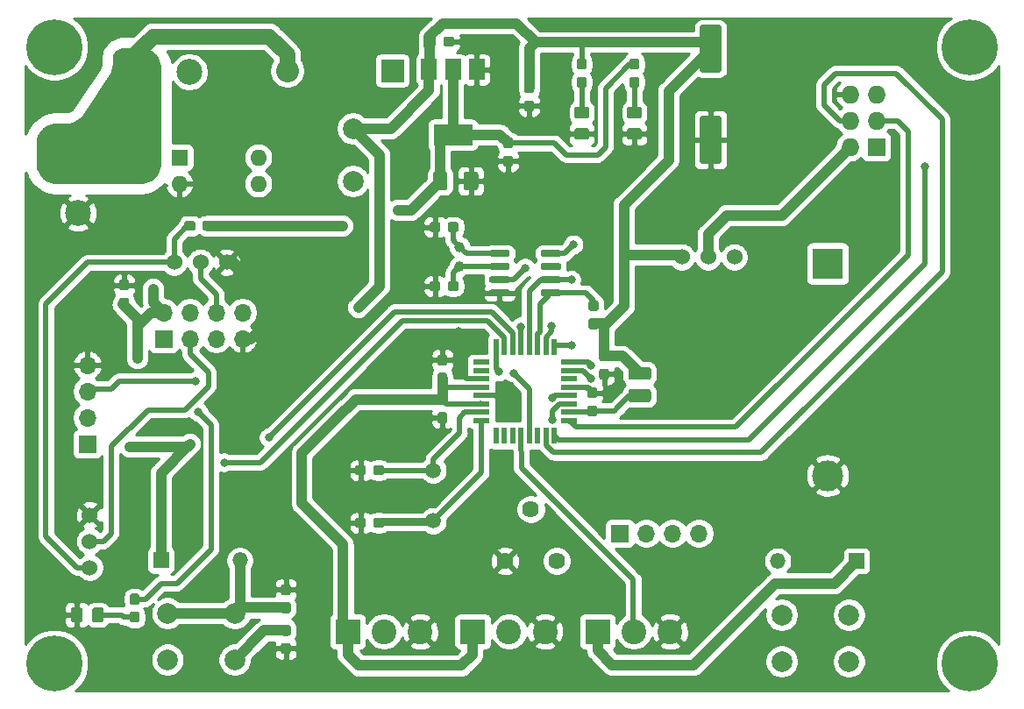
<source format=gbr>
G04 #@! TF.GenerationSoftware,KiCad,Pcbnew,(5.1.5)-3*
G04 #@! TF.CreationDate,2020-05-18T19:46:30+02:00*
G04 #@! TF.ProjectId,PONG_Display,504f4e47-5f44-4697-9370-6c61792e6b69,rev?*
G04 #@! TF.SameCoordinates,Original*
G04 #@! TF.FileFunction,Copper,L1,Top*
G04 #@! TF.FilePolarity,Positive*
%FSLAX46Y46*%
G04 Gerber Fmt 4.6, Leading zero omitted, Abs format (unit mm)*
G04 Created by KiCad (PCBNEW (5.1.5)-3) date 2020-05-18 19:46:30*
%MOMM*%
%LPD*%
G04 APERTURE LIST*
%ADD10R,2.200000X2.200000*%
%ADD11O,2.200000X2.200000*%
%ADD12C,2.000000*%
%ADD13C,0.100000*%
%ADD14C,2.400000*%
%ADD15R,2.400000X2.400000*%
%ADD16R,1.700000X1.700000*%
%ADD17O,1.700000X1.700000*%
%ADD18C,1.000000*%
%ADD19C,1.524000*%
%ADD20C,1.620000*%
%ADD21R,2.500000X2.500000*%
%ADD22C,2.500000*%
%ADD23C,3.000000*%
%ADD24R,3.000000X3.000000*%
%ADD25R,1.500000X1.500000*%
%ADD26O,1.500000X1.500000*%
%ADD27C,0.800000*%
%ADD28C,5.400000*%
%ADD29R,1.600000X1.600000*%
%ADD30O,1.600000X1.600000*%
%ADD31R,3.800000X2.000000*%
%ADD32R,1.500000X2.000000*%
%ADD33R,1.600000X0.550000*%
%ADD34R,0.550000X1.600000*%
%ADD35C,1.500000*%
%ADD36R,1.727200X1.727200*%
%ADD37O,1.727200X1.727200*%
%ADD38C,0.500000*%
%ADD39C,1.000000*%
%ADD40C,1.500000*%
%ADD41C,0.254000*%
G04 APERTURE END LIST*
D10*
X48768000Y-17272000D03*
D11*
X38608000Y-17272000D03*
D12*
X44958000Y-22860000D03*
X44958000Y-27940000D03*
G04 #@! TA.AperFunction,SMDPad,CuDef*
D13*
G36*
X52775779Y-14004144D02*
G01*
X52798834Y-14007563D01*
X52821443Y-14013227D01*
X52843387Y-14021079D01*
X52864457Y-14031044D01*
X52884448Y-14043026D01*
X52903168Y-14056910D01*
X52920438Y-14072562D01*
X52936090Y-14089832D01*
X52949974Y-14108552D01*
X52961956Y-14128543D01*
X52971921Y-14149613D01*
X52979773Y-14171557D01*
X52985437Y-14194166D01*
X52988856Y-14217221D01*
X52990000Y-14240500D01*
X52990000Y-14715500D01*
X52988856Y-14738779D01*
X52985437Y-14761834D01*
X52979773Y-14784443D01*
X52971921Y-14806387D01*
X52961956Y-14827457D01*
X52949974Y-14847448D01*
X52936090Y-14866168D01*
X52920438Y-14883438D01*
X52903168Y-14899090D01*
X52884448Y-14912974D01*
X52864457Y-14924956D01*
X52843387Y-14934921D01*
X52821443Y-14942773D01*
X52798834Y-14948437D01*
X52775779Y-14951856D01*
X52752500Y-14953000D01*
X52177500Y-14953000D01*
X52154221Y-14951856D01*
X52131166Y-14948437D01*
X52108557Y-14942773D01*
X52086613Y-14934921D01*
X52065543Y-14924956D01*
X52045552Y-14912974D01*
X52026832Y-14899090D01*
X52009562Y-14883438D01*
X51993910Y-14866168D01*
X51980026Y-14847448D01*
X51968044Y-14827457D01*
X51958079Y-14806387D01*
X51950227Y-14784443D01*
X51944563Y-14761834D01*
X51941144Y-14738779D01*
X51940000Y-14715500D01*
X51940000Y-14240500D01*
X51941144Y-14217221D01*
X51944563Y-14194166D01*
X51950227Y-14171557D01*
X51958079Y-14149613D01*
X51968044Y-14128543D01*
X51980026Y-14108552D01*
X51993910Y-14089832D01*
X52009562Y-14072562D01*
X52026832Y-14056910D01*
X52045552Y-14043026D01*
X52065543Y-14031044D01*
X52086613Y-14021079D01*
X52108557Y-14013227D01*
X52131166Y-14007563D01*
X52154221Y-14004144D01*
X52177500Y-14003000D01*
X52752500Y-14003000D01*
X52775779Y-14004144D01*
G37*
G04 #@! TD.AperFunction*
G04 #@! TA.AperFunction,SMDPad,CuDef*
G36*
X54525779Y-14004144D02*
G01*
X54548834Y-14007563D01*
X54571443Y-14013227D01*
X54593387Y-14021079D01*
X54614457Y-14031044D01*
X54634448Y-14043026D01*
X54653168Y-14056910D01*
X54670438Y-14072562D01*
X54686090Y-14089832D01*
X54699974Y-14108552D01*
X54711956Y-14128543D01*
X54721921Y-14149613D01*
X54729773Y-14171557D01*
X54735437Y-14194166D01*
X54738856Y-14217221D01*
X54740000Y-14240500D01*
X54740000Y-14715500D01*
X54738856Y-14738779D01*
X54735437Y-14761834D01*
X54729773Y-14784443D01*
X54721921Y-14806387D01*
X54711956Y-14827457D01*
X54699974Y-14847448D01*
X54686090Y-14866168D01*
X54670438Y-14883438D01*
X54653168Y-14899090D01*
X54634448Y-14912974D01*
X54614457Y-14924956D01*
X54593387Y-14934921D01*
X54571443Y-14942773D01*
X54548834Y-14948437D01*
X54525779Y-14951856D01*
X54502500Y-14953000D01*
X53927500Y-14953000D01*
X53904221Y-14951856D01*
X53881166Y-14948437D01*
X53858557Y-14942773D01*
X53836613Y-14934921D01*
X53815543Y-14924956D01*
X53795552Y-14912974D01*
X53776832Y-14899090D01*
X53759562Y-14883438D01*
X53743910Y-14866168D01*
X53730026Y-14847448D01*
X53718044Y-14827457D01*
X53708079Y-14806387D01*
X53700227Y-14784443D01*
X53694563Y-14761834D01*
X53691144Y-14738779D01*
X53690000Y-14715500D01*
X53690000Y-14240500D01*
X53691144Y-14217221D01*
X53694563Y-14194166D01*
X53700227Y-14171557D01*
X53708079Y-14149613D01*
X53718044Y-14128543D01*
X53730026Y-14108552D01*
X53743910Y-14089832D01*
X53759562Y-14072562D01*
X53776832Y-14056910D01*
X53795552Y-14043026D01*
X53815543Y-14031044D01*
X53836613Y-14021079D01*
X53858557Y-14013227D01*
X53881166Y-14007563D01*
X53904221Y-14004144D01*
X53927500Y-14003000D01*
X54502500Y-14003000D01*
X54525779Y-14004144D01*
G37*
G04 #@! TD.AperFunction*
G04 #@! TA.AperFunction,SMDPad,CuDef*
G36*
X60204779Y-25497144D02*
G01*
X60227834Y-25500563D01*
X60250443Y-25506227D01*
X60272387Y-25514079D01*
X60293457Y-25524044D01*
X60313448Y-25536026D01*
X60332168Y-25549910D01*
X60349438Y-25565562D01*
X60365090Y-25582832D01*
X60378974Y-25601552D01*
X60390956Y-25621543D01*
X60400921Y-25642613D01*
X60408773Y-25664557D01*
X60414437Y-25687166D01*
X60417856Y-25710221D01*
X60419000Y-25733500D01*
X60419000Y-26308500D01*
X60417856Y-26331779D01*
X60414437Y-26354834D01*
X60408773Y-26377443D01*
X60400921Y-26399387D01*
X60390956Y-26420457D01*
X60378974Y-26440448D01*
X60365090Y-26459168D01*
X60349438Y-26476438D01*
X60332168Y-26492090D01*
X60313448Y-26505974D01*
X60293457Y-26517956D01*
X60272387Y-26527921D01*
X60250443Y-26535773D01*
X60227834Y-26541437D01*
X60204779Y-26544856D01*
X60181500Y-26546000D01*
X59706500Y-26546000D01*
X59683221Y-26544856D01*
X59660166Y-26541437D01*
X59637557Y-26535773D01*
X59615613Y-26527921D01*
X59594543Y-26517956D01*
X59574552Y-26505974D01*
X59555832Y-26492090D01*
X59538562Y-26476438D01*
X59522910Y-26459168D01*
X59509026Y-26440448D01*
X59497044Y-26420457D01*
X59487079Y-26399387D01*
X59479227Y-26377443D01*
X59473563Y-26354834D01*
X59470144Y-26331779D01*
X59469000Y-26308500D01*
X59469000Y-25733500D01*
X59470144Y-25710221D01*
X59473563Y-25687166D01*
X59479227Y-25664557D01*
X59487079Y-25642613D01*
X59497044Y-25621543D01*
X59509026Y-25601552D01*
X59522910Y-25582832D01*
X59538562Y-25565562D01*
X59555832Y-25549910D01*
X59574552Y-25536026D01*
X59594543Y-25524044D01*
X59615613Y-25514079D01*
X59637557Y-25506227D01*
X59660166Y-25500563D01*
X59683221Y-25497144D01*
X59706500Y-25496000D01*
X60181500Y-25496000D01*
X60204779Y-25497144D01*
G37*
G04 #@! TD.AperFunction*
G04 #@! TA.AperFunction,SMDPad,CuDef*
G36*
X60204779Y-23747144D02*
G01*
X60227834Y-23750563D01*
X60250443Y-23756227D01*
X60272387Y-23764079D01*
X60293457Y-23774044D01*
X60313448Y-23786026D01*
X60332168Y-23799910D01*
X60349438Y-23815562D01*
X60365090Y-23832832D01*
X60378974Y-23851552D01*
X60390956Y-23871543D01*
X60400921Y-23892613D01*
X60408773Y-23914557D01*
X60414437Y-23937166D01*
X60417856Y-23960221D01*
X60419000Y-23983500D01*
X60419000Y-24558500D01*
X60417856Y-24581779D01*
X60414437Y-24604834D01*
X60408773Y-24627443D01*
X60400921Y-24649387D01*
X60390956Y-24670457D01*
X60378974Y-24690448D01*
X60365090Y-24709168D01*
X60349438Y-24726438D01*
X60332168Y-24742090D01*
X60313448Y-24755974D01*
X60293457Y-24767956D01*
X60272387Y-24777921D01*
X60250443Y-24785773D01*
X60227834Y-24791437D01*
X60204779Y-24794856D01*
X60181500Y-24796000D01*
X59706500Y-24796000D01*
X59683221Y-24794856D01*
X59660166Y-24791437D01*
X59637557Y-24785773D01*
X59615613Y-24777921D01*
X59594543Y-24767956D01*
X59574552Y-24755974D01*
X59555832Y-24742090D01*
X59538562Y-24726438D01*
X59522910Y-24709168D01*
X59509026Y-24690448D01*
X59497044Y-24670457D01*
X59487079Y-24649387D01*
X59479227Y-24627443D01*
X59473563Y-24604834D01*
X59470144Y-24581779D01*
X59469000Y-24558500D01*
X59469000Y-23983500D01*
X59470144Y-23960221D01*
X59473563Y-23937166D01*
X59479227Y-23914557D01*
X59487079Y-23892613D01*
X59497044Y-23871543D01*
X59509026Y-23851552D01*
X59522910Y-23832832D01*
X59538562Y-23815562D01*
X59555832Y-23799910D01*
X59574552Y-23786026D01*
X59594543Y-23774044D01*
X59615613Y-23764079D01*
X59637557Y-23756227D01*
X59660166Y-23750563D01*
X59683221Y-23747144D01*
X59706500Y-23746000D01*
X60181500Y-23746000D01*
X60204779Y-23747144D01*
G37*
G04 #@! TD.AperFunction*
G04 #@! TA.AperFunction,SMDPad,CuDef*
G36*
X80326504Y-12859204D02*
G01*
X80350773Y-12862804D01*
X80374571Y-12868765D01*
X80397671Y-12877030D01*
X80419849Y-12887520D01*
X80440893Y-12900133D01*
X80460598Y-12914747D01*
X80478777Y-12931223D01*
X80495253Y-12949402D01*
X80509867Y-12969107D01*
X80522480Y-12990151D01*
X80532970Y-13012329D01*
X80541235Y-13035429D01*
X80547196Y-13059227D01*
X80550796Y-13083496D01*
X80552000Y-13108000D01*
X80552000Y-17208000D01*
X80550796Y-17232504D01*
X80547196Y-17256773D01*
X80541235Y-17280571D01*
X80532970Y-17303671D01*
X80522480Y-17325849D01*
X80509867Y-17346893D01*
X80495253Y-17366598D01*
X80478777Y-17384777D01*
X80460598Y-17401253D01*
X80440893Y-17415867D01*
X80419849Y-17428480D01*
X80397671Y-17438970D01*
X80374571Y-17447235D01*
X80350773Y-17453196D01*
X80326504Y-17456796D01*
X80302000Y-17458000D01*
X78702000Y-17458000D01*
X78677496Y-17456796D01*
X78653227Y-17453196D01*
X78629429Y-17447235D01*
X78606329Y-17438970D01*
X78584151Y-17428480D01*
X78563107Y-17415867D01*
X78543402Y-17401253D01*
X78525223Y-17384777D01*
X78508747Y-17366598D01*
X78494133Y-17346893D01*
X78481520Y-17325849D01*
X78471030Y-17303671D01*
X78462765Y-17280571D01*
X78456804Y-17256773D01*
X78453204Y-17232504D01*
X78452000Y-17208000D01*
X78452000Y-13108000D01*
X78453204Y-13083496D01*
X78456804Y-13059227D01*
X78462765Y-13035429D01*
X78471030Y-13012329D01*
X78481520Y-12990151D01*
X78494133Y-12969107D01*
X78508747Y-12949402D01*
X78525223Y-12931223D01*
X78543402Y-12914747D01*
X78563107Y-12900133D01*
X78584151Y-12887520D01*
X78606329Y-12877030D01*
X78629429Y-12868765D01*
X78653227Y-12862804D01*
X78677496Y-12859204D01*
X78702000Y-12858000D01*
X80302000Y-12858000D01*
X80326504Y-12859204D01*
G37*
G04 #@! TD.AperFunction*
G04 #@! TA.AperFunction,SMDPad,CuDef*
G36*
X80326504Y-21659204D02*
G01*
X80350773Y-21662804D01*
X80374571Y-21668765D01*
X80397671Y-21677030D01*
X80419849Y-21687520D01*
X80440893Y-21700133D01*
X80460598Y-21714747D01*
X80478777Y-21731223D01*
X80495253Y-21749402D01*
X80509867Y-21769107D01*
X80522480Y-21790151D01*
X80532970Y-21812329D01*
X80541235Y-21835429D01*
X80547196Y-21859227D01*
X80550796Y-21883496D01*
X80552000Y-21908000D01*
X80552000Y-26008000D01*
X80550796Y-26032504D01*
X80547196Y-26056773D01*
X80541235Y-26080571D01*
X80532970Y-26103671D01*
X80522480Y-26125849D01*
X80509867Y-26146893D01*
X80495253Y-26166598D01*
X80478777Y-26184777D01*
X80460598Y-26201253D01*
X80440893Y-26215867D01*
X80419849Y-26228480D01*
X80397671Y-26238970D01*
X80374571Y-26247235D01*
X80350773Y-26253196D01*
X80326504Y-26256796D01*
X80302000Y-26258000D01*
X78702000Y-26258000D01*
X78677496Y-26256796D01*
X78653227Y-26253196D01*
X78629429Y-26247235D01*
X78606329Y-26238970D01*
X78584151Y-26228480D01*
X78563107Y-26215867D01*
X78543402Y-26201253D01*
X78525223Y-26184777D01*
X78508747Y-26166598D01*
X78494133Y-26146893D01*
X78481520Y-26125849D01*
X78471030Y-26103671D01*
X78462765Y-26080571D01*
X78456804Y-26056773D01*
X78453204Y-26032504D01*
X78452000Y-26008000D01*
X78452000Y-21908000D01*
X78453204Y-21883496D01*
X78456804Y-21859227D01*
X78462765Y-21835429D01*
X78471030Y-21812329D01*
X78481520Y-21790151D01*
X78494133Y-21769107D01*
X78508747Y-21749402D01*
X78525223Y-21731223D01*
X78543402Y-21714747D01*
X78563107Y-21700133D01*
X78584151Y-21687520D01*
X78606329Y-21677030D01*
X78629429Y-21668765D01*
X78653227Y-21662804D01*
X78677496Y-21659204D01*
X78702000Y-21658000D01*
X80302000Y-21658000D01*
X80326504Y-21659204D01*
G37*
G04 #@! TD.AperFunction*
G04 #@! TA.AperFunction,SMDPad,CuDef*
G36*
X31270779Y-31798144D02*
G01*
X31293834Y-31801563D01*
X31316443Y-31807227D01*
X31338387Y-31815079D01*
X31359457Y-31825044D01*
X31379448Y-31837026D01*
X31398168Y-31850910D01*
X31415438Y-31866562D01*
X31431090Y-31883832D01*
X31444974Y-31902552D01*
X31456956Y-31922543D01*
X31466921Y-31943613D01*
X31474773Y-31965557D01*
X31480437Y-31988166D01*
X31483856Y-32011221D01*
X31485000Y-32034500D01*
X31485000Y-32509500D01*
X31483856Y-32532779D01*
X31480437Y-32555834D01*
X31474773Y-32578443D01*
X31466921Y-32600387D01*
X31456956Y-32621457D01*
X31444974Y-32641448D01*
X31431090Y-32660168D01*
X31415438Y-32677438D01*
X31398168Y-32693090D01*
X31379448Y-32706974D01*
X31359457Y-32718956D01*
X31338387Y-32728921D01*
X31316443Y-32736773D01*
X31293834Y-32742437D01*
X31270779Y-32745856D01*
X31247500Y-32747000D01*
X30672500Y-32747000D01*
X30649221Y-32745856D01*
X30626166Y-32742437D01*
X30603557Y-32736773D01*
X30581613Y-32728921D01*
X30560543Y-32718956D01*
X30540552Y-32706974D01*
X30521832Y-32693090D01*
X30504562Y-32677438D01*
X30488910Y-32660168D01*
X30475026Y-32641448D01*
X30463044Y-32621457D01*
X30453079Y-32600387D01*
X30445227Y-32578443D01*
X30439563Y-32555834D01*
X30436144Y-32532779D01*
X30435000Y-32509500D01*
X30435000Y-32034500D01*
X30436144Y-32011221D01*
X30439563Y-31988166D01*
X30445227Y-31965557D01*
X30453079Y-31943613D01*
X30463044Y-31922543D01*
X30475026Y-31902552D01*
X30488910Y-31883832D01*
X30504562Y-31866562D01*
X30521832Y-31850910D01*
X30540552Y-31837026D01*
X30560543Y-31825044D01*
X30581613Y-31815079D01*
X30603557Y-31807227D01*
X30626166Y-31801563D01*
X30649221Y-31798144D01*
X30672500Y-31797000D01*
X31247500Y-31797000D01*
X31270779Y-31798144D01*
G37*
G04 #@! TD.AperFunction*
G04 #@! TA.AperFunction,SMDPad,CuDef*
G36*
X29520779Y-31798144D02*
G01*
X29543834Y-31801563D01*
X29566443Y-31807227D01*
X29588387Y-31815079D01*
X29609457Y-31825044D01*
X29629448Y-31837026D01*
X29648168Y-31850910D01*
X29665438Y-31866562D01*
X29681090Y-31883832D01*
X29694974Y-31902552D01*
X29706956Y-31922543D01*
X29716921Y-31943613D01*
X29724773Y-31965557D01*
X29730437Y-31988166D01*
X29733856Y-32011221D01*
X29735000Y-32034500D01*
X29735000Y-32509500D01*
X29733856Y-32532779D01*
X29730437Y-32555834D01*
X29724773Y-32578443D01*
X29716921Y-32600387D01*
X29706956Y-32621457D01*
X29694974Y-32641448D01*
X29681090Y-32660168D01*
X29665438Y-32677438D01*
X29648168Y-32693090D01*
X29629448Y-32706974D01*
X29609457Y-32718956D01*
X29588387Y-32728921D01*
X29566443Y-32736773D01*
X29543834Y-32742437D01*
X29520779Y-32745856D01*
X29497500Y-32747000D01*
X28922500Y-32747000D01*
X28899221Y-32745856D01*
X28876166Y-32742437D01*
X28853557Y-32736773D01*
X28831613Y-32728921D01*
X28810543Y-32718956D01*
X28790552Y-32706974D01*
X28771832Y-32693090D01*
X28754562Y-32677438D01*
X28738910Y-32660168D01*
X28725026Y-32641448D01*
X28713044Y-32621457D01*
X28703079Y-32600387D01*
X28695227Y-32578443D01*
X28689563Y-32555834D01*
X28686144Y-32532779D01*
X28685000Y-32509500D01*
X28685000Y-32034500D01*
X28686144Y-32011221D01*
X28689563Y-31988166D01*
X28695227Y-31965557D01*
X28703079Y-31943613D01*
X28713044Y-31922543D01*
X28725026Y-31902552D01*
X28738910Y-31883832D01*
X28754562Y-31866562D01*
X28771832Y-31850910D01*
X28790552Y-31837026D01*
X28810543Y-31825044D01*
X28831613Y-31815079D01*
X28853557Y-31807227D01*
X28876166Y-31801563D01*
X28899221Y-31798144D01*
X28922500Y-31797000D01*
X29497500Y-31797000D01*
X29520779Y-31798144D01*
G37*
G04 #@! TD.AperFunction*
G04 #@! TA.AperFunction,SMDPad,CuDef*
G36*
X73518504Y-48051204D02*
G01*
X73542773Y-48054804D01*
X73566571Y-48060765D01*
X73589671Y-48069030D01*
X73611849Y-48079520D01*
X73632893Y-48092133D01*
X73652598Y-48106747D01*
X73670777Y-48123223D01*
X73687253Y-48141402D01*
X73701867Y-48161107D01*
X73714480Y-48182151D01*
X73724970Y-48204329D01*
X73733235Y-48227429D01*
X73739196Y-48251227D01*
X73742796Y-48275496D01*
X73744000Y-48300000D01*
X73744000Y-49050000D01*
X73742796Y-49074504D01*
X73739196Y-49098773D01*
X73733235Y-49122571D01*
X73724970Y-49145671D01*
X73714480Y-49167849D01*
X73701867Y-49188893D01*
X73687253Y-49208598D01*
X73670777Y-49226777D01*
X73652598Y-49243253D01*
X73632893Y-49257867D01*
X73611849Y-49270480D01*
X73589671Y-49280970D01*
X73566571Y-49289235D01*
X73542773Y-49295196D01*
X73518504Y-49298796D01*
X73494000Y-49300000D01*
X71794000Y-49300000D01*
X71769496Y-49298796D01*
X71745227Y-49295196D01*
X71721429Y-49289235D01*
X71698329Y-49280970D01*
X71676151Y-49270480D01*
X71655107Y-49257867D01*
X71635402Y-49243253D01*
X71617223Y-49226777D01*
X71600747Y-49208598D01*
X71586133Y-49188893D01*
X71573520Y-49167849D01*
X71563030Y-49145671D01*
X71554765Y-49122571D01*
X71548804Y-49098773D01*
X71545204Y-49074504D01*
X71544000Y-49050000D01*
X71544000Y-48300000D01*
X71545204Y-48275496D01*
X71548804Y-48251227D01*
X71554765Y-48227429D01*
X71563030Y-48204329D01*
X71573520Y-48182151D01*
X71586133Y-48161107D01*
X71600747Y-48141402D01*
X71617223Y-48123223D01*
X71635402Y-48106747D01*
X71655107Y-48092133D01*
X71676151Y-48079520D01*
X71698329Y-48069030D01*
X71721429Y-48060765D01*
X71745227Y-48054804D01*
X71769496Y-48051204D01*
X71794000Y-48050000D01*
X73494000Y-48050000D01*
X73518504Y-48051204D01*
G37*
G04 #@! TD.AperFunction*
G04 #@! TA.AperFunction,SMDPad,CuDef*
G36*
X73518504Y-45901204D02*
G01*
X73542773Y-45904804D01*
X73566571Y-45910765D01*
X73589671Y-45919030D01*
X73611849Y-45929520D01*
X73632893Y-45942133D01*
X73652598Y-45956747D01*
X73670777Y-45973223D01*
X73687253Y-45991402D01*
X73701867Y-46011107D01*
X73714480Y-46032151D01*
X73724970Y-46054329D01*
X73733235Y-46077429D01*
X73739196Y-46101227D01*
X73742796Y-46125496D01*
X73744000Y-46150000D01*
X73744000Y-46900000D01*
X73742796Y-46924504D01*
X73739196Y-46948773D01*
X73733235Y-46972571D01*
X73724970Y-46995671D01*
X73714480Y-47017849D01*
X73701867Y-47038893D01*
X73687253Y-47058598D01*
X73670777Y-47076777D01*
X73652598Y-47093253D01*
X73632893Y-47107867D01*
X73611849Y-47120480D01*
X73589671Y-47130970D01*
X73566571Y-47139235D01*
X73542773Y-47145196D01*
X73518504Y-47148796D01*
X73494000Y-47150000D01*
X71794000Y-47150000D01*
X71769496Y-47148796D01*
X71745227Y-47145196D01*
X71721429Y-47139235D01*
X71698329Y-47130970D01*
X71676151Y-47120480D01*
X71655107Y-47107867D01*
X71635402Y-47093253D01*
X71617223Y-47076777D01*
X71600747Y-47058598D01*
X71586133Y-47038893D01*
X71573520Y-47017849D01*
X71563030Y-46995671D01*
X71554765Y-46972571D01*
X71548804Y-46948773D01*
X71545204Y-46924504D01*
X71544000Y-46900000D01*
X71544000Y-46150000D01*
X71545204Y-46125496D01*
X71548804Y-46101227D01*
X71554765Y-46077429D01*
X71563030Y-46054329D01*
X71573520Y-46032151D01*
X71586133Y-46011107D01*
X71600747Y-45991402D01*
X71617223Y-45973223D01*
X71635402Y-45956747D01*
X71655107Y-45942133D01*
X71676151Y-45929520D01*
X71698329Y-45919030D01*
X71721429Y-45910765D01*
X71745227Y-45904804D01*
X71769496Y-45901204D01*
X71794000Y-45900000D01*
X73494000Y-45900000D01*
X73518504Y-45901204D01*
G37*
G04 #@! TD.AperFunction*
D14*
X75580000Y-71470000D03*
X72080000Y-71470000D03*
D15*
X68580000Y-71470000D03*
D14*
X51450000Y-71470000D03*
X47950000Y-71470000D03*
D15*
X44450000Y-71470000D03*
D14*
X63515000Y-71470000D03*
X60015000Y-71470000D03*
D15*
X56515000Y-71470000D03*
D16*
X26670000Y-43180000D03*
D17*
X26670000Y-40640000D03*
X29210000Y-43180000D03*
X29210000Y-40640000D03*
X31750000Y-43180000D03*
X31750000Y-40640000D03*
X34290000Y-43180000D03*
X34290000Y-40640000D03*
D18*
X55245000Y-34290000D03*
X55245000Y-36190000D03*
D19*
X19534000Y-60198000D03*
X19534000Y-62738000D03*
X19534000Y-65278000D03*
X32766000Y-35790000D03*
X30226000Y-35790000D03*
X27686000Y-35790000D03*
X81788000Y-35282000D03*
X79248000Y-35282000D03*
X76708000Y-35282000D03*
D20*
X59643000Y-64643000D03*
X62143000Y-59643000D03*
X64643000Y-64643000D03*
D21*
X18415000Y-26035000D03*
D22*
X18415000Y-31035000D03*
D21*
X34163000Y-17399000D03*
D22*
X29163000Y-17399000D03*
X24163000Y-17399000D03*
G04 #@! TA.AperFunction,SMDPad,CuDef*
D13*
G36*
X68332779Y-49627144D02*
G01*
X68355834Y-49630563D01*
X68378443Y-49636227D01*
X68400387Y-49644079D01*
X68421457Y-49654044D01*
X68441448Y-49666026D01*
X68460168Y-49679910D01*
X68477438Y-49695562D01*
X68493090Y-49712832D01*
X68506974Y-49731552D01*
X68518956Y-49751543D01*
X68528921Y-49772613D01*
X68536773Y-49794557D01*
X68542437Y-49817166D01*
X68545856Y-49840221D01*
X68547000Y-49863500D01*
X68547000Y-50438500D01*
X68545856Y-50461779D01*
X68542437Y-50484834D01*
X68536773Y-50507443D01*
X68528921Y-50529387D01*
X68518956Y-50550457D01*
X68506974Y-50570448D01*
X68493090Y-50589168D01*
X68477438Y-50606438D01*
X68460168Y-50622090D01*
X68441448Y-50635974D01*
X68421457Y-50647956D01*
X68400387Y-50657921D01*
X68378443Y-50665773D01*
X68355834Y-50671437D01*
X68332779Y-50674856D01*
X68309500Y-50676000D01*
X67834500Y-50676000D01*
X67811221Y-50674856D01*
X67788166Y-50671437D01*
X67765557Y-50665773D01*
X67743613Y-50657921D01*
X67722543Y-50647956D01*
X67702552Y-50635974D01*
X67683832Y-50622090D01*
X67666562Y-50606438D01*
X67650910Y-50589168D01*
X67637026Y-50570448D01*
X67625044Y-50550457D01*
X67615079Y-50529387D01*
X67607227Y-50507443D01*
X67601563Y-50484834D01*
X67598144Y-50461779D01*
X67597000Y-50438500D01*
X67597000Y-49863500D01*
X67598144Y-49840221D01*
X67601563Y-49817166D01*
X67607227Y-49794557D01*
X67615079Y-49772613D01*
X67625044Y-49751543D01*
X67637026Y-49731552D01*
X67650910Y-49712832D01*
X67666562Y-49695562D01*
X67683832Y-49679910D01*
X67702552Y-49666026D01*
X67722543Y-49654044D01*
X67743613Y-49644079D01*
X67765557Y-49636227D01*
X67788166Y-49630563D01*
X67811221Y-49627144D01*
X67834500Y-49626000D01*
X68309500Y-49626000D01*
X68332779Y-49627144D01*
G37*
G04 #@! TD.AperFunction*
G04 #@! TA.AperFunction,SMDPad,CuDef*
G36*
X68332779Y-47877144D02*
G01*
X68355834Y-47880563D01*
X68378443Y-47886227D01*
X68400387Y-47894079D01*
X68421457Y-47904044D01*
X68441448Y-47916026D01*
X68460168Y-47929910D01*
X68477438Y-47945562D01*
X68493090Y-47962832D01*
X68506974Y-47981552D01*
X68518956Y-48001543D01*
X68528921Y-48022613D01*
X68536773Y-48044557D01*
X68542437Y-48067166D01*
X68545856Y-48090221D01*
X68547000Y-48113500D01*
X68547000Y-48688500D01*
X68545856Y-48711779D01*
X68542437Y-48734834D01*
X68536773Y-48757443D01*
X68528921Y-48779387D01*
X68518956Y-48800457D01*
X68506974Y-48820448D01*
X68493090Y-48839168D01*
X68477438Y-48856438D01*
X68460168Y-48872090D01*
X68441448Y-48885974D01*
X68421457Y-48897956D01*
X68400387Y-48907921D01*
X68378443Y-48915773D01*
X68355834Y-48921437D01*
X68332779Y-48924856D01*
X68309500Y-48926000D01*
X67834500Y-48926000D01*
X67811221Y-48924856D01*
X67788166Y-48921437D01*
X67765557Y-48915773D01*
X67743613Y-48907921D01*
X67722543Y-48897956D01*
X67702552Y-48885974D01*
X67683832Y-48872090D01*
X67666562Y-48856438D01*
X67650910Y-48839168D01*
X67637026Y-48820448D01*
X67625044Y-48800457D01*
X67615079Y-48779387D01*
X67607227Y-48757443D01*
X67601563Y-48734834D01*
X67598144Y-48711779D01*
X67597000Y-48688500D01*
X67597000Y-48113500D01*
X67598144Y-48090221D01*
X67601563Y-48067166D01*
X67607227Y-48044557D01*
X67615079Y-48022613D01*
X67625044Y-48001543D01*
X67637026Y-47981552D01*
X67650910Y-47962832D01*
X67666562Y-47945562D01*
X67683832Y-47929910D01*
X67702552Y-47916026D01*
X67722543Y-47904044D01*
X67743613Y-47894079D01*
X67765557Y-47886227D01*
X67788166Y-47880563D01*
X67811221Y-47877144D01*
X67834500Y-47876000D01*
X68309500Y-47876000D01*
X68332779Y-47877144D01*
G37*
G04 #@! TD.AperFunction*
D16*
X70739000Y-61976000D03*
D17*
X73279000Y-61976000D03*
X75819000Y-61976000D03*
X78359000Y-61976000D03*
D23*
X90805000Y-56400000D03*
D24*
X90805000Y-35910000D03*
G04 #@! TA.AperFunction,SMDPad,CuDef*
D13*
G36*
X23120779Y-39213144D02*
G01*
X23143834Y-39216563D01*
X23166443Y-39222227D01*
X23188387Y-39230079D01*
X23209457Y-39240044D01*
X23229448Y-39252026D01*
X23248168Y-39265910D01*
X23265438Y-39281562D01*
X23281090Y-39298832D01*
X23294974Y-39317552D01*
X23306956Y-39337543D01*
X23316921Y-39358613D01*
X23324773Y-39380557D01*
X23330437Y-39403166D01*
X23333856Y-39426221D01*
X23335000Y-39449500D01*
X23335000Y-40024500D01*
X23333856Y-40047779D01*
X23330437Y-40070834D01*
X23324773Y-40093443D01*
X23316921Y-40115387D01*
X23306956Y-40136457D01*
X23294974Y-40156448D01*
X23281090Y-40175168D01*
X23265438Y-40192438D01*
X23248168Y-40208090D01*
X23229448Y-40221974D01*
X23209457Y-40233956D01*
X23188387Y-40243921D01*
X23166443Y-40251773D01*
X23143834Y-40257437D01*
X23120779Y-40260856D01*
X23097500Y-40262000D01*
X22622500Y-40262000D01*
X22599221Y-40260856D01*
X22576166Y-40257437D01*
X22553557Y-40251773D01*
X22531613Y-40243921D01*
X22510543Y-40233956D01*
X22490552Y-40221974D01*
X22471832Y-40208090D01*
X22454562Y-40192438D01*
X22438910Y-40175168D01*
X22425026Y-40156448D01*
X22413044Y-40136457D01*
X22403079Y-40115387D01*
X22395227Y-40093443D01*
X22389563Y-40070834D01*
X22386144Y-40047779D01*
X22385000Y-40024500D01*
X22385000Y-39449500D01*
X22386144Y-39426221D01*
X22389563Y-39403166D01*
X22395227Y-39380557D01*
X22403079Y-39358613D01*
X22413044Y-39337543D01*
X22425026Y-39317552D01*
X22438910Y-39298832D01*
X22454562Y-39281562D01*
X22471832Y-39265910D01*
X22490552Y-39252026D01*
X22510543Y-39240044D01*
X22531613Y-39230079D01*
X22553557Y-39222227D01*
X22576166Y-39216563D01*
X22599221Y-39213144D01*
X22622500Y-39212000D01*
X23097500Y-39212000D01*
X23120779Y-39213144D01*
G37*
G04 #@! TD.AperFunction*
G04 #@! TA.AperFunction,SMDPad,CuDef*
G36*
X23120779Y-37463144D02*
G01*
X23143834Y-37466563D01*
X23166443Y-37472227D01*
X23188387Y-37480079D01*
X23209457Y-37490044D01*
X23229448Y-37502026D01*
X23248168Y-37515910D01*
X23265438Y-37531562D01*
X23281090Y-37548832D01*
X23294974Y-37567552D01*
X23306956Y-37587543D01*
X23316921Y-37608613D01*
X23324773Y-37630557D01*
X23330437Y-37653166D01*
X23333856Y-37676221D01*
X23335000Y-37699500D01*
X23335000Y-38274500D01*
X23333856Y-38297779D01*
X23330437Y-38320834D01*
X23324773Y-38343443D01*
X23316921Y-38365387D01*
X23306956Y-38386457D01*
X23294974Y-38406448D01*
X23281090Y-38425168D01*
X23265438Y-38442438D01*
X23248168Y-38458090D01*
X23229448Y-38471974D01*
X23209457Y-38483956D01*
X23188387Y-38493921D01*
X23166443Y-38501773D01*
X23143834Y-38507437D01*
X23120779Y-38510856D01*
X23097500Y-38512000D01*
X22622500Y-38512000D01*
X22599221Y-38510856D01*
X22576166Y-38507437D01*
X22553557Y-38501773D01*
X22531613Y-38493921D01*
X22510543Y-38483956D01*
X22490552Y-38471974D01*
X22471832Y-38458090D01*
X22454562Y-38442438D01*
X22438910Y-38425168D01*
X22425026Y-38406448D01*
X22413044Y-38386457D01*
X22403079Y-38365387D01*
X22395227Y-38343443D01*
X22389563Y-38320834D01*
X22386144Y-38297779D01*
X22385000Y-38274500D01*
X22385000Y-37699500D01*
X22386144Y-37676221D01*
X22389563Y-37653166D01*
X22395227Y-37630557D01*
X22403079Y-37608613D01*
X22413044Y-37587543D01*
X22425026Y-37567552D01*
X22438910Y-37548832D01*
X22454562Y-37531562D01*
X22471832Y-37515910D01*
X22490552Y-37502026D01*
X22510543Y-37490044D01*
X22531613Y-37480079D01*
X22553557Y-37472227D01*
X22576166Y-37466563D01*
X22599221Y-37463144D01*
X22622500Y-37462000D01*
X23097500Y-37462000D01*
X23120779Y-37463144D01*
G37*
G04 #@! TD.AperFunction*
D25*
X93599000Y-64643000D03*
D26*
X85979000Y-64643000D03*
X34036000Y-64579500D03*
D25*
X26416000Y-64579500D03*
D27*
X105952891Y-13554109D03*
X104521000Y-12961000D03*
X103089109Y-13554109D03*
X102496000Y-14986000D03*
X103089109Y-16417891D03*
X104521000Y-17011000D03*
X105952891Y-16417891D03*
X106546000Y-14986000D03*
D28*
X104521000Y-14986000D03*
X104521000Y-74549000D03*
D27*
X106546000Y-74549000D03*
X105952891Y-75980891D03*
X104521000Y-76574000D03*
X103089109Y-75980891D03*
X102496000Y-74549000D03*
X103089109Y-73117109D03*
X104521000Y-72524000D03*
X105952891Y-73117109D03*
X17553891Y-73117109D03*
X16122000Y-72524000D03*
X14690109Y-73117109D03*
X14097000Y-74549000D03*
X14690109Y-75980891D03*
X16122000Y-76574000D03*
X17553891Y-75980891D03*
X18147000Y-74549000D03*
D28*
X16122000Y-74549000D03*
X16129000Y-14986000D03*
D27*
X18154000Y-14986000D03*
X17560891Y-16417891D03*
X16129000Y-17011000D03*
X14697109Y-16417891D03*
X14104000Y-14986000D03*
X14697109Y-13554109D03*
X16129000Y-12961000D03*
X17560891Y-13554109D03*
D17*
X19304000Y-45720000D03*
X19304000Y-48260000D03*
X19304000Y-50800000D03*
D16*
X19304000Y-53340000D03*
D12*
X92860000Y-69850000D03*
X92860000Y-74350000D03*
X86360000Y-69850000D03*
X86360000Y-74350000D03*
X27051000Y-74192000D03*
X27051000Y-69692000D03*
X33551000Y-74192000D03*
X33551000Y-69692000D03*
D29*
X28194000Y-25654000D03*
D30*
X35814000Y-28194000D03*
X28194000Y-28194000D03*
X35814000Y-25654000D03*
D31*
X54610000Y-23470000D03*
D32*
X54610000Y-17170000D03*
X52310000Y-17170000D03*
X56910000Y-17170000D03*
D33*
X57345000Y-45460000D03*
X57345000Y-46260000D03*
X57345000Y-47060000D03*
X57345000Y-47860000D03*
X57345000Y-48660000D03*
X57345000Y-49460000D03*
X57345000Y-50260000D03*
X57345000Y-51060000D03*
D34*
X58795000Y-52510000D03*
X59595000Y-52510000D03*
X60395000Y-52510000D03*
X61195000Y-52510000D03*
X61995000Y-52510000D03*
X62795000Y-52510000D03*
X63595000Y-52510000D03*
X64395000Y-52510000D03*
D33*
X65845000Y-51060000D03*
X65845000Y-50260000D03*
X65845000Y-49460000D03*
X65845000Y-48660000D03*
X65845000Y-47860000D03*
X65845000Y-47060000D03*
X65845000Y-46260000D03*
X65845000Y-45460000D03*
D34*
X64395000Y-44010000D03*
X63595000Y-44010000D03*
X62795000Y-44010000D03*
X61995000Y-44010000D03*
X61195000Y-44010000D03*
X60395000Y-44010000D03*
X59595000Y-44010000D03*
X58795000Y-44010000D03*
G04 #@! TA.AperFunction,SMDPad,CuDef*
D13*
G36*
X59959703Y-34625722D02*
G01*
X59974264Y-34627882D01*
X59988543Y-34631459D01*
X60002403Y-34636418D01*
X60015710Y-34642712D01*
X60028336Y-34650280D01*
X60040159Y-34659048D01*
X60051066Y-34668934D01*
X60060952Y-34679841D01*
X60069720Y-34691664D01*
X60077288Y-34704290D01*
X60083582Y-34717597D01*
X60088541Y-34731457D01*
X60092118Y-34745736D01*
X60094278Y-34760297D01*
X60095000Y-34775000D01*
X60095000Y-35075000D01*
X60094278Y-35089703D01*
X60092118Y-35104264D01*
X60088541Y-35118543D01*
X60083582Y-35132403D01*
X60077288Y-35145710D01*
X60069720Y-35158336D01*
X60060952Y-35170159D01*
X60051066Y-35181066D01*
X60040159Y-35190952D01*
X60028336Y-35199720D01*
X60015710Y-35207288D01*
X60002403Y-35213582D01*
X59988543Y-35218541D01*
X59974264Y-35222118D01*
X59959703Y-35224278D01*
X59945000Y-35225000D01*
X58295000Y-35225000D01*
X58280297Y-35224278D01*
X58265736Y-35222118D01*
X58251457Y-35218541D01*
X58237597Y-35213582D01*
X58224290Y-35207288D01*
X58211664Y-35199720D01*
X58199841Y-35190952D01*
X58188934Y-35181066D01*
X58179048Y-35170159D01*
X58170280Y-35158336D01*
X58162712Y-35145710D01*
X58156418Y-35132403D01*
X58151459Y-35118543D01*
X58147882Y-35104264D01*
X58145722Y-35089703D01*
X58145000Y-35075000D01*
X58145000Y-34775000D01*
X58145722Y-34760297D01*
X58147882Y-34745736D01*
X58151459Y-34731457D01*
X58156418Y-34717597D01*
X58162712Y-34704290D01*
X58170280Y-34691664D01*
X58179048Y-34679841D01*
X58188934Y-34668934D01*
X58199841Y-34659048D01*
X58211664Y-34650280D01*
X58224290Y-34642712D01*
X58237597Y-34636418D01*
X58251457Y-34631459D01*
X58265736Y-34627882D01*
X58280297Y-34625722D01*
X58295000Y-34625000D01*
X59945000Y-34625000D01*
X59959703Y-34625722D01*
G37*
G04 #@! TD.AperFunction*
G04 #@! TA.AperFunction,SMDPad,CuDef*
G36*
X59959703Y-35895722D02*
G01*
X59974264Y-35897882D01*
X59988543Y-35901459D01*
X60002403Y-35906418D01*
X60015710Y-35912712D01*
X60028336Y-35920280D01*
X60040159Y-35929048D01*
X60051066Y-35938934D01*
X60060952Y-35949841D01*
X60069720Y-35961664D01*
X60077288Y-35974290D01*
X60083582Y-35987597D01*
X60088541Y-36001457D01*
X60092118Y-36015736D01*
X60094278Y-36030297D01*
X60095000Y-36045000D01*
X60095000Y-36345000D01*
X60094278Y-36359703D01*
X60092118Y-36374264D01*
X60088541Y-36388543D01*
X60083582Y-36402403D01*
X60077288Y-36415710D01*
X60069720Y-36428336D01*
X60060952Y-36440159D01*
X60051066Y-36451066D01*
X60040159Y-36460952D01*
X60028336Y-36469720D01*
X60015710Y-36477288D01*
X60002403Y-36483582D01*
X59988543Y-36488541D01*
X59974264Y-36492118D01*
X59959703Y-36494278D01*
X59945000Y-36495000D01*
X58295000Y-36495000D01*
X58280297Y-36494278D01*
X58265736Y-36492118D01*
X58251457Y-36488541D01*
X58237597Y-36483582D01*
X58224290Y-36477288D01*
X58211664Y-36469720D01*
X58199841Y-36460952D01*
X58188934Y-36451066D01*
X58179048Y-36440159D01*
X58170280Y-36428336D01*
X58162712Y-36415710D01*
X58156418Y-36402403D01*
X58151459Y-36388543D01*
X58147882Y-36374264D01*
X58145722Y-36359703D01*
X58145000Y-36345000D01*
X58145000Y-36045000D01*
X58145722Y-36030297D01*
X58147882Y-36015736D01*
X58151459Y-36001457D01*
X58156418Y-35987597D01*
X58162712Y-35974290D01*
X58170280Y-35961664D01*
X58179048Y-35949841D01*
X58188934Y-35938934D01*
X58199841Y-35929048D01*
X58211664Y-35920280D01*
X58224290Y-35912712D01*
X58237597Y-35906418D01*
X58251457Y-35901459D01*
X58265736Y-35897882D01*
X58280297Y-35895722D01*
X58295000Y-35895000D01*
X59945000Y-35895000D01*
X59959703Y-35895722D01*
G37*
G04 #@! TD.AperFunction*
G04 #@! TA.AperFunction,SMDPad,CuDef*
G36*
X59959703Y-37165722D02*
G01*
X59974264Y-37167882D01*
X59988543Y-37171459D01*
X60002403Y-37176418D01*
X60015710Y-37182712D01*
X60028336Y-37190280D01*
X60040159Y-37199048D01*
X60051066Y-37208934D01*
X60060952Y-37219841D01*
X60069720Y-37231664D01*
X60077288Y-37244290D01*
X60083582Y-37257597D01*
X60088541Y-37271457D01*
X60092118Y-37285736D01*
X60094278Y-37300297D01*
X60095000Y-37315000D01*
X60095000Y-37615000D01*
X60094278Y-37629703D01*
X60092118Y-37644264D01*
X60088541Y-37658543D01*
X60083582Y-37672403D01*
X60077288Y-37685710D01*
X60069720Y-37698336D01*
X60060952Y-37710159D01*
X60051066Y-37721066D01*
X60040159Y-37730952D01*
X60028336Y-37739720D01*
X60015710Y-37747288D01*
X60002403Y-37753582D01*
X59988543Y-37758541D01*
X59974264Y-37762118D01*
X59959703Y-37764278D01*
X59945000Y-37765000D01*
X58295000Y-37765000D01*
X58280297Y-37764278D01*
X58265736Y-37762118D01*
X58251457Y-37758541D01*
X58237597Y-37753582D01*
X58224290Y-37747288D01*
X58211664Y-37739720D01*
X58199841Y-37730952D01*
X58188934Y-37721066D01*
X58179048Y-37710159D01*
X58170280Y-37698336D01*
X58162712Y-37685710D01*
X58156418Y-37672403D01*
X58151459Y-37658543D01*
X58147882Y-37644264D01*
X58145722Y-37629703D01*
X58145000Y-37615000D01*
X58145000Y-37315000D01*
X58145722Y-37300297D01*
X58147882Y-37285736D01*
X58151459Y-37271457D01*
X58156418Y-37257597D01*
X58162712Y-37244290D01*
X58170280Y-37231664D01*
X58179048Y-37219841D01*
X58188934Y-37208934D01*
X58199841Y-37199048D01*
X58211664Y-37190280D01*
X58224290Y-37182712D01*
X58237597Y-37176418D01*
X58251457Y-37171459D01*
X58265736Y-37167882D01*
X58280297Y-37165722D01*
X58295000Y-37165000D01*
X59945000Y-37165000D01*
X59959703Y-37165722D01*
G37*
G04 #@! TD.AperFunction*
G04 #@! TA.AperFunction,SMDPad,CuDef*
G36*
X59959703Y-38435722D02*
G01*
X59974264Y-38437882D01*
X59988543Y-38441459D01*
X60002403Y-38446418D01*
X60015710Y-38452712D01*
X60028336Y-38460280D01*
X60040159Y-38469048D01*
X60051066Y-38478934D01*
X60060952Y-38489841D01*
X60069720Y-38501664D01*
X60077288Y-38514290D01*
X60083582Y-38527597D01*
X60088541Y-38541457D01*
X60092118Y-38555736D01*
X60094278Y-38570297D01*
X60095000Y-38585000D01*
X60095000Y-38885000D01*
X60094278Y-38899703D01*
X60092118Y-38914264D01*
X60088541Y-38928543D01*
X60083582Y-38942403D01*
X60077288Y-38955710D01*
X60069720Y-38968336D01*
X60060952Y-38980159D01*
X60051066Y-38991066D01*
X60040159Y-39000952D01*
X60028336Y-39009720D01*
X60015710Y-39017288D01*
X60002403Y-39023582D01*
X59988543Y-39028541D01*
X59974264Y-39032118D01*
X59959703Y-39034278D01*
X59945000Y-39035000D01*
X58295000Y-39035000D01*
X58280297Y-39034278D01*
X58265736Y-39032118D01*
X58251457Y-39028541D01*
X58237597Y-39023582D01*
X58224290Y-39017288D01*
X58211664Y-39009720D01*
X58199841Y-39000952D01*
X58188934Y-38991066D01*
X58179048Y-38980159D01*
X58170280Y-38968336D01*
X58162712Y-38955710D01*
X58156418Y-38942403D01*
X58151459Y-38928543D01*
X58147882Y-38914264D01*
X58145722Y-38899703D01*
X58145000Y-38885000D01*
X58145000Y-38585000D01*
X58145722Y-38570297D01*
X58147882Y-38555736D01*
X58151459Y-38541457D01*
X58156418Y-38527597D01*
X58162712Y-38514290D01*
X58170280Y-38501664D01*
X58179048Y-38489841D01*
X58188934Y-38478934D01*
X58199841Y-38469048D01*
X58211664Y-38460280D01*
X58224290Y-38452712D01*
X58237597Y-38446418D01*
X58251457Y-38441459D01*
X58265736Y-38437882D01*
X58280297Y-38435722D01*
X58295000Y-38435000D01*
X59945000Y-38435000D01*
X59959703Y-38435722D01*
G37*
G04 #@! TD.AperFunction*
G04 #@! TA.AperFunction,SMDPad,CuDef*
G36*
X64909703Y-38435722D02*
G01*
X64924264Y-38437882D01*
X64938543Y-38441459D01*
X64952403Y-38446418D01*
X64965710Y-38452712D01*
X64978336Y-38460280D01*
X64990159Y-38469048D01*
X65001066Y-38478934D01*
X65010952Y-38489841D01*
X65019720Y-38501664D01*
X65027288Y-38514290D01*
X65033582Y-38527597D01*
X65038541Y-38541457D01*
X65042118Y-38555736D01*
X65044278Y-38570297D01*
X65045000Y-38585000D01*
X65045000Y-38885000D01*
X65044278Y-38899703D01*
X65042118Y-38914264D01*
X65038541Y-38928543D01*
X65033582Y-38942403D01*
X65027288Y-38955710D01*
X65019720Y-38968336D01*
X65010952Y-38980159D01*
X65001066Y-38991066D01*
X64990159Y-39000952D01*
X64978336Y-39009720D01*
X64965710Y-39017288D01*
X64952403Y-39023582D01*
X64938543Y-39028541D01*
X64924264Y-39032118D01*
X64909703Y-39034278D01*
X64895000Y-39035000D01*
X63245000Y-39035000D01*
X63230297Y-39034278D01*
X63215736Y-39032118D01*
X63201457Y-39028541D01*
X63187597Y-39023582D01*
X63174290Y-39017288D01*
X63161664Y-39009720D01*
X63149841Y-39000952D01*
X63138934Y-38991066D01*
X63129048Y-38980159D01*
X63120280Y-38968336D01*
X63112712Y-38955710D01*
X63106418Y-38942403D01*
X63101459Y-38928543D01*
X63097882Y-38914264D01*
X63095722Y-38899703D01*
X63095000Y-38885000D01*
X63095000Y-38585000D01*
X63095722Y-38570297D01*
X63097882Y-38555736D01*
X63101459Y-38541457D01*
X63106418Y-38527597D01*
X63112712Y-38514290D01*
X63120280Y-38501664D01*
X63129048Y-38489841D01*
X63138934Y-38478934D01*
X63149841Y-38469048D01*
X63161664Y-38460280D01*
X63174290Y-38452712D01*
X63187597Y-38446418D01*
X63201457Y-38441459D01*
X63215736Y-38437882D01*
X63230297Y-38435722D01*
X63245000Y-38435000D01*
X64895000Y-38435000D01*
X64909703Y-38435722D01*
G37*
G04 #@! TD.AperFunction*
G04 #@! TA.AperFunction,SMDPad,CuDef*
G36*
X64909703Y-37165722D02*
G01*
X64924264Y-37167882D01*
X64938543Y-37171459D01*
X64952403Y-37176418D01*
X64965710Y-37182712D01*
X64978336Y-37190280D01*
X64990159Y-37199048D01*
X65001066Y-37208934D01*
X65010952Y-37219841D01*
X65019720Y-37231664D01*
X65027288Y-37244290D01*
X65033582Y-37257597D01*
X65038541Y-37271457D01*
X65042118Y-37285736D01*
X65044278Y-37300297D01*
X65045000Y-37315000D01*
X65045000Y-37615000D01*
X65044278Y-37629703D01*
X65042118Y-37644264D01*
X65038541Y-37658543D01*
X65033582Y-37672403D01*
X65027288Y-37685710D01*
X65019720Y-37698336D01*
X65010952Y-37710159D01*
X65001066Y-37721066D01*
X64990159Y-37730952D01*
X64978336Y-37739720D01*
X64965710Y-37747288D01*
X64952403Y-37753582D01*
X64938543Y-37758541D01*
X64924264Y-37762118D01*
X64909703Y-37764278D01*
X64895000Y-37765000D01*
X63245000Y-37765000D01*
X63230297Y-37764278D01*
X63215736Y-37762118D01*
X63201457Y-37758541D01*
X63187597Y-37753582D01*
X63174290Y-37747288D01*
X63161664Y-37739720D01*
X63149841Y-37730952D01*
X63138934Y-37721066D01*
X63129048Y-37710159D01*
X63120280Y-37698336D01*
X63112712Y-37685710D01*
X63106418Y-37672403D01*
X63101459Y-37658543D01*
X63097882Y-37644264D01*
X63095722Y-37629703D01*
X63095000Y-37615000D01*
X63095000Y-37315000D01*
X63095722Y-37300297D01*
X63097882Y-37285736D01*
X63101459Y-37271457D01*
X63106418Y-37257597D01*
X63112712Y-37244290D01*
X63120280Y-37231664D01*
X63129048Y-37219841D01*
X63138934Y-37208934D01*
X63149841Y-37199048D01*
X63161664Y-37190280D01*
X63174290Y-37182712D01*
X63187597Y-37176418D01*
X63201457Y-37171459D01*
X63215736Y-37167882D01*
X63230297Y-37165722D01*
X63245000Y-37165000D01*
X64895000Y-37165000D01*
X64909703Y-37165722D01*
G37*
G04 #@! TD.AperFunction*
G04 #@! TA.AperFunction,SMDPad,CuDef*
G36*
X64909703Y-35895722D02*
G01*
X64924264Y-35897882D01*
X64938543Y-35901459D01*
X64952403Y-35906418D01*
X64965710Y-35912712D01*
X64978336Y-35920280D01*
X64990159Y-35929048D01*
X65001066Y-35938934D01*
X65010952Y-35949841D01*
X65019720Y-35961664D01*
X65027288Y-35974290D01*
X65033582Y-35987597D01*
X65038541Y-36001457D01*
X65042118Y-36015736D01*
X65044278Y-36030297D01*
X65045000Y-36045000D01*
X65045000Y-36345000D01*
X65044278Y-36359703D01*
X65042118Y-36374264D01*
X65038541Y-36388543D01*
X65033582Y-36402403D01*
X65027288Y-36415710D01*
X65019720Y-36428336D01*
X65010952Y-36440159D01*
X65001066Y-36451066D01*
X64990159Y-36460952D01*
X64978336Y-36469720D01*
X64965710Y-36477288D01*
X64952403Y-36483582D01*
X64938543Y-36488541D01*
X64924264Y-36492118D01*
X64909703Y-36494278D01*
X64895000Y-36495000D01*
X63245000Y-36495000D01*
X63230297Y-36494278D01*
X63215736Y-36492118D01*
X63201457Y-36488541D01*
X63187597Y-36483582D01*
X63174290Y-36477288D01*
X63161664Y-36469720D01*
X63149841Y-36460952D01*
X63138934Y-36451066D01*
X63129048Y-36440159D01*
X63120280Y-36428336D01*
X63112712Y-36415710D01*
X63106418Y-36402403D01*
X63101459Y-36388543D01*
X63097882Y-36374264D01*
X63095722Y-36359703D01*
X63095000Y-36345000D01*
X63095000Y-36045000D01*
X63095722Y-36030297D01*
X63097882Y-36015736D01*
X63101459Y-36001457D01*
X63106418Y-35987597D01*
X63112712Y-35974290D01*
X63120280Y-35961664D01*
X63129048Y-35949841D01*
X63138934Y-35938934D01*
X63149841Y-35929048D01*
X63161664Y-35920280D01*
X63174290Y-35912712D01*
X63187597Y-35906418D01*
X63201457Y-35901459D01*
X63215736Y-35897882D01*
X63230297Y-35895722D01*
X63245000Y-35895000D01*
X64895000Y-35895000D01*
X64909703Y-35895722D01*
G37*
G04 #@! TD.AperFunction*
G04 #@! TA.AperFunction,SMDPad,CuDef*
G36*
X64909703Y-34625722D02*
G01*
X64924264Y-34627882D01*
X64938543Y-34631459D01*
X64952403Y-34636418D01*
X64965710Y-34642712D01*
X64978336Y-34650280D01*
X64990159Y-34659048D01*
X65001066Y-34668934D01*
X65010952Y-34679841D01*
X65019720Y-34691664D01*
X65027288Y-34704290D01*
X65033582Y-34717597D01*
X65038541Y-34731457D01*
X65042118Y-34745736D01*
X65044278Y-34760297D01*
X65045000Y-34775000D01*
X65045000Y-35075000D01*
X65044278Y-35089703D01*
X65042118Y-35104264D01*
X65038541Y-35118543D01*
X65033582Y-35132403D01*
X65027288Y-35145710D01*
X65019720Y-35158336D01*
X65010952Y-35170159D01*
X65001066Y-35181066D01*
X64990159Y-35190952D01*
X64978336Y-35199720D01*
X64965710Y-35207288D01*
X64952403Y-35213582D01*
X64938543Y-35218541D01*
X64924264Y-35222118D01*
X64909703Y-35224278D01*
X64895000Y-35225000D01*
X63245000Y-35225000D01*
X63230297Y-35224278D01*
X63215736Y-35222118D01*
X63201457Y-35218541D01*
X63187597Y-35213582D01*
X63174290Y-35207288D01*
X63161664Y-35199720D01*
X63149841Y-35190952D01*
X63138934Y-35181066D01*
X63129048Y-35170159D01*
X63120280Y-35158336D01*
X63112712Y-35145710D01*
X63106418Y-35132403D01*
X63101459Y-35118543D01*
X63097882Y-35104264D01*
X63095722Y-35089703D01*
X63095000Y-35075000D01*
X63095000Y-34775000D01*
X63095722Y-34760297D01*
X63097882Y-34745736D01*
X63101459Y-34731457D01*
X63106418Y-34717597D01*
X63112712Y-34704290D01*
X63120280Y-34691664D01*
X63129048Y-34679841D01*
X63138934Y-34668934D01*
X63149841Y-34659048D01*
X63161664Y-34650280D01*
X63174290Y-34642712D01*
X63187597Y-34636418D01*
X63201457Y-34631459D01*
X63215736Y-34627882D01*
X63230297Y-34625722D01*
X63245000Y-34625000D01*
X64895000Y-34625000D01*
X64909703Y-34625722D01*
G37*
G04 #@! TD.AperFunction*
D35*
X52705000Y-55880000D03*
X52705000Y-60760000D03*
G04 #@! TA.AperFunction,SMDPad,CuDef*
D13*
G36*
X53863504Y-27066204D02*
G01*
X53887773Y-27069804D01*
X53911571Y-27075765D01*
X53934671Y-27084030D01*
X53956849Y-27094520D01*
X53977893Y-27107133D01*
X53997598Y-27121747D01*
X54015777Y-27138223D01*
X54032253Y-27156402D01*
X54046867Y-27176107D01*
X54059480Y-27197151D01*
X54069970Y-27219329D01*
X54078235Y-27242429D01*
X54084196Y-27266227D01*
X54087796Y-27290496D01*
X54089000Y-27315000D01*
X54089000Y-28565000D01*
X54087796Y-28589504D01*
X54084196Y-28613773D01*
X54078235Y-28637571D01*
X54069970Y-28660671D01*
X54059480Y-28682849D01*
X54046867Y-28703893D01*
X54032253Y-28723598D01*
X54015777Y-28741777D01*
X53997598Y-28758253D01*
X53977893Y-28772867D01*
X53956849Y-28785480D01*
X53934671Y-28795970D01*
X53911571Y-28804235D01*
X53887773Y-28810196D01*
X53863504Y-28813796D01*
X53839000Y-28815000D01*
X52914000Y-28815000D01*
X52889496Y-28813796D01*
X52865227Y-28810196D01*
X52841429Y-28804235D01*
X52818329Y-28795970D01*
X52796151Y-28785480D01*
X52775107Y-28772867D01*
X52755402Y-28758253D01*
X52737223Y-28741777D01*
X52720747Y-28723598D01*
X52706133Y-28703893D01*
X52693520Y-28682849D01*
X52683030Y-28660671D01*
X52674765Y-28637571D01*
X52668804Y-28613773D01*
X52665204Y-28589504D01*
X52664000Y-28565000D01*
X52664000Y-27315000D01*
X52665204Y-27290496D01*
X52668804Y-27266227D01*
X52674765Y-27242429D01*
X52683030Y-27219329D01*
X52693520Y-27197151D01*
X52706133Y-27176107D01*
X52720747Y-27156402D01*
X52737223Y-27138223D01*
X52755402Y-27121747D01*
X52775107Y-27107133D01*
X52796151Y-27094520D01*
X52818329Y-27084030D01*
X52841429Y-27075765D01*
X52865227Y-27069804D01*
X52889496Y-27066204D01*
X52914000Y-27065000D01*
X53839000Y-27065000D01*
X53863504Y-27066204D01*
G37*
G04 #@! TD.AperFunction*
G04 #@! TA.AperFunction,SMDPad,CuDef*
G36*
X56838504Y-27066204D02*
G01*
X56862773Y-27069804D01*
X56886571Y-27075765D01*
X56909671Y-27084030D01*
X56931849Y-27094520D01*
X56952893Y-27107133D01*
X56972598Y-27121747D01*
X56990777Y-27138223D01*
X57007253Y-27156402D01*
X57021867Y-27176107D01*
X57034480Y-27197151D01*
X57044970Y-27219329D01*
X57053235Y-27242429D01*
X57059196Y-27266227D01*
X57062796Y-27290496D01*
X57064000Y-27315000D01*
X57064000Y-28565000D01*
X57062796Y-28589504D01*
X57059196Y-28613773D01*
X57053235Y-28637571D01*
X57044970Y-28660671D01*
X57034480Y-28682849D01*
X57021867Y-28703893D01*
X57007253Y-28723598D01*
X56990777Y-28741777D01*
X56972598Y-28758253D01*
X56952893Y-28772867D01*
X56931849Y-28785480D01*
X56909671Y-28795970D01*
X56886571Y-28804235D01*
X56862773Y-28810196D01*
X56838504Y-28813796D01*
X56814000Y-28815000D01*
X55889000Y-28815000D01*
X55864496Y-28813796D01*
X55840227Y-28810196D01*
X55816429Y-28804235D01*
X55793329Y-28795970D01*
X55771151Y-28785480D01*
X55750107Y-28772867D01*
X55730402Y-28758253D01*
X55712223Y-28741777D01*
X55695747Y-28723598D01*
X55681133Y-28703893D01*
X55668520Y-28682849D01*
X55658030Y-28660671D01*
X55649765Y-28637571D01*
X55643804Y-28613773D01*
X55640204Y-28589504D01*
X55639000Y-28565000D01*
X55639000Y-27315000D01*
X55640204Y-27290496D01*
X55643804Y-27266227D01*
X55649765Y-27242429D01*
X55658030Y-27219329D01*
X55668520Y-27197151D01*
X55681133Y-27176107D01*
X55695747Y-27156402D01*
X55712223Y-27138223D01*
X55730402Y-27121747D01*
X55750107Y-27107133D01*
X55771151Y-27094520D01*
X55793329Y-27084030D01*
X55816429Y-27075765D01*
X55840227Y-27069804D01*
X55864496Y-27066204D01*
X55889000Y-27065000D01*
X56814000Y-27065000D01*
X56838504Y-27066204D01*
G37*
G04 #@! TD.AperFunction*
G04 #@! TA.AperFunction,SMDPad,CuDef*
G36*
X53854779Y-50276144D02*
G01*
X53877834Y-50279563D01*
X53900443Y-50285227D01*
X53922387Y-50293079D01*
X53943457Y-50303044D01*
X53963448Y-50315026D01*
X53982168Y-50328910D01*
X53999438Y-50344562D01*
X54015090Y-50361832D01*
X54028974Y-50380552D01*
X54040956Y-50400543D01*
X54050921Y-50421613D01*
X54058773Y-50443557D01*
X54064437Y-50466166D01*
X54067856Y-50489221D01*
X54069000Y-50512500D01*
X54069000Y-51087500D01*
X54067856Y-51110779D01*
X54064437Y-51133834D01*
X54058773Y-51156443D01*
X54050921Y-51178387D01*
X54040956Y-51199457D01*
X54028974Y-51219448D01*
X54015090Y-51238168D01*
X53999438Y-51255438D01*
X53982168Y-51271090D01*
X53963448Y-51284974D01*
X53943457Y-51296956D01*
X53922387Y-51306921D01*
X53900443Y-51314773D01*
X53877834Y-51320437D01*
X53854779Y-51323856D01*
X53831500Y-51325000D01*
X53356500Y-51325000D01*
X53333221Y-51323856D01*
X53310166Y-51320437D01*
X53287557Y-51314773D01*
X53265613Y-51306921D01*
X53244543Y-51296956D01*
X53224552Y-51284974D01*
X53205832Y-51271090D01*
X53188562Y-51255438D01*
X53172910Y-51238168D01*
X53159026Y-51219448D01*
X53147044Y-51199457D01*
X53137079Y-51178387D01*
X53129227Y-51156443D01*
X53123563Y-51133834D01*
X53120144Y-51110779D01*
X53119000Y-51087500D01*
X53119000Y-50512500D01*
X53120144Y-50489221D01*
X53123563Y-50466166D01*
X53129227Y-50443557D01*
X53137079Y-50421613D01*
X53147044Y-50400543D01*
X53159026Y-50380552D01*
X53172910Y-50361832D01*
X53188562Y-50344562D01*
X53205832Y-50328910D01*
X53224552Y-50315026D01*
X53244543Y-50303044D01*
X53265613Y-50293079D01*
X53287557Y-50285227D01*
X53310166Y-50279563D01*
X53333221Y-50276144D01*
X53356500Y-50275000D01*
X53831500Y-50275000D01*
X53854779Y-50276144D01*
G37*
G04 #@! TD.AperFunction*
G04 #@! TA.AperFunction,SMDPad,CuDef*
G36*
X53854779Y-48526144D02*
G01*
X53877834Y-48529563D01*
X53900443Y-48535227D01*
X53922387Y-48543079D01*
X53943457Y-48553044D01*
X53963448Y-48565026D01*
X53982168Y-48578910D01*
X53999438Y-48594562D01*
X54015090Y-48611832D01*
X54028974Y-48630552D01*
X54040956Y-48650543D01*
X54050921Y-48671613D01*
X54058773Y-48693557D01*
X54064437Y-48716166D01*
X54067856Y-48739221D01*
X54069000Y-48762500D01*
X54069000Y-49337500D01*
X54067856Y-49360779D01*
X54064437Y-49383834D01*
X54058773Y-49406443D01*
X54050921Y-49428387D01*
X54040956Y-49449457D01*
X54028974Y-49469448D01*
X54015090Y-49488168D01*
X53999438Y-49505438D01*
X53982168Y-49521090D01*
X53963448Y-49534974D01*
X53943457Y-49546956D01*
X53922387Y-49556921D01*
X53900443Y-49564773D01*
X53877834Y-49570437D01*
X53854779Y-49573856D01*
X53831500Y-49575000D01*
X53356500Y-49575000D01*
X53333221Y-49573856D01*
X53310166Y-49570437D01*
X53287557Y-49564773D01*
X53265613Y-49556921D01*
X53244543Y-49546956D01*
X53224552Y-49534974D01*
X53205832Y-49521090D01*
X53188562Y-49505438D01*
X53172910Y-49488168D01*
X53159026Y-49469448D01*
X53147044Y-49449457D01*
X53137079Y-49428387D01*
X53129227Y-49406443D01*
X53123563Y-49383834D01*
X53120144Y-49360779D01*
X53119000Y-49337500D01*
X53119000Y-48762500D01*
X53120144Y-48739221D01*
X53123563Y-48716166D01*
X53129227Y-48693557D01*
X53137079Y-48671613D01*
X53147044Y-48650543D01*
X53159026Y-48630552D01*
X53172910Y-48611832D01*
X53188562Y-48594562D01*
X53205832Y-48578910D01*
X53224552Y-48565026D01*
X53244543Y-48553044D01*
X53265613Y-48543079D01*
X53287557Y-48535227D01*
X53310166Y-48529563D01*
X53333221Y-48526144D01*
X53356500Y-48525000D01*
X53831500Y-48525000D01*
X53854779Y-48526144D01*
G37*
G04 #@! TD.AperFunction*
G04 #@! TA.AperFunction,SMDPad,CuDef*
G36*
X69475779Y-46071144D02*
G01*
X69498834Y-46074563D01*
X69521443Y-46080227D01*
X69543387Y-46088079D01*
X69564457Y-46098044D01*
X69584448Y-46110026D01*
X69603168Y-46123910D01*
X69620438Y-46139562D01*
X69636090Y-46156832D01*
X69649974Y-46175552D01*
X69661956Y-46195543D01*
X69671921Y-46216613D01*
X69679773Y-46238557D01*
X69685437Y-46261166D01*
X69688856Y-46284221D01*
X69690000Y-46307500D01*
X69690000Y-46882500D01*
X69688856Y-46905779D01*
X69685437Y-46928834D01*
X69679773Y-46951443D01*
X69671921Y-46973387D01*
X69661956Y-46994457D01*
X69649974Y-47014448D01*
X69636090Y-47033168D01*
X69620438Y-47050438D01*
X69603168Y-47066090D01*
X69584448Y-47079974D01*
X69564457Y-47091956D01*
X69543387Y-47101921D01*
X69521443Y-47109773D01*
X69498834Y-47115437D01*
X69475779Y-47118856D01*
X69452500Y-47120000D01*
X68977500Y-47120000D01*
X68954221Y-47118856D01*
X68931166Y-47115437D01*
X68908557Y-47109773D01*
X68886613Y-47101921D01*
X68865543Y-47091956D01*
X68845552Y-47079974D01*
X68826832Y-47066090D01*
X68809562Y-47050438D01*
X68793910Y-47033168D01*
X68780026Y-47014448D01*
X68768044Y-46994457D01*
X68758079Y-46973387D01*
X68750227Y-46951443D01*
X68744563Y-46928834D01*
X68741144Y-46905779D01*
X68740000Y-46882500D01*
X68740000Y-46307500D01*
X68741144Y-46284221D01*
X68744563Y-46261166D01*
X68750227Y-46238557D01*
X68758079Y-46216613D01*
X68768044Y-46195543D01*
X68780026Y-46175552D01*
X68793910Y-46156832D01*
X68809562Y-46139562D01*
X68826832Y-46123910D01*
X68845552Y-46110026D01*
X68865543Y-46098044D01*
X68886613Y-46088079D01*
X68908557Y-46080227D01*
X68931166Y-46074563D01*
X68954221Y-46071144D01*
X68977500Y-46070000D01*
X69452500Y-46070000D01*
X69475779Y-46071144D01*
G37*
G04 #@! TD.AperFunction*
G04 #@! TA.AperFunction,SMDPad,CuDef*
G36*
X69475779Y-44321144D02*
G01*
X69498834Y-44324563D01*
X69521443Y-44330227D01*
X69543387Y-44338079D01*
X69564457Y-44348044D01*
X69584448Y-44360026D01*
X69603168Y-44373910D01*
X69620438Y-44389562D01*
X69636090Y-44406832D01*
X69649974Y-44425552D01*
X69661956Y-44445543D01*
X69671921Y-44466613D01*
X69679773Y-44488557D01*
X69685437Y-44511166D01*
X69688856Y-44534221D01*
X69690000Y-44557500D01*
X69690000Y-45132500D01*
X69688856Y-45155779D01*
X69685437Y-45178834D01*
X69679773Y-45201443D01*
X69671921Y-45223387D01*
X69661956Y-45244457D01*
X69649974Y-45264448D01*
X69636090Y-45283168D01*
X69620438Y-45300438D01*
X69603168Y-45316090D01*
X69584448Y-45329974D01*
X69564457Y-45341956D01*
X69543387Y-45351921D01*
X69521443Y-45359773D01*
X69498834Y-45365437D01*
X69475779Y-45368856D01*
X69452500Y-45370000D01*
X68977500Y-45370000D01*
X68954221Y-45368856D01*
X68931166Y-45365437D01*
X68908557Y-45359773D01*
X68886613Y-45351921D01*
X68865543Y-45341956D01*
X68845552Y-45329974D01*
X68826832Y-45316090D01*
X68809562Y-45300438D01*
X68793910Y-45283168D01*
X68780026Y-45264448D01*
X68768044Y-45244457D01*
X68758079Y-45223387D01*
X68750227Y-45201443D01*
X68744563Y-45178834D01*
X68741144Y-45155779D01*
X68740000Y-45132500D01*
X68740000Y-44557500D01*
X68741144Y-44534221D01*
X68744563Y-44511166D01*
X68750227Y-44488557D01*
X68758079Y-44466613D01*
X68768044Y-44445543D01*
X68780026Y-44425552D01*
X68793910Y-44406832D01*
X68809562Y-44389562D01*
X68826832Y-44373910D01*
X68845552Y-44360026D01*
X68865543Y-44348044D01*
X68886613Y-44338079D01*
X68908557Y-44330227D01*
X68931166Y-44324563D01*
X68954221Y-44321144D01*
X68977500Y-44320000D01*
X69452500Y-44320000D01*
X69475779Y-44321144D01*
G37*
G04 #@! TD.AperFunction*
G04 #@! TA.AperFunction,SMDPad,CuDef*
G36*
X53854779Y-46466144D02*
G01*
X53877834Y-46469563D01*
X53900443Y-46475227D01*
X53922387Y-46483079D01*
X53943457Y-46493044D01*
X53963448Y-46505026D01*
X53982168Y-46518910D01*
X53999438Y-46534562D01*
X54015090Y-46551832D01*
X54028974Y-46570552D01*
X54040956Y-46590543D01*
X54050921Y-46611613D01*
X54058773Y-46633557D01*
X54064437Y-46656166D01*
X54067856Y-46679221D01*
X54069000Y-46702500D01*
X54069000Y-47277500D01*
X54067856Y-47300779D01*
X54064437Y-47323834D01*
X54058773Y-47346443D01*
X54050921Y-47368387D01*
X54040956Y-47389457D01*
X54028974Y-47409448D01*
X54015090Y-47428168D01*
X53999438Y-47445438D01*
X53982168Y-47461090D01*
X53963448Y-47474974D01*
X53943457Y-47486956D01*
X53922387Y-47496921D01*
X53900443Y-47504773D01*
X53877834Y-47510437D01*
X53854779Y-47513856D01*
X53831500Y-47515000D01*
X53356500Y-47515000D01*
X53333221Y-47513856D01*
X53310166Y-47510437D01*
X53287557Y-47504773D01*
X53265613Y-47496921D01*
X53244543Y-47486956D01*
X53224552Y-47474974D01*
X53205832Y-47461090D01*
X53188562Y-47445438D01*
X53172910Y-47428168D01*
X53159026Y-47409448D01*
X53147044Y-47389457D01*
X53137079Y-47368387D01*
X53129227Y-47346443D01*
X53123563Y-47323834D01*
X53120144Y-47300779D01*
X53119000Y-47277500D01*
X53119000Y-46702500D01*
X53120144Y-46679221D01*
X53123563Y-46656166D01*
X53129227Y-46633557D01*
X53137079Y-46611613D01*
X53147044Y-46590543D01*
X53159026Y-46570552D01*
X53172910Y-46551832D01*
X53188562Y-46534562D01*
X53205832Y-46518910D01*
X53224552Y-46505026D01*
X53244543Y-46493044D01*
X53265613Y-46483079D01*
X53287557Y-46475227D01*
X53310166Y-46469563D01*
X53333221Y-46466144D01*
X53356500Y-46465000D01*
X53831500Y-46465000D01*
X53854779Y-46466144D01*
G37*
G04 #@! TD.AperFunction*
G04 #@! TA.AperFunction,SMDPad,CuDef*
G36*
X53854779Y-44716144D02*
G01*
X53877834Y-44719563D01*
X53900443Y-44725227D01*
X53922387Y-44733079D01*
X53943457Y-44743044D01*
X53963448Y-44755026D01*
X53982168Y-44768910D01*
X53999438Y-44784562D01*
X54015090Y-44801832D01*
X54028974Y-44820552D01*
X54040956Y-44840543D01*
X54050921Y-44861613D01*
X54058773Y-44883557D01*
X54064437Y-44906166D01*
X54067856Y-44929221D01*
X54069000Y-44952500D01*
X54069000Y-45527500D01*
X54067856Y-45550779D01*
X54064437Y-45573834D01*
X54058773Y-45596443D01*
X54050921Y-45618387D01*
X54040956Y-45639457D01*
X54028974Y-45659448D01*
X54015090Y-45678168D01*
X53999438Y-45695438D01*
X53982168Y-45711090D01*
X53963448Y-45724974D01*
X53943457Y-45736956D01*
X53922387Y-45746921D01*
X53900443Y-45754773D01*
X53877834Y-45760437D01*
X53854779Y-45763856D01*
X53831500Y-45765000D01*
X53356500Y-45765000D01*
X53333221Y-45763856D01*
X53310166Y-45760437D01*
X53287557Y-45754773D01*
X53265613Y-45746921D01*
X53244543Y-45736956D01*
X53224552Y-45724974D01*
X53205832Y-45711090D01*
X53188562Y-45695438D01*
X53172910Y-45678168D01*
X53159026Y-45659448D01*
X53147044Y-45639457D01*
X53137079Y-45618387D01*
X53129227Y-45596443D01*
X53123563Y-45573834D01*
X53120144Y-45550779D01*
X53119000Y-45527500D01*
X53119000Y-44952500D01*
X53120144Y-44929221D01*
X53123563Y-44906166D01*
X53129227Y-44883557D01*
X53137079Y-44861613D01*
X53147044Y-44840543D01*
X53159026Y-44820552D01*
X53172910Y-44801832D01*
X53188562Y-44784562D01*
X53205832Y-44768910D01*
X53224552Y-44755026D01*
X53244543Y-44743044D01*
X53265613Y-44733079D01*
X53287557Y-44725227D01*
X53310166Y-44719563D01*
X53333221Y-44716144D01*
X53356500Y-44715000D01*
X53831500Y-44715000D01*
X53854779Y-44716144D01*
G37*
G04 #@! TD.AperFunction*
G04 #@! TA.AperFunction,SMDPad,CuDef*
G36*
X62236779Y-18413144D02*
G01*
X62259834Y-18416563D01*
X62282443Y-18422227D01*
X62304387Y-18430079D01*
X62325457Y-18440044D01*
X62345448Y-18452026D01*
X62364168Y-18465910D01*
X62381438Y-18481562D01*
X62397090Y-18498832D01*
X62410974Y-18517552D01*
X62422956Y-18537543D01*
X62432921Y-18558613D01*
X62440773Y-18580557D01*
X62446437Y-18603166D01*
X62449856Y-18626221D01*
X62451000Y-18649500D01*
X62451000Y-19224500D01*
X62449856Y-19247779D01*
X62446437Y-19270834D01*
X62440773Y-19293443D01*
X62432921Y-19315387D01*
X62422956Y-19336457D01*
X62410974Y-19356448D01*
X62397090Y-19375168D01*
X62381438Y-19392438D01*
X62364168Y-19408090D01*
X62345448Y-19421974D01*
X62325457Y-19433956D01*
X62304387Y-19443921D01*
X62282443Y-19451773D01*
X62259834Y-19457437D01*
X62236779Y-19460856D01*
X62213500Y-19462000D01*
X61738500Y-19462000D01*
X61715221Y-19460856D01*
X61692166Y-19457437D01*
X61669557Y-19451773D01*
X61647613Y-19443921D01*
X61626543Y-19433956D01*
X61606552Y-19421974D01*
X61587832Y-19408090D01*
X61570562Y-19392438D01*
X61554910Y-19375168D01*
X61541026Y-19356448D01*
X61529044Y-19336457D01*
X61519079Y-19315387D01*
X61511227Y-19293443D01*
X61505563Y-19270834D01*
X61502144Y-19247779D01*
X61501000Y-19224500D01*
X61501000Y-18649500D01*
X61502144Y-18626221D01*
X61505563Y-18603166D01*
X61511227Y-18580557D01*
X61519079Y-18558613D01*
X61529044Y-18537543D01*
X61541026Y-18517552D01*
X61554910Y-18498832D01*
X61570562Y-18481562D01*
X61587832Y-18465910D01*
X61606552Y-18452026D01*
X61626543Y-18440044D01*
X61647613Y-18430079D01*
X61669557Y-18422227D01*
X61692166Y-18416563D01*
X61715221Y-18413144D01*
X61738500Y-18412000D01*
X62213500Y-18412000D01*
X62236779Y-18413144D01*
G37*
G04 #@! TD.AperFunction*
G04 #@! TA.AperFunction,SMDPad,CuDef*
G36*
X62236779Y-20163144D02*
G01*
X62259834Y-20166563D01*
X62282443Y-20172227D01*
X62304387Y-20180079D01*
X62325457Y-20190044D01*
X62345448Y-20202026D01*
X62364168Y-20215910D01*
X62381438Y-20231562D01*
X62397090Y-20248832D01*
X62410974Y-20267552D01*
X62422956Y-20287543D01*
X62432921Y-20308613D01*
X62440773Y-20330557D01*
X62446437Y-20353166D01*
X62449856Y-20376221D01*
X62451000Y-20399500D01*
X62451000Y-20974500D01*
X62449856Y-20997779D01*
X62446437Y-21020834D01*
X62440773Y-21043443D01*
X62432921Y-21065387D01*
X62422956Y-21086457D01*
X62410974Y-21106448D01*
X62397090Y-21125168D01*
X62381438Y-21142438D01*
X62364168Y-21158090D01*
X62345448Y-21171974D01*
X62325457Y-21183956D01*
X62304387Y-21193921D01*
X62282443Y-21201773D01*
X62259834Y-21207437D01*
X62236779Y-21210856D01*
X62213500Y-21212000D01*
X61738500Y-21212000D01*
X61715221Y-21210856D01*
X61692166Y-21207437D01*
X61669557Y-21201773D01*
X61647613Y-21193921D01*
X61626543Y-21183956D01*
X61606552Y-21171974D01*
X61587832Y-21158090D01*
X61570562Y-21142438D01*
X61554910Y-21125168D01*
X61541026Y-21106448D01*
X61529044Y-21086457D01*
X61519079Y-21065387D01*
X61511227Y-21043443D01*
X61505563Y-21020834D01*
X61502144Y-20997779D01*
X61501000Y-20974500D01*
X61501000Y-20399500D01*
X61502144Y-20376221D01*
X61505563Y-20353166D01*
X61511227Y-20330557D01*
X61519079Y-20308613D01*
X61529044Y-20287543D01*
X61541026Y-20267552D01*
X61554910Y-20248832D01*
X61570562Y-20231562D01*
X61587832Y-20215910D01*
X61606552Y-20202026D01*
X61626543Y-20190044D01*
X61647613Y-20180079D01*
X61669557Y-20172227D01*
X61692166Y-20166563D01*
X61715221Y-20163144D01*
X61738500Y-20162000D01*
X62213500Y-20162000D01*
X62236779Y-20163144D01*
G37*
G04 #@! TD.AperFunction*
G04 #@! TA.AperFunction,SMDPad,CuDef*
G36*
X38741779Y-66896144D02*
G01*
X38764834Y-66899563D01*
X38787443Y-66905227D01*
X38809387Y-66913079D01*
X38830457Y-66923044D01*
X38850448Y-66935026D01*
X38869168Y-66948910D01*
X38886438Y-66964562D01*
X38902090Y-66981832D01*
X38915974Y-67000552D01*
X38927956Y-67020543D01*
X38937921Y-67041613D01*
X38945773Y-67063557D01*
X38951437Y-67086166D01*
X38954856Y-67109221D01*
X38956000Y-67132500D01*
X38956000Y-67707500D01*
X38954856Y-67730779D01*
X38951437Y-67753834D01*
X38945773Y-67776443D01*
X38937921Y-67798387D01*
X38927956Y-67819457D01*
X38915974Y-67839448D01*
X38902090Y-67858168D01*
X38886438Y-67875438D01*
X38869168Y-67891090D01*
X38850448Y-67904974D01*
X38830457Y-67916956D01*
X38809387Y-67926921D01*
X38787443Y-67934773D01*
X38764834Y-67940437D01*
X38741779Y-67943856D01*
X38718500Y-67945000D01*
X38243500Y-67945000D01*
X38220221Y-67943856D01*
X38197166Y-67940437D01*
X38174557Y-67934773D01*
X38152613Y-67926921D01*
X38131543Y-67916956D01*
X38111552Y-67904974D01*
X38092832Y-67891090D01*
X38075562Y-67875438D01*
X38059910Y-67858168D01*
X38046026Y-67839448D01*
X38034044Y-67819457D01*
X38024079Y-67798387D01*
X38016227Y-67776443D01*
X38010563Y-67753834D01*
X38007144Y-67730779D01*
X38006000Y-67707500D01*
X38006000Y-67132500D01*
X38007144Y-67109221D01*
X38010563Y-67086166D01*
X38016227Y-67063557D01*
X38024079Y-67041613D01*
X38034044Y-67020543D01*
X38046026Y-67000552D01*
X38059910Y-66981832D01*
X38075562Y-66964562D01*
X38092832Y-66948910D01*
X38111552Y-66935026D01*
X38131543Y-66923044D01*
X38152613Y-66913079D01*
X38174557Y-66905227D01*
X38197166Y-66899563D01*
X38220221Y-66896144D01*
X38243500Y-66895000D01*
X38718500Y-66895000D01*
X38741779Y-66896144D01*
G37*
G04 #@! TD.AperFunction*
G04 #@! TA.AperFunction,SMDPad,CuDef*
G36*
X38741779Y-68646144D02*
G01*
X38764834Y-68649563D01*
X38787443Y-68655227D01*
X38809387Y-68663079D01*
X38830457Y-68673044D01*
X38850448Y-68685026D01*
X38869168Y-68698910D01*
X38886438Y-68714562D01*
X38902090Y-68731832D01*
X38915974Y-68750552D01*
X38927956Y-68770543D01*
X38937921Y-68791613D01*
X38945773Y-68813557D01*
X38951437Y-68836166D01*
X38954856Y-68859221D01*
X38956000Y-68882500D01*
X38956000Y-69457500D01*
X38954856Y-69480779D01*
X38951437Y-69503834D01*
X38945773Y-69526443D01*
X38937921Y-69548387D01*
X38927956Y-69569457D01*
X38915974Y-69589448D01*
X38902090Y-69608168D01*
X38886438Y-69625438D01*
X38869168Y-69641090D01*
X38850448Y-69654974D01*
X38830457Y-69666956D01*
X38809387Y-69676921D01*
X38787443Y-69684773D01*
X38764834Y-69690437D01*
X38741779Y-69693856D01*
X38718500Y-69695000D01*
X38243500Y-69695000D01*
X38220221Y-69693856D01*
X38197166Y-69690437D01*
X38174557Y-69684773D01*
X38152613Y-69676921D01*
X38131543Y-69666956D01*
X38111552Y-69654974D01*
X38092832Y-69641090D01*
X38075562Y-69625438D01*
X38059910Y-69608168D01*
X38046026Y-69589448D01*
X38034044Y-69569457D01*
X38024079Y-69548387D01*
X38016227Y-69526443D01*
X38010563Y-69503834D01*
X38007144Y-69480779D01*
X38006000Y-69457500D01*
X38006000Y-68882500D01*
X38007144Y-68859221D01*
X38010563Y-68836166D01*
X38016227Y-68813557D01*
X38024079Y-68791613D01*
X38034044Y-68770543D01*
X38046026Y-68750552D01*
X38059910Y-68731832D01*
X38075562Y-68714562D01*
X38092832Y-68698910D01*
X38111552Y-68685026D01*
X38131543Y-68673044D01*
X38152613Y-68663079D01*
X38174557Y-68655227D01*
X38197166Y-68649563D01*
X38220221Y-68646144D01*
X38243500Y-68645000D01*
X38718500Y-68645000D01*
X38741779Y-68646144D01*
G37*
G04 #@! TD.AperFunction*
G04 #@! TA.AperFunction,SMDPad,CuDef*
G36*
X46008279Y-55406144D02*
G01*
X46031334Y-55409563D01*
X46053943Y-55415227D01*
X46075887Y-55423079D01*
X46096957Y-55433044D01*
X46116948Y-55445026D01*
X46135668Y-55458910D01*
X46152938Y-55474562D01*
X46168590Y-55491832D01*
X46182474Y-55510552D01*
X46194456Y-55530543D01*
X46204421Y-55551613D01*
X46212273Y-55573557D01*
X46217937Y-55596166D01*
X46221356Y-55619221D01*
X46222500Y-55642500D01*
X46222500Y-56117500D01*
X46221356Y-56140779D01*
X46217937Y-56163834D01*
X46212273Y-56186443D01*
X46204421Y-56208387D01*
X46194456Y-56229457D01*
X46182474Y-56249448D01*
X46168590Y-56268168D01*
X46152938Y-56285438D01*
X46135668Y-56301090D01*
X46116948Y-56314974D01*
X46096957Y-56326956D01*
X46075887Y-56336921D01*
X46053943Y-56344773D01*
X46031334Y-56350437D01*
X46008279Y-56353856D01*
X45985000Y-56355000D01*
X45410000Y-56355000D01*
X45386721Y-56353856D01*
X45363666Y-56350437D01*
X45341057Y-56344773D01*
X45319113Y-56336921D01*
X45298043Y-56326956D01*
X45278052Y-56314974D01*
X45259332Y-56301090D01*
X45242062Y-56285438D01*
X45226410Y-56268168D01*
X45212526Y-56249448D01*
X45200544Y-56229457D01*
X45190579Y-56208387D01*
X45182727Y-56186443D01*
X45177063Y-56163834D01*
X45173644Y-56140779D01*
X45172500Y-56117500D01*
X45172500Y-55642500D01*
X45173644Y-55619221D01*
X45177063Y-55596166D01*
X45182727Y-55573557D01*
X45190579Y-55551613D01*
X45200544Y-55530543D01*
X45212526Y-55510552D01*
X45226410Y-55491832D01*
X45242062Y-55474562D01*
X45259332Y-55458910D01*
X45278052Y-55445026D01*
X45298043Y-55433044D01*
X45319113Y-55423079D01*
X45341057Y-55415227D01*
X45363666Y-55409563D01*
X45386721Y-55406144D01*
X45410000Y-55405000D01*
X45985000Y-55405000D01*
X46008279Y-55406144D01*
G37*
G04 #@! TD.AperFunction*
G04 #@! TA.AperFunction,SMDPad,CuDef*
G36*
X47758279Y-55406144D02*
G01*
X47781334Y-55409563D01*
X47803943Y-55415227D01*
X47825887Y-55423079D01*
X47846957Y-55433044D01*
X47866948Y-55445026D01*
X47885668Y-55458910D01*
X47902938Y-55474562D01*
X47918590Y-55491832D01*
X47932474Y-55510552D01*
X47944456Y-55530543D01*
X47954421Y-55551613D01*
X47962273Y-55573557D01*
X47967937Y-55596166D01*
X47971356Y-55619221D01*
X47972500Y-55642500D01*
X47972500Y-56117500D01*
X47971356Y-56140779D01*
X47967937Y-56163834D01*
X47962273Y-56186443D01*
X47954421Y-56208387D01*
X47944456Y-56229457D01*
X47932474Y-56249448D01*
X47918590Y-56268168D01*
X47902938Y-56285438D01*
X47885668Y-56301090D01*
X47866948Y-56314974D01*
X47846957Y-56326956D01*
X47825887Y-56336921D01*
X47803943Y-56344773D01*
X47781334Y-56350437D01*
X47758279Y-56353856D01*
X47735000Y-56355000D01*
X47160000Y-56355000D01*
X47136721Y-56353856D01*
X47113666Y-56350437D01*
X47091057Y-56344773D01*
X47069113Y-56336921D01*
X47048043Y-56326956D01*
X47028052Y-56314974D01*
X47009332Y-56301090D01*
X46992062Y-56285438D01*
X46976410Y-56268168D01*
X46962526Y-56249448D01*
X46950544Y-56229457D01*
X46940579Y-56208387D01*
X46932727Y-56186443D01*
X46927063Y-56163834D01*
X46923644Y-56140779D01*
X46922500Y-56117500D01*
X46922500Y-55642500D01*
X46923644Y-55619221D01*
X46927063Y-55596166D01*
X46932727Y-55573557D01*
X46940579Y-55551613D01*
X46950544Y-55530543D01*
X46962526Y-55510552D01*
X46976410Y-55491832D01*
X46992062Y-55474562D01*
X47009332Y-55458910D01*
X47028052Y-55445026D01*
X47048043Y-55433044D01*
X47069113Y-55423079D01*
X47091057Y-55415227D01*
X47113666Y-55409563D01*
X47136721Y-55406144D01*
X47160000Y-55405000D01*
X47735000Y-55405000D01*
X47758279Y-55406144D01*
G37*
G04 #@! TD.AperFunction*
G04 #@! TA.AperFunction,SMDPad,CuDef*
G36*
X46008279Y-60486144D02*
G01*
X46031334Y-60489563D01*
X46053943Y-60495227D01*
X46075887Y-60503079D01*
X46096957Y-60513044D01*
X46116948Y-60525026D01*
X46135668Y-60538910D01*
X46152938Y-60554562D01*
X46168590Y-60571832D01*
X46182474Y-60590552D01*
X46194456Y-60610543D01*
X46204421Y-60631613D01*
X46212273Y-60653557D01*
X46217937Y-60676166D01*
X46221356Y-60699221D01*
X46222500Y-60722500D01*
X46222500Y-61197500D01*
X46221356Y-61220779D01*
X46217937Y-61243834D01*
X46212273Y-61266443D01*
X46204421Y-61288387D01*
X46194456Y-61309457D01*
X46182474Y-61329448D01*
X46168590Y-61348168D01*
X46152938Y-61365438D01*
X46135668Y-61381090D01*
X46116948Y-61394974D01*
X46096957Y-61406956D01*
X46075887Y-61416921D01*
X46053943Y-61424773D01*
X46031334Y-61430437D01*
X46008279Y-61433856D01*
X45985000Y-61435000D01*
X45410000Y-61435000D01*
X45386721Y-61433856D01*
X45363666Y-61430437D01*
X45341057Y-61424773D01*
X45319113Y-61416921D01*
X45298043Y-61406956D01*
X45278052Y-61394974D01*
X45259332Y-61381090D01*
X45242062Y-61365438D01*
X45226410Y-61348168D01*
X45212526Y-61329448D01*
X45200544Y-61309457D01*
X45190579Y-61288387D01*
X45182727Y-61266443D01*
X45177063Y-61243834D01*
X45173644Y-61220779D01*
X45172500Y-61197500D01*
X45172500Y-60722500D01*
X45173644Y-60699221D01*
X45177063Y-60676166D01*
X45182727Y-60653557D01*
X45190579Y-60631613D01*
X45200544Y-60610543D01*
X45212526Y-60590552D01*
X45226410Y-60571832D01*
X45242062Y-60554562D01*
X45259332Y-60538910D01*
X45278052Y-60525026D01*
X45298043Y-60513044D01*
X45319113Y-60503079D01*
X45341057Y-60495227D01*
X45363666Y-60489563D01*
X45386721Y-60486144D01*
X45410000Y-60485000D01*
X45985000Y-60485000D01*
X46008279Y-60486144D01*
G37*
G04 #@! TD.AperFunction*
G04 #@! TA.AperFunction,SMDPad,CuDef*
G36*
X47758279Y-60486144D02*
G01*
X47781334Y-60489563D01*
X47803943Y-60495227D01*
X47825887Y-60503079D01*
X47846957Y-60513044D01*
X47866948Y-60525026D01*
X47885668Y-60538910D01*
X47902938Y-60554562D01*
X47918590Y-60571832D01*
X47932474Y-60590552D01*
X47944456Y-60610543D01*
X47954421Y-60631613D01*
X47962273Y-60653557D01*
X47967937Y-60676166D01*
X47971356Y-60699221D01*
X47972500Y-60722500D01*
X47972500Y-61197500D01*
X47971356Y-61220779D01*
X47967937Y-61243834D01*
X47962273Y-61266443D01*
X47954421Y-61288387D01*
X47944456Y-61309457D01*
X47932474Y-61329448D01*
X47918590Y-61348168D01*
X47902938Y-61365438D01*
X47885668Y-61381090D01*
X47866948Y-61394974D01*
X47846957Y-61406956D01*
X47825887Y-61416921D01*
X47803943Y-61424773D01*
X47781334Y-61430437D01*
X47758279Y-61433856D01*
X47735000Y-61435000D01*
X47160000Y-61435000D01*
X47136721Y-61433856D01*
X47113666Y-61430437D01*
X47091057Y-61424773D01*
X47069113Y-61416921D01*
X47048043Y-61406956D01*
X47028052Y-61394974D01*
X47009332Y-61381090D01*
X46992062Y-61365438D01*
X46976410Y-61348168D01*
X46962526Y-61329448D01*
X46950544Y-61309457D01*
X46940579Y-61288387D01*
X46932727Y-61266443D01*
X46927063Y-61243834D01*
X46923644Y-61220779D01*
X46922500Y-61197500D01*
X46922500Y-60722500D01*
X46923644Y-60699221D01*
X46927063Y-60676166D01*
X46932727Y-60653557D01*
X46940579Y-60631613D01*
X46950544Y-60610543D01*
X46962526Y-60590552D01*
X46976410Y-60571832D01*
X46992062Y-60554562D01*
X47009332Y-60538910D01*
X47028052Y-60525026D01*
X47048043Y-60513044D01*
X47069113Y-60503079D01*
X47091057Y-60495227D01*
X47113666Y-60489563D01*
X47136721Y-60486144D01*
X47160000Y-60485000D01*
X47735000Y-60485000D01*
X47758279Y-60486144D01*
G37*
G04 #@! TD.AperFunction*
G04 #@! TA.AperFunction,SMDPad,CuDef*
G36*
X53193279Y-31911144D02*
G01*
X53216334Y-31914563D01*
X53238943Y-31920227D01*
X53260887Y-31928079D01*
X53281957Y-31938044D01*
X53301948Y-31950026D01*
X53320668Y-31963910D01*
X53337938Y-31979562D01*
X53353590Y-31996832D01*
X53367474Y-32015552D01*
X53379456Y-32035543D01*
X53389421Y-32056613D01*
X53397273Y-32078557D01*
X53402937Y-32101166D01*
X53406356Y-32124221D01*
X53407500Y-32147500D01*
X53407500Y-32622500D01*
X53406356Y-32645779D01*
X53402937Y-32668834D01*
X53397273Y-32691443D01*
X53389421Y-32713387D01*
X53379456Y-32734457D01*
X53367474Y-32754448D01*
X53353590Y-32773168D01*
X53337938Y-32790438D01*
X53320668Y-32806090D01*
X53301948Y-32819974D01*
X53281957Y-32831956D01*
X53260887Y-32841921D01*
X53238943Y-32849773D01*
X53216334Y-32855437D01*
X53193279Y-32858856D01*
X53170000Y-32860000D01*
X52595000Y-32860000D01*
X52571721Y-32858856D01*
X52548666Y-32855437D01*
X52526057Y-32849773D01*
X52504113Y-32841921D01*
X52483043Y-32831956D01*
X52463052Y-32819974D01*
X52444332Y-32806090D01*
X52427062Y-32790438D01*
X52411410Y-32773168D01*
X52397526Y-32754448D01*
X52385544Y-32734457D01*
X52375579Y-32713387D01*
X52367727Y-32691443D01*
X52362063Y-32668834D01*
X52358644Y-32645779D01*
X52357500Y-32622500D01*
X52357500Y-32147500D01*
X52358644Y-32124221D01*
X52362063Y-32101166D01*
X52367727Y-32078557D01*
X52375579Y-32056613D01*
X52385544Y-32035543D01*
X52397526Y-32015552D01*
X52411410Y-31996832D01*
X52427062Y-31979562D01*
X52444332Y-31963910D01*
X52463052Y-31950026D01*
X52483043Y-31938044D01*
X52504113Y-31928079D01*
X52526057Y-31920227D01*
X52548666Y-31914563D01*
X52571721Y-31911144D01*
X52595000Y-31910000D01*
X53170000Y-31910000D01*
X53193279Y-31911144D01*
G37*
G04 #@! TD.AperFunction*
G04 #@! TA.AperFunction,SMDPad,CuDef*
G36*
X54943279Y-31911144D02*
G01*
X54966334Y-31914563D01*
X54988943Y-31920227D01*
X55010887Y-31928079D01*
X55031957Y-31938044D01*
X55051948Y-31950026D01*
X55070668Y-31963910D01*
X55087938Y-31979562D01*
X55103590Y-31996832D01*
X55117474Y-32015552D01*
X55129456Y-32035543D01*
X55139421Y-32056613D01*
X55147273Y-32078557D01*
X55152937Y-32101166D01*
X55156356Y-32124221D01*
X55157500Y-32147500D01*
X55157500Y-32622500D01*
X55156356Y-32645779D01*
X55152937Y-32668834D01*
X55147273Y-32691443D01*
X55139421Y-32713387D01*
X55129456Y-32734457D01*
X55117474Y-32754448D01*
X55103590Y-32773168D01*
X55087938Y-32790438D01*
X55070668Y-32806090D01*
X55051948Y-32819974D01*
X55031957Y-32831956D01*
X55010887Y-32841921D01*
X54988943Y-32849773D01*
X54966334Y-32855437D01*
X54943279Y-32858856D01*
X54920000Y-32860000D01*
X54345000Y-32860000D01*
X54321721Y-32858856D01*
X54298666Y-32855437D01*
X54276057Y-32849773D01*
X54254113Y-32841921D01*
X54233043Y-32831956D01*
X54213052Y-32819974D01*
X54194332Y-32806090D01*
X54177062Y-32790438D01*
X54161410Y-32773168D01*
X54147526Y-32754448D01*
X54135544Y-32734457D01*
X54125579Y-32713387D01*
X54117727Y-32691443D01*
X54112063Y-32668834D01*
X54108644Y-32645779D01*
X54107500Y-32622500D01*
X54107500Y-32147500D01*
X54108644Y-32124221D01*
X54112063Y-32101166D01*
X54117727Y-32078557D01*
X54125579Y-32056613D01*
X54135544Y-32035543D01*
X54147526Y-32015552D01*
X54161410Y-31996832D01*
X54177062Y-31979562D01*
X54194332Y-31963910D01*
X54213052Y-31950026D01*
X54233043Y-31938044D01*
X54254113Y-31928079D01*
X54276057Y-31920227D01*
X54298666Y-31914563D01*
X54321721Y-31911144D01*
X54345000Y-31910000D01*
X54920000Y-31910000D01*
X54943279Y-31911144D01*
G37*
G04 #@! TD.AperFunction*
G04 #@! TA.AperFunction,SMDPad,CuDef*
G36*
X53193279Y-37626144D02*
G01*
X53216334Y-37629563D01*
X53238943Y-37635227D01*
X53260887Y-37643079D01*
X53281957Y-37653044D01*
X53301948Y-37665026D01*
X53320668Y-37678910D01*
X53337938Y-37694562D01*
X53353590Y-37711832D01*
X53367474Y-37730552D01*
X53379456Y-37750543D01*
X53389421Y-37771613D01*
X53397273Y-37793557D01*
X53402937Y-37816166D01*
X53406356Y-37839221D01*
X53407500Y-37862500D01*
X53407500Y-38337500D01*
X53406356Y-38360779D01*
X53402937Y-38383834D01*
X53397273Y-38406443D01*
X53389421Y-38428387D01*
X53379456Y-38449457D01*
X53367474Y-38469448D01*
X53353590Y-38488168D01*
X53337938Y-38505438D01*
X53320668Y-38521090D01*
X53301948Y-38534974D01*
X53281957Y-38546956D01*
X53260887Y-38556921D01*
X53238943Y-38564773D01*
X53216334Y-38570437D01*
X53193279Y-38573856D01*
X53170000Y-38575000D01*
X52595000Y-38575000D01*
X52571721Y-38573856D01*
X52548666Y-38570437D01*
X52526057Y-38564773D01*
X52504113Y-38556921D01*
X52483043Y-38546956D01*
X52463052Y-38534974D01*
X52444332Y-38521090D01*
X52427062Y-38505438D01*
X52411410Y-38488168D01*
X52397526Y-38469448D01*
X52385544Y-38449457D01*
X52375579Y-38428387D01*
X52367727Y-38406443D01*
X52362063Y-38383834D01*
X52358644Y-38360779D01*
X52357500Y-38337500D01*
X52357500Y-37862500D01*
X52358644Y-37839221D01*
X52362063Y-37816166D01*
X52367727Y-37793557D01*
X52375579Y-37771613D01*
X52385544Y-37750543D01*
X52397526Y-37730552D01*
X52411410Y-37711832D01*
X52427062Y-37694562D01*
X52444332Y-37678910D01*
X52463052Y-37665026D01*
X52483043Y-37653044D01*
X52504113Y-37643079D01*
X52526057Y-37635227D01*
X52548666Y-37629563D01*
X52571721Y-37626144D01*
X52595000Y-37625000D01*
X53170000Y-37625000D01*
X53193279Y-37626144D01*
G37*
G04 #@! TD.AperFunction*
G04 #@! TA.AperFunction,SMDPad,CuDef*
G36*
X54943279Y-37626144D02*
G01*
X54966334Y-37629563D01*
X54988943Y-37635227D01*
X55010887Y-37643079D01*
X55031957Y-37653044D01*
X55051948Y-37665026D01*
X55070668Y-37678910D01*
X55087938Y-37694562D01*
X55103590Y-37711832D01*
X55117474Y-37730552D01*
X55129456Y-37750543D01*
X55139421Y-37771613D01*
X55147273Y-37793557D01*
X55152937Y-37816166D01*
X55156356Y-37839221D01*
X55157500Y-37862500D01*
X55157500Y-38337500D01*
X55156356Y-38360779D01*
X55152937Y-38383834D01*
X55147273Y-38406443D01*
X55139421Y-38428387D01*
X55129456Y-38449457D01*
X55117474Y-38469448D01*
X55103590Y-38488168D01*
X55087938Y-38505438D01*
X55070668Y-38521090D01*
X55051948Y-38534974D01*
X55031957Y-38546956D01*
X55010887Y-38556921D01*
X54988943Y-38564773D01*
X54966334Y-38570437D01*
X54943279Y-38573856D01*
X54920000Y-38575000D01*
X54345000Y-38575000D01*
X54321721Y-38573856D01*
X54298666Y-38570437D01*
X54276057Y-38564773D01*
X54254113Y-38556921D01*
X54233043Y-38546956D01*
X54213052Y-38534974D01*
X54194332Y-38521090D01*
X54177062Y-38505438D01*
X54161410Y-38488168D01*
X54147526Y-38469448D01*
X54135544Y-38449457D01*
X54125579Y-38428387D01*
X54117727Y-38406443D01*
X54112063Y-38383834D01*
X54108644Y-38360779D01*
X54107500Y-38337500D01*
X54107500Y-37862500D01*
X54108644Y-37839221D01*
X54112063Y-37816166D01*
X54117727Y-37793557D01*
X54125579Y-37771613D01*
X54135544Y-37750543D01*
X54147526Y-37730552D01*
X54161410Y-37711832D01*
X54177062Y-37694562D01*
X54194332Y-37678910D01*
X54213052Y-37665026D01*
X54233043Y-37653044D01*
X54254113Y-37643079D01*
X54276057Y-37635227D01*
X54298666Y-37629563D01*
X54321721Y-37626144D01*
X54345000Y-37625000D01*
X54920000Y-37625000D01*
X54943279Y-37626144D01*
G37*
G04 #@! TD.AperFunction*
G04 #@! TA.AperFunction,SMDPad,CuDef*
G36*
X67316779Y-16127144D02*
G01*
X67339834Y-16130563D01*
X67362443Y-16136227D01*
X67384387Y-16144079D01*
X67405457Y-16154044D01*
X67425448Y-16166026D01*
X67444168Y-16179910D01*
X67461438Y-16195562D01*
X67477090Y-16212832D01*
X67490974Y-16231552D01*
X67502956Y-16251543D01*
X67512921Y-16272613D01*
X67520773Y-16294557D01*
X67526437Y-16317166D01*
X67529856Y-16340221D01*
X67531000Y-16363500D01*
X67531000Y-16938500D01*
X67529856Y-16961779D01*
X67526437Y-16984834D01*
X67520773Y-17007443D01*
X67512921Y-17029387D01*
X67502956Y-17050457D01*
X67490974Y-17070448D01*
X67477090Y-17089168D01*
X67461438Y-17106438D01*
X67444168Y-17122090D01*
X67425448Y-17135974D01*
X67405457Y-17147956D01*
X67384387Y-17157921D01*
X67362443Y-17165773D01*
X67339834Y-17171437D01*
X67316779Y-17174856D01*
X67293500Y-17176000D01*
X66818500Y-17176000D01*
X66795221Y-17174856D01*
X66772166Y-17171437D01*
X66749557Y-17165773D01*
X66727613Y-17157921D01*
X66706543Y-17147956D01*
X66686552Y-17135974D01*
X66667832Y-17122090D01*
X66650562Y-17106438D01*
X66634910Y-17089168D01*
X66621026Y-17070448D01*
X66609044Y-17050457D01*
X66599079Y-17029387D01*
X66591227Y-17007443D01*
X66585563Y-16984834D01*
X66582144Y-16961779D01*
X66581000Y-16938500D01*
X66581000Y-16363500D01*
X66582144Y-16340221D01*
X66585563Y-16317166D01*
X66591227Y-16294557D01*
X66599079Y-16272613D01*
X66609044Y-16251543D01*
X66621026Y-16231552D01*
X66634910Y-16212832D01*
X66650562Y-16195562D01*
X66667832Y-16179910D01*
X66686552Y-16166026D01*
X66706543Y-16154044D01*
X66727613Y-16144079D01*
X66749557Y-16136227D01*
X66772166Y-16130563D01*
X66795221Y-16127144D01*
X66818500Y-16126000D01*
X67293500Y-16126000D01*
X67316779Y-16127144D01*
G37*
G04 #@! TD.AperFunction*
G04 #@! TA.AperFunction,SMDPad,CuDef*
G36*
X67316779Y-17877144D02*
G01*
X67339834Y-17880563D01*
X67362443Y-17886227D01*
X67384387Y-17894079D01*
X67405457Y-17904044D01*
X67425448Y-17916026D01*
X67444168Y-17929910D01*
X67461438Y-17945562D01*
X67477090Y-17962832D01*
X67490974Y-17981552D01*
X67502956Y-18001543D01*
X67512921Y-18022613D01*
X67520773Y-18044557D01*
X67526437Y-18067166D01*
X67529856Y-18090221D01*
X67531000Y-18113500D01*
X67531000Y-18688500D01*
X67529856Y-18711779D01*
X67526437Y-18734834D01*
X67520773Y-18757443D01*
X67512921Y-18779387D01*
X67502956Y-18800457D01*
X67490974Y-18820448D01*
X67477090Y-18839168D01*
X67461438Y-18856438D01*
X67444168Y-18872090D01*
X67425448Y-18885974D01*
X67405457Y-18897956D01*
X67384387Y-18907921D01*
X67362443Y-18915773D01*
X67339834Y-18921437D01*
X67316779Y-18924856D01*
X67293500Y-18926000D01*
X66818500Y-18926000D01*
X66795221Y-18924856D01*
X66772166Y-18921437D01*
X66749557Y-18915773D01*
X66727613Y-18907921D01*
X66706543Y-18897956D01*
X66686552Y-18885974D01*
X66667832Y-18872090D01*
X66650562Y-18856438D01*
X66634910Y-18839168D01*
X66621026Y-18820448D01*
X66609044Y-18800457D01*
X66599079Y-18779387D01*
X66591227Y-18757443D01*
X66585563Y-18734834D01*
X66582144Y-18711779D01*
X66581000Y-18688500D01*
X66581000Y-18113500D01*
X66582144Y-18090221D01*
X66585563Y-18067166D01*
X66591227Y-18044557D01*
X66599079Y-18022613D01*
X66609044Y-18001543D01*
X66621026Y-17981552D01*
X66634910Y-17962832D01*
X66650562Y-17945562D01*
X66667832Y-17929910D01*
X66686552Y-17916026D01*
X66706543Y-17904044D01*
X66727613Y-17894079D01*
X66749557Y-17886227D01*
X66772166Y-17880563D01*
X66795221Y-17877144D01*
X66818500Y-17876000D01*
X67293500Y-17876000D01*
X67316779Y-17877144D01*
G37*
G04 #@! TD.AperFunction*
G04 #@! TA.AperFunction,SMDPad,CuDef*
G36*
X72396779Y-17877144D02*
G01*
X72419834Y-17880563D01*
X72442443Y-17886227D01*
X72464387Y-17894079D01*
X72485457Y-17904044D01*
X72505448Y-17916026D01*
X72524168Y-17929910D01*
X72541438Y-17945562D01*
X72557090Y-17962832D01*
X72570974Y-17981552D01*
X72582956Y-18001543D01*
X72592921Y-18022613D01*
X72600773Y-18044557D01*
X72606437Y-18067166D01*
X72609856Y-18090221D01*
X72611000Y-18113500D01*
X72611000Y-18688500D01*
X72609856Y-18711779D01*
X72606437Y-18734834D01*
X72600773Y-18757443D01*
X72592921Y-18779387D01*
X72582956Y-18800457D01*
X72570974Y-18820448D01*
X72557090Y-18839168D01*
X72541438Y-18856438D01*
X72524168Y-18872090D01*
X72505448Y-18885974D01*
X72485457Y-18897956D01*
X72464387Y-18907921D01*
X72442443Y-18915773D01*
X72419834Y-18921437D01*
X72396779Y-18924856D01*
X72373500Y-18926000D01*
X71898500Y-18926000D01*
X71875221Y-18924856D01*
X71852166Y-18921437D01*
X71829557Y-18915773D01*
X71807613Y-18907921D01*
X71786543Y-18897956D01*
X71766552Y-18885974D01*
X71747832Y-18872090D01*
X71730562Y-18856438D01*
X71714910Y-18839168D01*
X71701026Y-18820448D01*
X71689044Y-18800457D01*
X71679079Y-18779387D01*
X71671227Y-18757443D01*
X71665563Y-18734834D01*
X71662144Y-18711779D01*
X71661000Y-18688500D01*
X71661000Y-18113500D01*
X71662144Y-18090221D01*
X71665563Y-18067166D01*
X71671227Y-18044557D01*
X71679079Y-18022613D01*
X71689044Y-18001543D01*
X71701026Y-17981552D01*
X71714910Y-17962832D01*
X71730562Y-17945562D01*
X71747832Y-17929910D01*
X71766552Y-17916026D01*
X71786543Y-17904044D01*
X71807613Y-17894079D01*
X71829557Y-17886227D01*
X71852166Y-17880563D01*
X71875221Y-17877144D01*
X71898500Y-17876000D01*
X72373500Y-17876000D01*
X72396779Y-17877144D01*
G37*
G04 #@! TD.AperFunction*
G04 #@! TA.AperFunction,SMDPad,CuDef*
G36*
X72396779Y-16127144D02*
G01*
X72419834Y-16130563D01*
X72442443Y-16136227D01*
X72464387Y-16144079D01*
X72485457Y-16154044D01*
X72505448Y-16166026D01*
X72524168Y-16179910D01*
X72541438Y-16195562D01*
X72557090Y-16212832D01*
X72570974Y-16231552D01*
X72582956Y-16251543D01*
X72592921Y-16272613D01*
X72600773Y-16294557D01*
X72606437Y-16317166D01*
X72609856Y-16340221D01*
X72611000Y-16363500D01*
X72611000Y-16938500D01*
X72609856Y-16961779D01*
X72606437Y-16984834D01*
X72600773Y-17007443D01*
X72592921Y-17029387D01*
X72582956Y-17050457D01*
X72570974Y-17070448D01*
X72557090Y-17089168D01*
X72541438Y-17106438D01*
X72524168Y-17122090D01*
X72505448Y-17135974D01*
X72485457Y-17147956D01*
X72464387Y-17157921D01*
X72442443Y-17165773D01*
X72419834Y-17171437D01*
X72396779Y-17174856D01*
X72373500Y-17176000D01*
X71898500Y-17176000D01*
X71875221Y-17174856D01*
X71852166Y-17171437D01*
X71829557Y-17165773D01*
X71807613Y-17157921D01*
X71786543Y-17147956D01*
X71766552Y-17135974D01*
X71747832Y-17122090D01*
X71730562Y-17106438D01*
X71714910Y-17089168D01*
X71701026Y-17070448D01*
X71689044Y-17050457D01*
X71679079Y-17029387D01*
X71671227Y-17007443D01*
X71665563Y-16984834D01*
X71662144Y-16961779D01*
X71661000Y-16938500D01*
X71661000Y-16363500D01*
X71662144Y-16340221D01*
X71665563Y-16317166D01*
X71671227Y-16294557D01*
X71679079Y-16272613D01*
X71689044Y-16251543D01*
X71701026Y-16231552D01*
X71714910Y-16212832D01*
X71730562Y-16195562D01*
X71747832Y-16179910D01*
X71766552Y-16166026D01*
X71786543Y-16154044D01*
X71807613Y-16144079D01*
X71829557Y-16136227D01*
X71852166Y-16130563D01*
X71875221Y-16127144D01*
X71898500Y-16126000D01*
X72373500Y-16126000D01*
X72396779Y-16127144D01*
G37*
G04 #@! TD.AperFunction*
G04 #@! TA.AperFunction,SMDPad,CuDef*
G36*
X68459779Y-41208644D02*
G01*
X68482834Y-41212063D01*
X68505443Y-41217727D01*
X68527387Y-41225579D01*
X68548457Y-41235544D01*
X68568448Y-41247526D01*
X68587168Y-41261410D01*
X68604438Y-41277062D01*
X68620090Y-41294332D01*
X68633974Y-41313052D01*
X68645956Y-41333043D01*
X68655921Y-41354113D01*
X68663773Y-41376057D01*
X68669437Y-41398666D01*
X68672856Y-41421721D01*
X68674000Y-41445000D01*
X68674000Y-42020000D01*
X68672856Y-42043279D01*
X68669437Y-42066334D01*
X68663773Y-42088943D01*
X68655921Y-42110887D01*
X68645956Y-42131957D01*
X68633974Y-42151948D01*
X68620090Y-42170668D01*
X68604438Y-42187938D01*
X68587168Y-42203590D01*
X68568448Y-42217474D01*
X68548457Y-42229456D01*
X68527387Y-42239421D01*
X68505443Y-42247273D01*
X68482834Y-42252937D01*
X68459779Y-42256356D01*
X68436500Y-42257500D01*
X67961500Y-42257500D01*
X67938221Y-42256356D01*
X67915166Y-42252937D01*
X67892557Y-42247273D01*
X67870613Y-42239421D01*
X67849543Y-42229456D01*
X67829552Y-42217474D01*
X67810832Y-42203590D01*
X67793562Y-42187938D01*
X67777910Y-42170668D01*
X67764026Y-42151948D01*
X67752044Y-42131957D01*
X67742079Y-42110887D01*
X67734227Y-42088943D01*
X67728563Y-42066334D01*
X67725144Y-42043279D01*
X67724000Y-42020000D01*
X67724000Y-41445000D01*
X67725144Y-41421721D01*
X67728563Y-41398666D01*
X67734227Y-41376057D01*
X67742079Y-41354113D01*
X67752044Y-41333043D01*
X67764026Y-41313052D01*
X67777910Y-41294332D01*
X67793562Y-41277062D01*
X67810832Y-41261410D01*
X67829552Y-41247526D01*
X67849543Y-41235544D01*
X67870613Y-41225579D01*
X67892557Y-41217727D01*
X67915166Y-41212063D01*
X67938221Y-41208644D01*
X67961500Y-41207500D01*
X68436500Y-41207500D01*
X68459779Y-41208644D01*
G37*
G04 #@! TD.AperFunction*
G04 #@! TA.AperFunction,SMDPad,CuDef*
G36*
X68459779Y-39458644D02*
G01*
X68482834Y-39462063D01*
X68505443Y-39467727D01*
X68527387Y-39475579D01*
X68548457Y-39485544D01*
X68568448Y-39497526D01*
X68587168Y-39511410D01*
X68604438Y-39527062D01*
X68620090Y-39544332D01*
X68633974Y-39563052D01*
X68645956Y-39583043D01*
X68655921Y-39604113D01*
X68663773Y-39626057D01*
X68669437Y-39648666D01*
X68672856Y-39671721D01*
X68674000Y-39695000D01*
X68674000Y-40270000D01*
X68672856Y-40293279D01*
X68669437Y-40316334D01*
X68663773Y-40338943D01*
X68655921Y-40360887D01*
X68645956Y-40381957D01*
X68633974Y-40401948D01*
X68620090Y-40420668D01*
X68604438Y-40437938D01*
X68587168Y-40453590D01*
X68568448Y-40467474D01*
X68548457Y-40479456D01*
X68527387Y-40489421D01*
X68505443Y-40497273D01*
X68482834Y-40502937D01*
X68459779Y-40506356D01*
X68436500Y-40507500D01*
X67961500Y-40507500D01*
X67938221Y-40506356D01*
X67915166Y-40502937D01*
X67892557Y-40497273D01*
X67870613Y-40489421D01*
X67849543Y-40479456D01*
X67829552Y-40467474D01*
X67810832Y-40453590D01*
X67793562Y-40437938D01*
X67777910Y-40420668D01*
X67764026Y-40401948D01*
X67752044Y-40381957D01*
X67742079Y-40360887D01*
X67734227Y-40338943D01*
X67728563Y-40316334D01*
X67725144Y-40293279D01*
X67724000Y-40270000D01*
X67724000Y-39695000D01*
X67725144Y-39671721D01*
X67728563Y-39648666D01*
X67734227Y-39626057D01*
X67742079Y-39604113D01*
X67752044Y-39583043D01*
X67764026Y-39563052D01*
X67777910Y-39544332D01*
X67793562Y-39527062D01*
X67810832Y-39511410D01*
X67829552Y-39497526D01*
X67849543Y-39485544D01*
X67870613Y-39475579D01*
X67892557Y-39467727D01*
X67915166Y-39462063D01*
X67938221Y-39458644D01*
X67961500Y-39457500D01*
X68436500Y-39457500D01*
X68459779Y-39458644D01*
G37*
G04 #@! TD.AperFunction*
G04 #@! TA.AperFunction,SMDPad,CuDef*
G36*
X38741779Y-72583144D02*
G01*
X38764834Y-72586563D01*
X38787443Y-72592227D01*
X38809387Y-72600079D01*
X38830457Y-72610044D01*
X38850448Y-72622026D01*
X38869168Y-72635910D01*
X38886438Y-72651562D01*
X38902090Y-72668832D01*
X38915974Y-72687552D01*
X38927956Y-72707543D01*
X38937921Y-72728613D01*
X38945773Y-72750557D01*
X38951437Y-72773166D01*
X38954856Y-72796221D01*
X38956000Y-72819500D01*
X38956000Y-73394500D01*
X38954856Y-73417779D01*
X38951437Y-73440834D01*
X38945773Y-73463443D01*
X38937921Y-73485387D01*
X38927956Y-73506457D01*
X38915974Y-73526448D01*
X38902090Y-73545168D01*
X38886438Y-73562438D01*
X38869168Y-73578090D01*
X38850448Y-73591974D01*
X38830457Y-73603956D01*
X38809387Y-73613921D01*
X38787443Y-73621773D01*
X38764834Y-73627437D01*
X38741779Y-73630856D01*
X38718500Y-73632000D01*
X38243500Y-73632000D01*
X38220221Y-73630856D01*
X38197166Y-73627437D01*
X38174557Y-73621773D01*
X38152613Y-73613921D01*
X38131543Y-73603956D01*
X38111552Y-73591974D01*
X38092832Y-73578090D01*
X38075562Y-73562438D01*
X38059910Y-73545168D01*
X38046026Y-73526448D01*
X38034044Y-73506457D01*
X38024079Y-73485387D01*
X38016227Y-73463443D01*
X38010563Y-73440834D01*
X38007144Y-73417779D01*
X38006000Y-73394500D01*
X38006000Y-72819500D01*
X38007144Y-72796221D01*
X38010563Y-72773166D01*
X38016227Y-72750557D01*
X38024079Y-72728613D01*
X38034044Y-72707543D01*
X38046026Y-72687552D01*
X38059910Y-72668832D01*
X38075562Y-72651562D01*
X38092832Y-72635910D01*
X38111552Y-72622026D01*
X38131543Y-72610044D01*
X38152613Y-72600079D01*
X38174557Y-72592227D01*
X38197166Y-72586563D01*
X38220221Y-72583144D01*
X38243500Y-72582000D01*
X38718500Y-72582000D01*
X38741779Y-72583144D01*
G37*
G04 #@! TD.AperFunction*
G04 #@! TA.AperFunction,SMDPad,CuDef*
G36*
X38741779Y-70833144D02*
G01*
X38764834Y-70836563D01*
X38787443Y-70842227D01*
X38809387Y-70850079D01*
X38830457Y-70860044D01*
X38850448Y-70872026D01*
X38869168Y-70885910D01*
X38886438Y-70901562D01*
X38902090Y-70918832D01*
X38915974Y-70937552D01*
X38927956Y-70957543D01*
X38937921Y-70978613D01*
X38945773Y-71000557D01*
X38951437Y-71023166D01*
X38954856Y-71046221D01*
X38956000Y-71069500D01*
X38956000Y-71644500D01*
X38954856Y-71667779D01*
X38951437Y-71690834D01*
X38945773Y-71713443D01*
X38937921Y-71735387D01*
X38927956Y-71756457D01*
X38915974Y-71776448D01*
X38902090Y-71795168D01*
X38886438Y-71812438D01*
X38869168Y-71828090D01*
X38850448Y-71841974D01*
X38830457Y-71853956D01*
X38809387Y-71863921D01*
X38787443Y-71871773D01*
X38764834Y-71877437D01*
X38741779Y-71880856D01*
X38718500Y-71882000D01*
X38243500Y-71882000D01*
X38220221Y-71880856D01*
X38197166Y-71877437D01*
X38174557Y-71871773D01*
X38152613Y-71863921D01*
X38131543Y-71853956D01*
X38111552Y-71841974D01*
X38092832Y-71828090D01*
X38075562Y-71812438D01*
X38059910Y-71795168D01*
X38046026Y-71776448D01*
X38034044Y-71756457D01*
X38024079Y-71735387D01*
X38016227Y-71713443D01*
X38010563Y-71690834D01*
X38007144Y-71667779D01*
X38006000Y-71644500D01*
X38006000Y-71069500D01*
X38007144Y-71046221D01*
X38010563Y-71023166D01*
X38016227Y-71000557D01*
X38024079Y-70978613D01*
X38034044Y-70957543D01*
X38046026Y-70937552D01*
X38059910Y-70918832D01*
X38075562Y-70901562D01*
X38092832Y-70885910D01*
X38111552Y-70872026D01*
X38131543Y-70860044D01*
X38152613Y-70850079D01*
X38174557Y-70842227D01*
X38197166Y-70836563D01*
X38220221Y-70833144D01*
X38243500Y-70832000D01*
X38718500Y-70832000D01*
X38741779Y-70833144D01*
G37*
G04 #@! TD.AperFunction*
D36*
X95504000Y-24638000D03*
D37*
X92964000Y-24638000D03*
X95504000Y-22098000D03*
X92964000Y-22098000D03*
X95504000Y-19558000D03*
X92964000Y-19558000D03*
G04 #@! TA.AperFunction,SMDPad,CuDef*
D13*
G36*
X67530505Y-20753204D02*
G01*
X67554773Y-20756804D01*
X67578572Y-20762765D01*
X67601671Y-20771030D01*
X67623850Y-20781520D01*
X67644893Y-20794132D01*
X67664599Y-20808747D01*
X67682777Y-20825223D01*
X67699253Y-20843401D01*
X67713868Y-20863107D01*
X67726480Y-20884150D01*
X67736970Y-20906329D01*
X67745235Y-20929428D01*
X67751196Y-20953227D01*
X67754796Y-20977495D01*
X67756000Y-21001999D01*
X67756000Y-21652001D01*
X67754796Y-21676505D01*
X67751196Y-21700773D01*
X67745235Y-21724572D01*
X67736970Y-21747671D01*
X67726480Y-21769850D01*
X67713868Y-21790893D01*
X67699253Y-21810599D01*
X67682777Y-21828777D01*
X67664599Y-21845253D01*
X67644893Y-21859868D01*
X67623850Y-21872480D01*
X67601671Y-21882970D01*
X67578572Y-21891235D01*
X67554773Y-21897196D01*
X67530505Y-21900796D01*
X67506001Y-21902000D01*
X66605999Y-21902000D01*
X66581495Y-21900796D01*
X66557227Y-21897196D01*
X66533428Y-21891235D01*
X66510329Y-21882970D01*
X66488150Y-21872480D01*
X66467107Y-21859868D01*
X66447401Y-21845253D01*
X66429223Y-21828777D01*
X66412747Y-21810599D01*
X66398132Y-21790893D01*
X66385520Y-21769850D01*
X66375030Y-21747671D01*
X66366765Y-21724572D01*
X66360804Y-21700773D01*
X66357204Y-21676505D01*
X66356000Y-21652001D01*
X66356000Y-21001999D01*
X66357204Y-20977495D01*
X66360804Y-20953227D01*
X66366765Y-20929428D01*
X66375030Y-20906329D01*
X66385520Y-20884150D01*
X66398132Y-20863107D01*
X66412747Y-20843401D01*
X66429223Y-20825223D01*
X66447401Y-20808747D01*
X66467107Y-20794132D01*
X66488150Y-20781520D01*
X66510329Y-20771030D01*
X66533428Y-20762765D01*
X66557227Y-20756804D01*
X66581495Y-20753204D01*
X66605999Y-20752000D01*
X67506001Y-20752000D01*
X67530505Y-20753204D01*
G37*
G04 #@! TD.AperFunction*
G04 #@! TA.AperFunction,SMDPad,CuDef*
G36*
X67530505Y-22803204D02*
G01*
X67554773Y-22806804D01*
X67578572Y-22812765D01*
X67601671Y-22821030D01*
X67623850Y-22831520D01*
X67644893Y-22844132D01*
X67664599Y-22858747D01*
X67682777Y-22875223D01*
X67699253Y-22893401D01*
X67713868Y-22913107D01*
X67726480Y-22934150D01*
X67736970Y-22956329D01*
X67745235Y-22979428D01*
X67751196Y-23003227D01*
X67754796Y-23027495D01*
X67756000Y-23051999D01*
X67756000Y-23702001D01*
X67754796Y-23726505D01*
X67751196Y-23750773D01*
X67745235Y-23774572D01*
X67736970Y-23797671D01*
X67726480Y-23819850D01*
X67713868Y-23840893D01*
X67699253Y-23860599D01*
X67682777Y-23878777D01*
X67664599Y-23895253D01*
X67644893Y-23909868D01*
X67623850Y-23922480D01*
X67601671Y-23932970D01*
X67578572Y-23941235D01*
X67554773Y-23947196D01*
X67530505Y-23950796D01*
X67506001Y-23952000D01*
X66605999Y-23952000D01*
X66581495Y-23950796D01*
X66557227Y-23947196D01*
X66533428Y-23941235D01*
X66510329Y-23932970D01*
X66488150Y-23922480D01*
X66467107Y-23909868D01*
X66447401Y-23895253D01*
X66429223Y-23878777D01*
X66412747Y-23860599D01*
X66398132Y-23840893D01*
X66385520Y-23819850D01*
X66375030Y-23797671D01*
X66366765Y-23774572D01*
X66360804Y-23750773D01*
X66357204Y-23726505D01*
X66356000Y-23702001D01*
X66356000Y-23051999D01*
X66357204Y-23027495D01*
X66360804Y-23003227D01*
X66366765Y-22979428D01*
X66375030Y-22956329D01*
X66385520Y-22934150D01*
X66398132Y-22913107D01*
X66412747Y-22893401D01*
X66429223Y-22875223D01*
X66447401Y-22858747D01*
X66467107Y-22844132D01*
X66488150Y-22831520D01*
X66510329Y-22821030D01*
X66533428Y-22812765D01*
X66557227Y-22806804D01*
X66581495Y-22803204D01*
X66605999Y-22802000D01*
X67506001Y-22802000D01*
X67530505Y-22803204D01*
G37*
G04 #@! TD.AperFunction*
G04 #@! TA.AperFunction,SMDPad,CuDef*
G36*
X72610505Y-22803204D02*
G01*
X72634773Y-22806804D01*
X72658572Y-22812765D01*
X72681671Y-22821030D01*
X72703850Y-22831520D01*
X72724893Y-22844132D01*
X72744599Y-22858747D01*
X72762777Y-22875223D01*
X72779253Y-22893401D01*
X72793868Y-22913107D01*
X72806480Y-22934150D01*
X72816970Y-22956329D01*
X72825235Y-22979428D01*
X72831196Y-23003227D01*
X72834796Y-23027495D01*
X72836000Y-23051999D01*
X72836000Y-23702001D01*
X72834796Y-23726505D01*
X72831196Y-23750773D01*
X72825235Y-23774572D01*
X72816970Y-23797671D01*
X72806480Y-23819850D01*
X72793868Y-23840893D01*
X72779253Y-23860599D01*
X72762777Y-23878777D01*
X72744599Y-23895253D01*
X72724893Y-23909868D01*
X72703850Y-23922480D01*
X72681671Y-23932970D01*
X72658572Y-23941235D01*
X72634773Y-23947196D01*
X72610505Y-23950796D01*
X72586001Y-23952000D01*
X71685999Y-23952000D01*
X71661495Y-23950796D01*
X71637227Y-23947196D01*
X71613428Y-23941235D01*
X71590329Y-23932970D01*
X71568150Y-23922480D01*
X71547107Y-23909868D01*
X71527401Y-23895253D01*
X71509223Y-23878777D01*
X71492747Y-23860599D01*
X71478132Y-23840893D01*
X71465520Y-23819850D01*
X71455030Y-23797671D01*
X71446765Y-23774572D01*
X71440804Y-23750773D01*
X71437204Y-23726505D01*
X71436000Y-23702001D01*
X71436000Y-23051999D01*
X71437204Y-23027495D01*
X71440804Y-23003227D01*
X71446765Y-22979428D01*
X71455030Y-22956329D01*
X71465520Y-22934150D01*
X71478132Y-22913107D01*
X71492747Y-22893401D01*
X71509223Y-22875223D01*
X71527401Y-22858747D01*
X71547107Y-22844132D01*
X71568150Y-22831520D01*
X71590329Y-22821030D01*
X71613428Y-22812765D01*
X71637227Y-22806804D01*
X71661495Y-22803204D01*
X71685999Y-22802000D01*
X72586001Y-22802000D01*
X72610505Y-22803204D01*
G37*
G04 #@! TD.AperFunction*
G04 #@! TA.AperFunction,SMDPad,CuDef*
G36*
X72610505Y-20753204D02*
G01*
X72634773Y-20756804D01*
X72658572Y-20762765D01*
X72681671Y-20771030D01*
X72703850Y-20781520D01*
X72724893Y-20794132D01*
X72744599Y-20808747D01*
X72762777Y-20825223D01*
X72779253Y-20843401D01*
X72793868Y-20863107D01*
X72806480Y-20884150D01*
X72816970Y-20906329D01*
X72825235Y-20929428D01*
X72831196Y-20953227D01*
X72834796Y-20977495D01*
X72836000Y-21001999D01*
X72836000Y-21652001D01*
X72834796Y-21676505D01*
X72831196Y-21700773D01*
X72825235Y-21724572D01*
X72816970Y-21747671D01*
X72806480Y-21769850D01*
X72793868Y-21790893D01*
X72779253Y-21810599D01*
X72762777Y-21828777D01*
X72744599Y-21845253D01*
X72724893Y-21859868D01*
X72703850Y-21872480D01*
X72681671Y-21882970D01*
X72658572Y-21891235D01*
X72634773Y-21897196D01*
X72610505Y-21900796D01*
X72586001Y-21902000D01*
X71685999Y-21902000D01*
X71661495Y-21900796D01*
X71637227Y-21897196D01*
X71613428Y-21891235D01*
X71590329Y-21882970D01*
X71568150Y-21872480D01*
X71547107Y-21859868D01*
X71527401Y-21845253D01*
X71509223Y-21828777D01*
X71492747Y-21810599D01*
X71478132Y-21790893D01*
X71465520Y-21769850D01*
X71455030Y-21747671D01*
X71446765Y-21724572D01*
X71440804Y-21700773D01*
X71437204Y-21676505D01*
X71436000Y-21652001D01*
X71436000Y-21001999D01*
X71437204Y-20977495D01*
X71440804Y-20953227D01*
X71446765Y-20929428D01*
X71455030Y-20906329D01*
X71465520Y-20884150D01*
X71478132Y-20863107D01*
X71492747Y-20843401D01*
X71509223Y-20825223D01*
X71527401Y-20808747D01*
X71547107Y-20794132D01*
X71568150Y-20781520D01*
X71590329Y-20771030D01*
X71613428Y-20762765D01*
X71637227Y-20756804D01*
X71661495Y-20753204D01*
X71685999Y-20752000D01*
X72586001Y-20752000D01*
X72610505Y-20753204D01*
G37*
G04 #@! TD.AperFunction*
G04 #@! TA.AperFunction,SMDPad,CuDef*
G36*
X18628505Y-69151204D02*
G01*
X18652773Y-69154804D01*
X18676572Y-69160765D01*
X18699671Y-69169030D01*
X18721850Y-69179520D01*
X18742893Y-69192132D01*
X18762599Y-69206747D01*
X18780777Y-69223223D01*
X18797253Y-69241401D01*
X18811868Y-69261107D01*
X18824480Y-69282150D01*
X18834970Y-69304329D01*
X18843235Y-69327428D01*
X18849196Y-69351227D01*
X18852796Y-69375495D01*
X18854000Y-69399999D01*
X18854000Y-70300001D01*
X18852796Y-70324505D01*
X18849196Y-70348773D01*
X18843235Y-70372572D01*
X18834970Y-70395671D01*
X18824480Y-70417850D01*
X18811868Y-70438893D01*
X18797253Y-70458599D01*
X18780777Y-70476777D01*
X18762599Y-70493253D01*
X18742893Y-70507868D01*
X18721850Y-70520480D01*
X18699671Y-70530970D01*
X18676572Y-70539235D01*
X18652773Y-70545196D01*
X18628505Y-70548796D01*
X18604001Y-70550000D01*
X17953999Y-70550000D01*
X17929495Y-70548796D01*
X17905227Y-70545196D01*
X17881428Y-70539235D01*
X17858329Y-70530970D01*
X17836150Y-70520480D01*
X17815107Y-70507868D01*
X17795401Y-70493253D01*
X17777223Y-70476777D01*
X17760747Y-70458599D01*
X17746132Y-70438893D01*
X17733520Y-70417850D01*
X17723030Y-70395671D01*
X17714765Y-70372572D01*
X17708804Y-70348773D01*
X17705204Y-70324505D01*
X17704000Y-70300001D01*
X17704000Y-69399999D01*
X17705204Y-69375495D01*
X17708804Y-69351227D01*
X17714765Y-69327428D01*
X17723030Y-69304329D01*
X17733520Y-69282150D01*
X17746132Y-69261107D01*
X17760747Y-69241401D01*
X17777223Y-69223223D01*
X17795401Y-69206747D01*
X17815107Y-69192132D01*
X17836150Y-69179520D01*
X17858329Y-69169030D01*
X17881428Y-69160765D01*
X17905227Y-69154804D01*
X17929495Y-69151204D01*
X17953999Y-69150000D01*
X18604001Y-69150000D01*
X18628505Y-69151204D01*
G37*
G04 #@! TD.AperFunction*
G04 #@! TA.AperFunction,SMDPad,CuDef*
G36*
X20678505Y-69151204D02*
G01*
X20702773Y-69154804D01*
X20726572Y-69160765D01*
X20749671Y-69169030D01*
X20771850Y-69179520D01*
X20792893Y-69192132D01*
X20812599Y-69206747D01*
X20830777Y-69223223D01*
X20847253Y-69241401D01*
X20861868Y-69261107D01*
X20874480Y-69282150D01*
X20884970Y-69304329D01*
X20893235Y-69327428D01*
X20899196Y-69351227D01*
X20902796Y-69375495D01*
X20904000Y-69399999D01*
X20904000Y-70300001D01*
X20902796Y-70324505D01*
X20899196Y-70348773D01*
X20893235Y-70372572D01*
X20884970Y-70395671D01*
X20874480Y-70417850D01*
X20861868Y-70438893D01*
X20847253Y-70458599D01*
X20830777Y-70476777D01*
X20812599Y-70493253D01*
X20792893Y-70507868D01*
X20771850Y-70520480D01*
X20749671Y-70530970D01*
X20726572Y-70539235D01*
X20702773Y-70545196D01*
X20678505Y-70548796D01*
X20654001Y-70550000D01*
X20003999Y-70550000D01*
X19979495Y-70548796D01*
X19955227Y-70545196D01*
X19931428Y-70539235D01*
X19908329Y-70530970D01*
X19886150Y-70520480D01*
X19865107Y-70507868D01*
X19845401Y-70493253D01*
X19827223Y-70476777D01*
X19810747Y-70458599D01*
X19796132Y-70438893D01*
X19783520Y-70417850D01*
X19773030Y-70395671D01*
X19764765Y-70372572D01*
X19758804Y-70348773D01*
X19755204Y-70324505D01*
X19754000Y-70300001D01*
X19754000Y-69399999D01*
X19755204Y-69375495D01*
X19758804Y-69351227D01*
X19764765Y-69327428D01*
X19773030Y-69304329D01*
X19783520Y-69282150D01*
X19796132Y-69261107D01*
X19810747Y-69241401D01*
X19827223Y-69223223D01*
X19845401Y-69206747D01*
X19865107Y-69192132D01*
X19886150Y-69179520D01*
X19908329Y-69169030D01*
X19931428Y-69160765D01*
X19955227Y-69154804D01*
X19979495Y-69151204D01*
X20003999Y-69150000D01*
X20654001Y-69150000D01*
X20678505Y-69151204D01*
G37*
G04 #@! TD.AperFunction*
G04 #@! TA.AperFunction,SMDPad,CuDef*
G36*
X24136779Y-69552144D02*
G01*
X24159834Y-69555563D01*
X24182443Y-69561227D01*
X24204387Y-69569079D01*
X24225457Y-69579044D01*
X24245448Y-69591026D01*
X24264168Y-69604910D01*
X24281438Y-69620562D01*
X24297090Y-69637832D01*
X24310974Y-69656552D01*
X24322956Y-69676543D01*
X24332921Y-69697613D01*
X24340773Y-69719557D01*
X24346437Y-69742166D01*
X24349856Y-69765221D01*
X24351000Y-69788500D01*
X24351000Y-70363500D01*
X24349856Y-70386779D01*
X24346437Y-70409834D01*
X24340773Y-70432443D01*
X24332921Y-70454387D01*
X24322956Y-70475457D01*
X24310974Y-70495448D01*
X24297090Y-70514168D01*
X24281438Y-70531438D01*
X24264168Y-70547090D01*
X24245448Y-70560974D01*
X24225457Y-70572956D01*
X24204387Y-70582921D01*
X24182443Y-70590773D01*
X24159834Y-70596437D01*
X24136779Y-70599856D01*
X24113500Y-70601000D01*
X23638500Y-70601000D01*
X23615221Y-70599856D01*
X23592166Y-70596437D01*
X23569557Y-70590773D01*
X23547613Y-70582921D01*
X23526543Y-70572956D01*
X23506552Y-70560974D01*
X23487832Y-70547090D01*
X23470562Y-70531438D01*
X23454910Y-70514168D01*
X23441026Y-70495448D01*
X23429044Y-70475457D01*
X23419079Y-70454387D01*
X23411227Y-70432443D01*
X23405563Y-70409834D01*
X23402144Y-70386779D01*
X23401000Y-70363500D01*
X23401000Y-69788500D01*
X23402144Y-69765221D01*
X23405563Y-69742166D01*
X23411227Y-69719557D01*
X23419079Y-69697613D01*
X23429044Y-69676543D01*
X23441026Y-69656552D01*
X23454910Y-69637832D01*
X23470562Y-69620562D01*
X23487832Y-69604910D01*
X23506552Y-69591026D01*
X23526543Y-69579044D01*
X23547613Y-69569079D01*
X23569557Y-69561227D01*
X23592166Y-69555563D01*
X23615221Y-69552144D01*
X23638500Y-69551000D01*
X24113500Y-69551000D01*
X24136779Y-69552144D01*
G37*
G04 #@! TD.AperFunction*
G04 #@! TA.AperFunction,SMDPad,CuDef*
G36*
X24136779Y-67802144D02*
G01*
X24159834Y-67805563D01*
X24182443Y-67811227D01*
X24204387Y-67819079D01*
X24225457Y-67829044D01*
X24245448Y-67841026D01*
X24264168Y-67854910D01*
X24281438Y-67870562D01*
X24297090Y-67887832D01*
X24310974Y-67906552D01*
X24322956Y-67926543D01*
X24332921Y-67947613D01*
X24340773Y-67969557D01*
X24346437Y-67992166D01*
X24349856Y-68015221D01*
X24351000Y-68038500D01*
X24351000Y-68613500D01*
X24349856Y-68636779D01*
X24346437Y-68659834D01*
X24340773Y-68682443D01*
X24332921Y-68704387D01*
X24322956Y-68725457D01*
X24310974Y-68745448D01*
X24297090Y-68764168D01*
X24281438Y-68781438D01*
X24264168Y-68797090D01*
X24245448Y-68810974D01*
X24225457Y-68822956D01*
X24204387Y-68832921D01*
X24182443Y-68840773D01*
X24159834Y-68846437D01*
X24136779Y-68849856D01*
X24113500Y-68851000D01*
X23638500Y-68851000D01*
X23615221Y-68849856D01*
X23592166Y-68846437D01*
X23569557Y-68840773D01*
X23547613Y-68832921D01*
X23526543Y-68822956D01*
X23506552Y-68810974D01*
X23487832Y-68797090D01*
X23470562Y-68781438D01*
X23454910Y-68764168D01*
X23441026Y-68745448D01*
X23429044Y-68725457D01*
X23419079Y-68704387D01*
X23411227Y-68682443D01*
X23405563Y-68659834D01*
X23402144Y-68636779D01*
X23401000Y-68613500D01*
X23401000Y-68038500D01*
X23402144Y-68015221D01*
X23405563Y-67992166D01*
X23411227Y-67969557D01*
X23419079Y-67947613D01*
X23429044Y-67926543D01*
X23441026Y-67906552D01*
X23454910Y-67887832D01*
X23470562Y-67870562D01*
X23487832Y-67854910D01*
X23506552Y-67841026D01*
X23526543Y-67829044D01*
X23547613Y-67819079D01*
X23569557Y-67811227D01*
X23592166Y-67805563D01*
X23615221Y-67802144D01*
X23638500Y-67801000D01*
X24113500Y-67801000D01*
X24136779Y-67802144D01*
G37*
G04 #@! TD.AperFunction*
D27*
X38290500Y-35750500D03*
X41592500Y-35750500D03*
X32512000Y-30734000D03*
X55118000Y-42418000D03*
X56750000Y-37750000D03*
X46750000Y-47500000D03*
X43500000Y-43500000D03*
X69500000Y-38250000D03*
X94234000Y-27432000D03*
X97750000Y-75000000D03*
X82250000Y-75000000D03*
X65750000Y-71500000D03*
X53750000Y-71750000D03*
X78000000Y-71750000D03*
X21500000Y-75750000D03*
X15000000Y-69500000D03*
X37750000Y-62000000D03*
X18000000Y-35560000D03*
X27500000Y-38354000D03*
X30250000Y-22250000D03*
X61966000Y-22242000D03*
X84582000Y-39624000D03*
X98250000Y-44500000D03*
X81250000Y-47250000D03*
X72500000Y-64250000D03*
X68500000Y-59000000D03*
X56642000Y-64770000D03*
X49750000Y-58250000D03*
X41000000Y-71750000D03*
X89500000Y-61500000D03*
X30000000Y-61750000D03*
X82550000Y-20066000D03*
X50292000Y-32512000D03*
X15250000Y-19500000D03*
X59436000Y-17272000D03*
X19304000Y-41148000D03*
X69342000Y-48514000D03*
X50800000Y-25654000D03*
X75946000Y-28194000D03*
X59944000Y-48006000D03*
X55372000Y-46482000D03*
X66040000Y-28956000D03*
X38608000Y-75438000D03*
X61594988Y-36322000D03*
X66257500Y-34072500D03*
X71120000Y-34925000D03*
X40005000Y-59055000D03*
X45466000Y-40132000D03*
X44449996Y-49784000D03*
X24130000Y-45085000D03*
X23368000Y-53594000D03*
X29210000Y-53340000D03*
X25654000Y-38354000D03*
X32512000Y-32258000D03*
X43942001Y-32257999D03*
X49276000Y-30734000D03*
X64218421Y-48895000D03*
X61145000Y-42009990D03*
X59055000Y-46355000D03*
X100203000Y-26543000D03*
X67945000Y-46990000D03*
X67945000Y-45720000D03*
X66040000Y-43815000D03*
X64135000Y-41910000D03*
X29993351Y-50242408D03*
X60452000Y-46482000D03*
X66040000Y-37465000D03*
X64227832Y-51047646D03*
X29718000Y-47244000D03*
X32511994Y-55118000D03*
X36830000Y-52705000D03*
X20320000Y-20320000D03*
X21590000Y-20320000D03*
X22860000Y-20320000D03*
X24130000Y-20320000D03*
X25400000Y-20320000D03*
X21590000Y-21590000D03*
X22860000Y-21590000D03*
X24130000Y-21590000D03*
X25400000Y-21590000D03*
X25400000Y-22860000D03*
X24130000Y-22860000D03*
X22860000Y-22860000D03*
X21590000Y-22860000D03*
X20320000Y-22860000D03*
X19050000Y-22860000D03*
X17780000Y-22860000D03*
X16510000Y-22860000D03*
X25400000Y-24130000D03*
X24130000Y-24130000D03*
X22860000Y-24130000D03*
X21590000Y-24130000D03*
X21590000Y-25400000D03*
X22860000Y-25400000D03*
X24130000Y-25400000D03*
X25400000Y-25400000D03*
X25400000Y-26670000D03*
X24130000Y-26670000D03*
X22860000Y-26670000D03*
X21590000Y-26670000D03*
X21590000Y-19050000D03*
X25400000Y-19050000D03*
X15240000Y-24130000D03*
X15240000Y-25400000D03*
X15240000Y-26670000D03*
X22225000Y-15875000D03*
X16510000Y-24130000D03*
X17780000Y-24130000D03*
X19050000Y-24130000D03*
X20320000Y-24130000D03*
X20320000Y-25400000D03*
X16510000Y-25400000D03*
X16510000Y-26670000D03*
X22860000Y-19050000D03*
X20325000Y-26650000D03*
D38*
X67675000Y-47860000D02*
X68075000Y-48260000D01*
X65845000Y-47860000D02*
X67675000Y-47860000D01*
D39*
X33377000Y-35790000D02*
X32766000Y-35790000D01*
X36703000Y-39116000D02*
X33377000Y-35790000D01*
X36703000Y-41592500D02*
X36703000Y-39116000D01*
X34290000Y-43180000D02*
X35115500Y-43180000D01*
X35115500Y-43180000D02*
X36703000Y-41592500D01*
D38*
X67531000Y-47860000D02*
X68072000Y-48401000D01*
X65845000Y-47860000D02*
X67531000Y-47860000D01*
X57345000Y-48660000D02*
X59290000Y-48660000D01*
X59290000Y-48660000D02*
X59944000Y-48006000D01*
X55950000Y-47060000D02*
X57345000Y-47060000D01*
X55372000Y-46482000D02*
X55950000Y-47060000D01*
X59120000Y-37465000D02*
X60451988Y-37465000D01*
X60451988Y-37465000D02*
X61594988Y-36322000D01*
X65405000Y-34925000D02*
X66257500Y-34072500D01*
X64070000Y-34925000D02*
X65405000Y-34925000D01*
D39*
X67056000Y-14514500D02*
X62574500Y-14514500D01*
X52285000Y-14859000D02*
X52310000Y-14884000D01*
X44000000Y-71020000D02*
X44450000Y-71470000D01*
X40005000Y-59055000D02*
X44000000Y-63050000D01*
X44000000Y-67000000D02*
X44000000Y-71020000D01*
X44000000Y-63050000D02*
X44000000Y-67000000D01*
X55435000Y-74750000D02*
X56515000Y-73670000D01*
X56515000Y-73670000D02*
X56515000Y-71470000D01*
X45530000Y-74750000D02*
X55435000Y-74750000D01*
X44450000Y-71470000D02*
X44450000Y-73670000D01*
X44450000Y-73670000D02*
X45530000Y-74750000D01*
D38*
X67056000Y-16126000D02*
X67056000Y-14514500D01*
X67056000Y-16651000D02*
X67056000Y-16126000D01*
D39*
X70964000Y-44845000D02*
X69215000Y-44845000D01*
X72644000Y-46525000D02*
X70964000Y-44845000D01*
X71120000Y-40045000D02*
X71120000Y-34925000D01*
X68199000Y-41732500D02*
X69432500Y-41732500D01*
X69432500Y-41732500D02*
X71120000Y-40045000D01*
X69215000Y-43615000D02*
X69215000Y-44845000D01*
X69432500Y-41732500D02*
X69215000Y-41950000D01*
X69215000Y-41950000D02*
X69215000Y-43615000D01*
X52310000Y-14884000D02*
X52324000Y-14898000D01*
X52324000Y-14898000D02*
X52324000Y-15944315D01*
X52324000Y-15944315D02*
X52324000Y-16510000D01*
X91440000Y-66802000D02*
X93599000Y-64643000D01*
X68580000Y-73279000D02*
X69977000Y-74676000D01*
X68580000Y-71470000D02*
X68580000Y-73279000D01*
X77851000Y-74676000D02*
X85725000Y-66802000D01*
X69977000Y-74676000D02*
X77851000Y-74676000D01*
X85725000Y-66802000D02*
X91440000Y-66802000D01*
X71247000Y-35052000D02*
X71120000Y-34925000D01*
X76708000Y-35282000D02*
X76478000Y-35052000D01*
X76478000Y-35052000D02*
X71247000Y-35052000D01*
D38*
X54972000Y-47860000D02*
X57345000Y-47860000D01*
D39*
X78858500Y-14514500D02*
X79502000Y-15158000D01*
X67056000Y-14514500D02*
X78858500Y-14514500D01*
X61976000Y-17526000D02*
X61976000Y-18937000D01*
X62574500Y-14514500D02*
X61976000Y-15113000D01*
X61976000Y-15113000D02*
X61976000Y-17526000D01*
X44049997Y-50184003D02*
X44049997Y-50183999D01*
X40005000Y-59055000D02*
X40005000Y-54229000D01*
X44049997Y-50183999D02*
X44449996Y-49784000D01*
X40005000Y-54229000D02*
X44049997Y-50184003D01*
X75438000Y-19222000D02*
X79502000Y-15158000D01*
X75438000Y-25908000D02*
X75438000Y-19222000D01*
X73660000Y-27686000D02*
X75438000Y-25908000D01*
X35814000Y-25654000D02*
X35814000Y-25400000D01*
X71120000Y-34925000D02*
X71120000Y-30226000D01*
X73660000Y-27686000D02*
X71120000Y-30226000D01*
X47498000Y-25400000D02*
X44958000Y-22860000D01*
X45466000Y-40132000D02*
X47498000Y-38100000D01*
X47498000Y-38100000D02*
X47498000Y-25400000D01*
X52310000Y-19170000D02*
X52310000Y-17170000D01*
X44958000Y-22860000D02*
X48620000Y-22860000D01*
X48620000Y-22860000D02*
X52310000Y-19170000D01*
X60760000Y-12700000D02*
X62574500Y-14514500D01*
X53594000Y-12700000D02*
X60760000Y-12700000D01*
X52310000Y-14884000D02*
X52310000Y-13984000D01*
X52310000Y-13984000D02*
X53594000Y-12700000D01*
D38*
X54210000Y-47860000D02*
X54972000Y-47860000D01*
X54050000Y-47860000D02*
X54210000Y-47860000D01*
X53594000Y-46990000D02*
X53594000Y-47404000D01*
X53594000Y-47404000D02*
X54050000Y-47860000D01*
X57345000Y-49460000D02*
X57270001Y-49385001D01*
X54004000Y-49460000D02*
X53594000Y-49050000D01*
X57345000Y-49460000D02*
X54004000Y-49460000D01*
D39*
X45211996Y-49022000D02*
X44449996Y-49784000D01*
X53594000Y-49050000D02*
X53566000Y-49022000D01*
X53566000Y-49022000D02*
X45211996Y-49022000D01*
X53594000Y-46990000D02*
X53594000Y-49050000D01*
X25467919Y-40640000D02*
X24130000Y-41977919D01*
X26670000Y-40640000D02*
X25467919Y-40640000D01*
X24130000Y-41977919D02*
X24130000Y-45085000D01*
X24130000Y-41280000D02*
X24130000Y-41977919D01*
X22714000Y-39864000D02*
X24130000Y-41280000D01*
X26416000Y-64579500D02*
X26416000Y-56134000D01*
X26416000Y-56134000D02*
X29064001Y-53485999D01*
X23368000Y-53594000D02*
X28956000Y-53594000D01*
X28956000Y-53594000D02*
X29210000Y-53340000D01*
D38*
X30960000Y-32272000D02*
X32272000Y-32272000D01*
D39*
X54610000Y-17170000D02*
X54610000Y-23470000D01*
X59143000Y-23470000D02*
X59944000Y-24271000D01*
X54610000Y-23470000D02*
X59143000Y-23470000D01*
D38*
X64403000Y-24271000D02*
X59944000Y-24271000D01*
X65532000Y-25400000D02*
X64403000Y-24271000D01*
X71661000Y-16651000D02*
X69342000Y-18970000D01*
X68580000Y-25400000D02*
X65532000Y-25400000D01*
X72136000Y-16651000D02*
X71661000Y-16651000D01*
X69342000Y-18970000D02*
X69342000Y-24638000D01*
X69342000Y-24638000D02*
X68580000Y-25400000D01*
D39*
X26670000Y-40640000D02*
X25820001Y-39790001D01*
X25820001Y-39790001D02*
X25654000Y-39624000D01*
X25654000Y-39624000D02*
X25654000Y-38354000D01*
X30960000Y-32272000D02*
X32512000Y-32258000D01*
X40640000Y-32258000D02*
X43942000Y-32258000D01*
X32512000Y-32258000D02*
X40626000Y-32272000D01*
X40626000Y-32272000D02*
X40640000Y-32258000D01*
X54610000Y-23470000D02*
X54000000Y-23470000D01*
X53376500Y-24093500D02*
X53376500Y-27940000D01*
X54000000Y-23470000D02*
X53376500Y-24093500D01*
X50582500Y-30734000D02*
X53376500Y-27940000D01*
X49276000Y-30734000D02*
X50582500Y-30734000D01*
D38*
X64453421Y-48660000D02*
X64218421Y-48895000D01*
X65845000Y-48660000D02*
X64453421Y-48660000D01*
X67850000Y-50260000D02*
X65845000Y-50260000D01*
X67945000Y-50165000D02*
X67850000Y-50260000D01*
X70525000Y-49825000D02*
X70525000Y-49850000D01*
X70199000Y-50151000D02*
X68072000Y-50151000D01*
X70525000Y-49825000D02*
X70199000Y-50151000D01*
X71675000Y-48675000D02*
X70525000Y-49825000D01*
X55785000Y-50260000D02*
X57345000Y-50260000D01*
X55245000Y-52279340D02*
X55245000Y-50800000D01*
X52705000Y-55880000D02*
X52705000Y-54819340D01*
X55245000Y-50800000D02*
X55785000Y-50260000D01*
X52705000Y-54819340D02*
X55245000Y-52279340D01*
X48060000Y-55880000D02*
X52705000Y-55880000D01*
X47447500Y-55880000D02*
X52705000Y-55880000D01*
X57345000Y-56120000D02*
X52705000Y-60760000D01*
X57345000Y-51060000D02*
X57345000Y-56120000D01*
X52505000Y-60960000D02*
X52705000Y-60760000D01*
X48060000Y-60960000D02*
X52505000Y-60960000D01*
X47647500Y-60760000D02*
X47447500Y-60960000D01*
X52705000Y-60760000D02*
X47647500Y-60760000D01*
X61195000Y-44010000D02*
X61195000Y-42009990D01*
X61195000Y-42009990D02*
X61145000Y-42009990D01*
X55880000Y-34925000D02*
X59120000Y-34925000D01*
X55245000Y-34290000D02*
X55880000Y-34925000D01*
X54632500Y-33677500D02*
X55245000Y-34290000D01*
X54632500Y-32385000D02*
X54632500Y-33677500D01*
X55250000Y-36195000D02*
X55245000Y-36190000D01*
X59120000Y-36195000D02*
X55250000Y-36195000D01*
X54745001Y-36689999D02*
X54723999Y-36689999D01*
X55245000Y-36190000D02*
X54745001Y-36689999D01*
X54632500Y-36781498D02*
X54632500Y-38100000D01*
X54723999Y-36689999D02*
X54632500Y-36781498D01*
D39*
X27051000Y-69692000D02*
X33551000Y-69692000D01*
X34073000Y-69170000D02*
X33551000Y-69692000D01*
X38481000Y-69170000D02*
X34073000Y-69170000D01*
X34036000Y-69207000D02*
X33551000Y-69692000D01*
X34036000Y-64579500D02*
X34036000Y-69207000D01*
D38*
X67056000Y-18401000D02*
X67056000Y-20864500D01*
X72136000Y-18401000D02*
X72136000Y-20864500D01*
X61214000Y-55499000D02*
X61195000Y-52510000D01*
X61214000Y-55626000D02*
X61214000Y-55499000D01*
X72030056Y-66442056D02*
X61214000Y-55626000D01*
X72080000Y-71470000D02*
X72030056Y-71420056D01*
X72030056Y-71420056D02*
X72030056Y-66442056D01*
X58795000Y-44010000D02*
X58795000Y-46095000D01*
X58795000Y-46095000D02*
X59055000Y-46355000D01*
X90424000Y-20574000D02*
X91948000Y-22098000D01*
X90424000Y-18669000D02*
X90424000Y-20574000D01*
X101854000Y-21971000D02*
X97409000Y-17526000D01*
X63595000Y-53446996D02*
X64298004Y-54150000D01*
X91948000Y-22098000D02*
X92964000Y-22098000D01*
X63595000Y-52510000D02*
X63595000Y-53446996D01*
X64298004Y-54150000D02*
X84407000Y-54150000D01*
X91567000Y-17526000D02*
X90424000Y-18669000D01*
X97409000Y-17526000D02*
X91567000Y-17526000D01*
X84407000Y-54150000D02*
X101854000Y-36703000D01*
X101854000Y-36703000D02*
X101854000Y-21971000D01*
X66510000Y-51725000D02*
X65845000Y-51060000D01*
X97536000Y-22098000D02*
X98552000Y-23114000D01*
X98552000Y-35052000D02*
X81879000Y-51725000D01*
X95504000Y-22098000D02*
X97536000Y-22098000D01*
X98552000Y-23114000D02*
X98552000Y-35052000D01*
X81879000Y-51725000D02*
X66510000Y-51725000D01*
X100203000Y-27108685D02*
X100203000Y-26543000D01*
X100203000Y-35941000D02*
X100203000Y-27108685D01*
X83194000Y-52950000D02*
X100203000Y-35941000D01*
X64395000Y-52510000D02*
X64835000Y-52950000D01*
X64835000Y-52950000D02*
X83194000Y-52950000D01*
X67215000Y-46260000D02*
X65845000Y-46260000D01*
X67945000Y-46990000D02*
X67215000Y-46260000D01*
X67685000Y-45460000D02*
X65845000Y-45460000D01*
X67945000Y-45720000D02*
X67685000Y-45460000D01*
X64590000Y-43815000D02*
X64395000Y-44010000D01*
X66040000Y-43815000D02*
X64590000Y-43815000D01*
X64135000Y-42475685D02*
X64135000Y-41910000D01*
X63595000Y-43015685D02*
X64135000Y-42475685D01*
X63595000Y-44010000D02*
X63595000Y-43015685D01*
X20828000Y-62738000D02*
X19534000Y-62738000D01*
X21590000Y-53564002D02*
X21590000Y-61976000D01*
X23338002Y-51816000D02*
X21590000Y-53564002D01*
X23368000Y-51816000D02*
X23338002Y-51816000D01*
X25146000Y-50038000D02*
X23368000Y-51816000D01*
X29210000Y-44640500D02*
X30988000Y-46418500D01*
X29210000Y-43180000D02*
X29210000Y-44640500D01*
X28702000Y-50038000D02*
X25146000Y-50038000D01*
X30988000Y-46418500D02*
X30988000Y-47752000D01*
X21590000Y-61976000D02*
X20828000Y-62738000D01*
X30988000Y-47752000D02*
X28702000Y-50038000D01*
X24892000Y-68326000D02*
X23876000Y-68326000D01*
X31242000Y-51491057D02*
X31242000Y-63500000D01*
X29993351Y-50242408D02*
X31242000Y-51491057D01*
X31242000Y-63500000D02*
X27940000Y-66802000D01*
X27940000Y-66802000D02*
X26416000Y-66802000D01*
X26416000Y-66802000D02*
X24892000Y-68326000D01*
X30226000Y-37338000D02*
X31750000Y-38862000D01*
X30226000Y-35790000D02*
X30226000Y-37338000D01*
X31750000Y-38862000D02*
X31750000Y-40640000D01*
X61995000Y-52510000D02*
X61995000Y-48025000D01*
X61995000Y-48025000D02*
X60452000Y-46482000D01*
X64070000Y-37465000D02*
X66040000Y-37465000D01*
X63095000Y-37465000D02*
X61995000Y-38565000D01*
X61995000Y-42710000D02*
X61995000Y-44010000D01*
X61995000Y-38565000D02*
X61995000Y-42710000D01*
X64070000Y-37465000D02*
X63095000Y-37465000D01*
X62994990Y-42510010D02*
X62994990Y-39810010D01*
X63770000Y-39035000D02*
X64070000Y-38735000D01*
X62994990Y-39810010D02*
X63770000Y-39035000D01*
X62795000Y-42710000D02*
X62994990Y-42510010D01*
X62795000Y-44010000D02*
X62795000Y-42710000D01*
X64070000Y-38735000D02*
X67310000Y-38735000D01*
X68199000Y-39457500D02*
X67476500Y-38735000D01*
X67476500Y-38735000D02*
X67310000Y-38735000D01*
X68199000Y-39982500D02*
X68199000Y-39457500D01*
D39*
X36386000Y-71357000D02*
X33551000Y-74192000D01*
X38481000Y-71357000D02*
X36386000Y-71357000D01*
D38*
X65845000Y-49460000D02*
X64911425Y-49460000D01*
X64227832Y-50143593D02*
X64227832Y-50481961D01*
X64227832Y-50481961D02*
X64227832Y-51047646D01*
X64911425Y-49460000D02*
X64227832Y-50143593D01*
X22352000Y-47244000D02*
X29718000Y-47244000D01*
X21590000Y-48006000D02*
X22352000Y-47244000D01*
X19304000Y-48260000D02*
X19558000Y-48006000D01*
X19558000Y-48006000D02*
X21590000Y-48006000D01*
X33077679Y-55118000D02*
X32511994Y-55118000D01*
X57912000Y-41402000D02*
X49720500Y-41402000D01*
X59595000Y-43085000D02*
X57912000Y-41402000D01*
X36004500Y-55118000D02*
X33077679Y-55118000D01*
X49720500Y-41402000D02*
X36004500Y-55118000D01*
X59595000Y-44010000D02*
X59595000Y-43085000D01*
X48960010Y-40574990D02*
X36830000Y-52705000D01*
X58354990Y-40574990D02*
X48960010Y-40574990D01*
X60395000Y-44010000D02*
X60395000Y-42615000D01*
X60395000Y-42615000D02*
X58354990Y-40574990D01*
D40*
X38608000Y-15716366D02*
X38608000Y-17272000D01*
X25654000Y-13970000D02*
X36861634Y-13970000D01*
X36861634Y-13970000D02*
X38608000Y-15716366D01*
X24163000Y-17399000D02*
X24163000Y-15461000D01*
X24163000Y-15461000D02*
X25654000Y-13970000D01*
D39*
X92964000Y-24638000D02*
X86360000Y-31242000D01*
X86360000Y-31242000D02*
X81026000Y-31242000D01*
X79248000Y-33020000D02*
X79248000Y-35282000D01*
X81026000Y-31242000D02*
X79248000Y-33020000D01*
D38*
X20329000Y-69850000D02*
X22606000Y-69850000D01*
X22832000Y-70076000D02*
X23876000Y-70076000D01*
X22606000Y-69850000D02*
X22832000Y-70076000D01*
X19534000Y-65278000D02*
X18288000Y-65278000D01*
X15301990Y-62291990D02*
X15301990Y-39816010D01*
X18288000Y-65278000D02*
X15301990Y-62291990D01*
X19328000Y-35790000D02*
X27686000Y-35790000D01*
X15301990Y-39816010D02*
X19328000Y-35790000D01*
X27686000Y-33528000D02*
X27686000Y-35790000D01*
X29210000Y-32272000D02*
X28942000Y-32272000D01*
X28942000Y-32272000D02*
X27686000Y-33528000D01*
D41*
G36*
X51546860Y-13142009D02*
G01*
X51503552Y-13177551D01*
X51361717Y-13350377D01*
X51256324Y-13547553D01*
X51191423Y-13761501D01*
X51179192Y-13885683D01*
X51169509Y-13984000D01*
X51175000Y-14039751D01*
X51175000Y-14608228D01*
X51166423Y-14636502D01*
X51144509Y-14859000D01*
X51166423Y-15081498D01*
X51189000Y-15155924D01*
X51189000Y-15653009D01*
X51108815Y-15718815D01*
X51029463Y-15815506D01*
X50970498Y-15925820D01*
X50934188Y-16045518D01*
X50921928Y-16170000D01*
X50921928Y-18170000D01*
X50934188Y-18294482D01*
X50970498Y-18414180D01*
X51029463Y-18524494D01*
X51108815Y-18621185D01*
X51175000Y-18675502D01*
X51175000Y-18699868D01*
X48149869Y-21725000D01*
X46135239Y-21725000D01*
X46000252Y-21590013D01*
X45732463Y-21411082D01*
X45434912Y-21287832D01*
X45119033Y-21225000D01*
X44796967Y-21225000D01*
X44481088Y-21287832D01*
X44183537Y-21411082D01*
X43915748Y-21590013D01*
X43688013Y-21817748D01*
X43509082Y-22085537D01*
X43385832Y-22383088D01*
X43323000Y-22698967D01*
X43323000Y-23021033D01*
X43385832Y-23336912D01*
X43509082Y-23634463D01*
X43688013Y-23902252D01*
X43915748Y-24129987D01*
X44183537Y-24308918D01*
X44481088Y-24432168D01*
X44796967Y-24495000D01*
X44987869Y-24495000D01*
X46363001Y-25870133D01*
X46363001Y-27099810D01*
X46227987Y-26897748D01*
X46000252Y-26670013D01*
X45732463Y-26491082D01*
X45434912Y-26367832D01*
X45119033Y-26305000D01*
X44796967Y-26305000D01*
X44481088Y-26367832D01*
X44183537Y-26491082D01*
X43915748Y-26670013D01*
X43688013Y-26897748D01*
X43509082Y-27165537D01*
X43385832Y-27463088D01*
X43323000Y-27778967D01*
X43323000Y-28101033D01*
X43385832Y-28416912D01*
X43509082Y-28714463D01*
X43688013Y-28982252D01*
X43915748Y-29209987D01*
X44183537Y-29388918D01*
X44481088Y-29512168D01*
X44796967Y-29575000D01*
X45119033Y-29575000D01*
X45434912Y-29512168D01*
X45732463Y-29388918D01*
X46000252Y-29209987D01*
X46227987Y-28982252D01*
X46363001Y-28780190D01*
X46363000Y-37629868D01*
X44624012Y-39368857D01*
X44517717Y-39498378D01*
X44412324Y-39695554D01*
X44347423Y-39909502D01*
X44325509Y-40132000D01*
X44347423Y-40354498D01*
X44412324Y-40568446D01*
X44517717Y-40765622D01*
X44659552Y-40938448D01*
X44832378Y-41080283D01*
X45029554Y-41185676D01*
X45243502Y-41250577D01*
X45466000Y-41272491D01*
X45688498Y-41250577D01*
X45902446Y-41185676D01*
X46099622Y-41080283D01*
X46229143Y-40973988D01*
X48261141Y-38941991D01*
X48304449Y-38906449D01*
X48446284Y-38733623D01*
X48531069Y-38575000D01*
X51719428Y-38575000D01*
X51731688Y-38699482D01*
X51767998Y-38819180D01*
X51826963Y-38929494D01*
X51906315Y-39026185D01*
X52003006Y-39105537D01*
X52113320Y-39164502D01*
X52233018Y-39200812D01*
X52357500Y-39213072D01*
X52596750Y-39210000D01*
X52755500Y-39051250D01*
X52755500Y-38227000D01*
X51881250Y-38227000D01*
X51722500Y-38385750D01*
X51719428Y-38575000D01*
X48531069Y-38575000D01*
X48551676Y-38536447D01*
X48616577Y-38322499D01*
X48633000Y-38155752D01*
X48633000Y-38155751D01*
X48638491Y-38100000D01*
X48633000Y-38044249D01*
X48633000Y-37625000D01*
X51719428Y-37625000D01*
X51722500Y-37814250D01*
X51881250Y-37973000D01*
X52755500Y-37973000D01*
X52755500Y-37148750D01*
X52596750Y-36990000D01*
X52357500Y-36986928D01*
X52233018Y-36999188D01*
X52113320Y-37035498D01*
X52003006Y-37094463D01*
X51906315Y-37173815D01*
X51826963Y-37270506D01*
X51767998Y-37380820D01*
X51731688Y-37500518D01*
X51719428Y-37625000D01*
X48633000Y-37625000D01*
X48633000Y-32860000D01*
X51719428Y-32860000D01*
X51731688Y-32984482D01*
X51767998Y-33104180D01*
X51826963Y-33214494D01*
X51906315Y-33311185D01*
X52003006Y-33390537D01*
X52113320Y-33449502D01*
X52233018Y-33485812D01*
X52357500Y-33498072D01*
X52596750Y-33495000D01*
X52755500Y-33336250D01*
X52755500Y-32512000D01*
X51881250Y-32512000D01*
X51722500Y-32670750D01*
X51719428Y-32860000D01*
X48633000Y-32860000D01*
X48633000Y-31910000D01*
X51719428Y-31910000D01*
X51722500Y-32099250D01*
X51881250Y-32258000D01*
X52755500Y-32258000D01*
X52755500Y-31433750D01*
X52596750Y-31275000D01*
X52357500Y-31271928D01*
X52233018Y-31284188D01*
X52113320Y-31320498D01*
X52003006Y-31379463D01*
X51906315Y-31458815D01*
X51826963Y-31555506D01*
X51767998Y-31665820D01*
X51731688Y-31785518D01*
X51719428Y-31910000D01*
X48633000Y-31910000D01*
X48633000Y-31674588D01*
X48642377Y-31682284D01*
X48839553Y-31787676D01*
X49053501Y-31852577D01*
X49220248Y-31869000D01*
X50526749Y-31869000D01*
X50582500Y-31874491D01*
X50638251Y-31869000D01*
X50638252Y-31869000D01*
X50804999Y-31852577D01*
X51018947Y-31787676D01*
X51216123Y-31682284D01*
X51388949Y-31540449D01*
X51424496Y-31497135D01*
X53468560Y-29453072D01*
X53839000Y-29453072D01*
X54012254Y-29436008D01*
X54178850Y-29385472D01*
X54332386Y-29303405D01*
X54466962Y-29192962D01*
X54577405Y-29058386D01*
X54659472Y-28904850D01*
X54686727Y-28815000D01*
X55000928Y-28815000D01*
X55013188Y-28939482D01*
X55049498Y-29059180D01*
X55108463Y-29169494D01*
X55187815Y-29266185D01*
X55284506Y-29345537D01*
X55394820Y-29404502D01*
X55514518Y-29440812D01*
X55639000Y-29453072D01*
X56065750Y-29450000D01*
X56224500Y-29291250D01*
X56224500Y-28067000D01*
X56478500Y-28067000D01*
X56478500Y-29291250D01*
X56637250Y-29450000D01*
X57064000Y-29453072D01*
X57188482Y-29440812D01*
X57308180Y-29404502D01*
X57418494Y-29345537D01*
X57515185Y-29266185D01*
X57594537Y-29169494D01*
X57653502Y-29059180D01*
X57689812Y-28939482D01*
X57702072Y-28815000D01*
X57699000Y-28225750D01*
X57540250Y-28067000D01*
X56478500Y-28067000D01*
X56224500Y-28067000D01*
X55162750Y-28067000D01*
X55004000Y-28225750D01*
X55000928Y-28815000D01*
X54686727Y-28815000D01*
X54710008Y-28738254D01*
X54727072Y-28565000D01*
X54727072Y-27315000D01*
X54710008Y-27141746D01*
X54686728Y-27065000D01*
X55000928Y-27065000D01*
X55004000Y-27654250D01*
X55162750Y-27813000D01*
X56224500Y-27813000D01*
X56224500Y-26588750D01*
X56478500Y-26588750D01*
X56478500Y-27813000D01*
X57540250Y-27813000D01*
X57699000Y-27654250D01*
X57702072Y-27065000D01*
X57689812Y-26940518D01*
X57653502Y-26820820D01*
X57594537Y-26710506D01*
X57515185Y-26613815D01*
X57432552Y-26546000D01*
X58830928Y-26546000D01*
X58843188Y-26670482D01*
X58879498Y-26790180D01*
X58938463Y-26900494D01*
X59017815Y-26997185D01*
X59114506Y-27076537D01*
X59224820Y-27135502D01*
X59344518Y-27171812D01*
X59469000Y-27184072D01*
X59658250Y-27181000D01*
X59817000Y-27022250D01*
X59817000Y-26148000D01*
X60071000Y-26148000D01*
X60071000Y-27022250D01*
X60229750Y-27181000D01*
X60419000Y-27184072D01*
X60543482Y-27171812D01*
X60663180Y-27135502D01*
X60773494Y-27076537D01*
X60870185Y-26997185D01*
X60949537Y-26900494D01*
X61008502Y-26790180D01*
X61044812Y-26670482D01*
X61057072Y-26546000D01*
X61054000Y-26306750D01*
X60895250Y-26148000D01*
X60071000Y-26148000D01*
X59817000Y-26148000D01*
X58992750Y-26148000D01*
X58834000Y-26306750D01*
X58830928Y-26546000D01*
X57432552Y-26546000D01*
X57418494Y-26534463D01*
X57308180Y-26475498D01*
X57188482Y-26439188D01*
X57064000Y-26426928D01*
X56637250Y-26430000D01*
X56478500Y-26588750D01*
X56224500Y-26588750D01*
X56065750Y-26430000D01*
X55639000Y-26426928D01*
X55514518Y-26439188D01*
X55394820Y-26475498D01*
X55284506Y-26534463D01*
X55187815Y-26613815D01*
X55108463Y-26710506D01*
X55049498Y-26820820D01*
X55013188Y-26940518D01*
X55000928Y-27065000D01*
X54686728Y-27065000D01*
X54659472Y-26975150D01*
X54577405Y-26821614D01*
X54511500Y-26741308D01*
X54511500Y-25108072D01*
X56510000Y-25108072D01*
X56634482Y-25095812D01*
X56754180Y-25059502D01*
X56864494Y-25000537D01*
X56961185Y-24921185D01*
X57040537Y-24824494D01*
X57099502Y-24714180D01*
X57132621Y-24605000D01*
X58672869Y-24605000D01*
X58869771Y-24801903D01*
X58897577Y-24893567D01*
X58978488Y-25044942D01*
X58998099Y-25068839D01*
X58938463Y-25141506D01*
X58879498Y-25251820D01*
X58843188Y-25371518D01*
X58830928Y-25496000D01*
X58834000Y-25735250D01*
X58992750Y-25894000D01*
X59817000Y-25894000D01*
X59817000Y-25874000D01*
X60071000Y-25874000D01*
X60071000Y-25894000D01*
X60895250Y-25894000D01*
X61054000Y-25735250D01*
X61057072Y-25496000D01*
X61044812Y-25371518D01*
X61008502Y-25251820D01*
X60957284Y-25156000D01*
X64036422Y-25156000D01*
X64875470Y-25995049D01*
X64903183Y-26028817D01*
X64936951Y-26056530D01*
X64936953Y-26056532D01*
X64979077Y-26091102D01*
X65037941Y-26139411D01*
X65191687Y-26221589D01*
X65358510Y-26272195D01*
X65488523Y-26285000D01*
X65488533Y-26285000D01*
X65531999Y-26289281D01*
X65575465Y-26285000D01*
X68536531Y-26285000D01*
X68580000Y-26289281D01*
X68623469Y-26285000D01*
X68623477Y-26285000D01*
X68753490Y-26272195D01*
X68920313Y-26221589D01*
X69074059Y-26139411D01*
X69208817Y-26028817D01*
X69236534Y-25995044D01*
X69937049Y-25294530D01*
X69970817Y-25266817D01*
X70003897Y-25226510D01*
X70081411Y-25132059D01*
X70085063Y-25125226D01*
X70163589Y-24978313D01*
X70214195Y-24811490D01*
X70227000Y-24681477D01*
X70227000Y-24681469D01*
X70231281Y-24638000D01*
X70227000Y-24594531D01*
X70227000Y-23952000D01*
X70797928Y-23952000D01*
X70810188Y-24076482D01*
X70846498Y-24196180D01*
X70905463Y-24306494D01*
X70984815Y-24403185D01*
X71081506Y-24482537D01*
X71191820Y-24541502D01*
X71311518Y-24577812D01*
X71436000Y-24590072D01*
X71850250Y-24587000D01*
X72009000Y-24428250D01*
X72009000Y-23504000D01*
X72263000Y-23504000D01*
X72263000Y-24428250D01*
X72421750Y-24587000D01*
X72836000Y-24590072D01*
X72960482Y-24577812D01*
X73080180Y-24541502D01*
X73190494Y-24482537D01*
X73287185Y-24403185D01*
X73366537Y-24306494D01*
X73425502Y-24196180D01*
X73461812Y-24076482D01*
X73474072Y-23952000D01*
X73471000Y-23662750D01*
X73312250Y-23504000D01*
X72263000Y-23504000D01*
X72009000Y-23504000D01*
X70959750Y-23504000D01*
X70801000Y-23662750D01*
X70797928Y-23952000D01*
X70227000Y-23952000D01*
X70227000Y-19336578D01*
X71022928Y-18540650D01*
X71022928Y-18688500D01*
X71039752Y-18859316D01*
X71089577Y-19023567D01*
X71170488Y-19174942D01*
X71251000Y-19273046D01*
X71251001Y-20232386D01*
X71192613Y-20263595D01*
X71058038Y-20374038D01*
X70947595Y-20508613D01*
X70865528Y-20662149D01*
X70814992Y-20828745D01*
X70797928Y-21001999D01*
X70797928Y-21652001D01*
X70814992Y-21825255D01*
X70865528Y-21991851D01*
X70947595Y-22145387D01*
X71058038Y-22279962D01*
X71064594Y-22285342D01*
X70984815Y-22350815D01*
X70905463Y-22447506D01*
X70846498Y-22557820D01*
X70810188Y-22677518D01*
X70797928Y-22802000D01*
X70801000Y-23091250D01*
X70959750Y-23250000D01*
X72009000Y-23250000D01*
X72009000Y-23230000D01*
X72263000Y-23230000D01*
X72263000Y-23250000D01*
X73312250Y-23250000D01*
X73471000Y-23091250D01*
X73474072Y-22802000D01*
X73461812Y-22677518D01*
X73425502Y-22557820D01*
X73366537Y-22447506D01*
X73287185Y-22350815D01*
X73207406Y-22285342D01*
X73213962Y-22279962D01*
X73324405Y-22145387D01*
X73406472Y-21991851D01*
X73457008Y-21825255D01*
X73474072Y-21652001D01*
X73474072Y-21001999D01*
X73457008Y-20828745D01*
X73406472Y-20662149D01*
X73324405Y-20508613D01*
X73213962Y-20374038D01*
X73079387Y-20263595D01*
X73021000Y-20232386D01*
X73021000Y-19273046D01*
X73101512Y-19174942D01*
X73182423Y-19023567D01*
X73232248Y-18859316D01*
X73249072Y-18688500D01*
X73249072Y-18113500D01*
X73232248Y-17942684D01*
X73182423Y-17778433D01*
X73101512Y-17627058D01*
X73018575Y-17526000D01*
X73101512Y-17424942D01*
X73182423Y-17273567D01*
X73232248Y-17109316D01*
X73249072Y-16938500D01*
X73249072Y-16363500D01*
X73232248Y-16192684D01*
X73182423Y-16028433D01*
X73101512Y-15877058D01*
X72992623Y-15744377D01*
X72877016Y-15649500D01*
X77405368Y-15649500D01*
X74674860Y-18380009D01*
X74631552Y-18415551D01*
X74489717Y-18588377D01*
X74438197Y-18684764D01*
X74384324Y-18785554D01*
X74319423Y-18999502D01*
X74297509Y-19222000D01*
X74303001Y-19277761D01*
X74303000Y-25437867D01*
X72896861Y-26844008D01*
X72896856Y-26844012D01*
X70356860Y-29384009D01*
X70313552Y-29419551D01*
X70171717Y-29592377D01*
X70168177Y-29599000D01*
X70066324Y-29789554D01*
X70001423Y-30003502D01*
X69979509Y-30226000D01*
X69985001Y-30281761D01*
X69985000Y-34869248D01*
X69979509Y-34925000D01*
X69985000Y-34980751D01*
X69985001Y-34980761D01*
X69985000Y-39574868D01*
X69312072Y-40247797D01*
X69312072Y-39695000D01*
X69295248Y-39524184D01*
X69245423Y-39359933D01*
X69164512Y-39208558D01*
X69055623Y-39075877D01*
X68953877Y-38992376D01*
X68938411Y-38963441D01*
X68893314Y-38908491D01*
X68855532Y-38862453D01*
X68855530Y-38862451D01*
X68827817Y-38828683D01*
X68794049Y-38800970D01*
X68133034Y-38139956D01*
X68105317Y-38106183D01*
X67970559Y-37995589D01*
X67816813Y-37913411D01*
X67649990Y-37862805D01*
X67519977Y-37850000D01*
X67519969Y-37850000D01*
X67476500Y-37845719D01*
X67433031Y-37850000D01*
X67000804Y-37850000D01*
X67035226Y-37766898D01*
X67075000Y-37566939D01*
X67075000Y-37363061D01*
X67035226Y-37163102D01*
X66957205Y-36974744D01*
X66843937Y-36805226D01*
X66699774Y-36661063D01*
X66530256Y-36547795D01*
X66341898Y-36469774D01*
X66141939Y-36430000D01*
X65938061Y-36430000D01*
X65738102Y-36469774D01*
X65667896Y-36498855D01*
X65667929Y-36498745D01*
X65683072Y-36345000D01*
X65683072Y-36045000D01*
X65667929Y-35891255D01*
X65634264Y-35780276D01*
X65745313Y-35746589D01*
X65899059Y-35664411D01*
X66033817Y-35553817D01*
X66061534Y-35520044D01*
X66502544Y-35079035D01*
X66559398Y-35067726D01*
X66747756Y-34989705D01*
X66917274Y-34876437D01*
X67061437Y-34732274D01*
X67174705Y-34562756D01*
X67252726Y-34374398D01*
X67292500Y-34174439D01*
X67292500Y-33970561D01*
X67252726Y-33770602D01*
X67174705Y-33582244D01*
X67061437Y-33412726D01*
X66917274Y-33268563D01*
X66747756Y-33155295D01*
X66559398Y-33077274D01*
X66359439Y-33037500D01*
X66155561Y-33037500D01*
X65955602Y-33077274D01*
X65767244Y-33155295D01*
X65597726Y-33268563D01*
X65453563Y-33412726D01*
X65340295Y-33582244D01*
X65262274Y-33770602D01*
X65250965Y-33827456D01*
X65069926Y-34008496D01*
X65048745Y-34002071D01*
X64895000Y-33986928D01*
X63245000Y-33986928D01*
X63091255Y-34002071D01*
X62943418Y-34046916D01*
X62807171Y-34119742D01*
X62687749Y-34217749D01*
X62589742Y-34337171D01*
X62516916Y-34473418D01*
X62472071Y-34621255D01*
X62456928Y-34775000D01*
X62456928Y-35075000D01*
X62472071Y-35228745D01*
X62516916Y-35376582D01*
X62589742Y-35512829D01*
X62628454Y-35560000D01*
X62589742Y-35607171D01*
X62516916Y-35743418D01*
X62497014Y-35809027D01*
X62398925Y-35662226D01*
X62254762Y-35518063D01*
X62085244Y-35404795D01*
X61896886Y-35326774D01*
X61696927Y-35287000D01*
X61493049Y-35287000D01*
X61293090Y-35326774D01*
X61104732Y-35404795D01*
X60935214Y-35518063D01*
X60791051Y-35662226D01*
X60692978Y-35809002D01*
X60673084Y-35743418D01*
X60600258Y-35607171D01*
X60561546Y-35560000D01*
X60600258Y-35512829D01*
X60673084Y-35376582D01*
X60717929Y-35228745D01*
X60733072Y-35075000D01*
X60733072Y-34775000D01*
X60717929Y-34621255D01*
X60673084Y-34473418D01*
X60600258Y-34337171D01*
X60502251Y-34217749D01*
X60382829Y-34119742D01*
X60246582Y-34046916D01*
X60098745Y-34002071D01*
X59945000Y-33986928D01*
X58295000Y-33986928D01*
X58141255Y-34002071D01*
X58016217Y-34040000D01*
X56352508Y-34040000D01*
X56336383Y-33958933D01*
X56250824Y-33752376D01*
X56126612Y-33566480D01*
X55968520Y-33408388D01*
X55782624Y-33284176D01*
X55576067Y-33198617D01*
X55574649Y-33198335D01*
X55648012Y-33108942D01*
X55728923Y-32957567D01*
X55778748Y-32793316D01*
X55795572Y-32622500D01*
X55795572Y-32147500D01*
X55778748Y-31976684D01*
X55728923Y-31812433D01*
X55648012Y-31661058D01*
X55539123Y-31528377D01*
X55406442Y-31419488D01*
X55255067Y-31338577D01*
X55090816Y-31288752D01*
X54920000Y-31271928D01*
X54345000Y-31271928D01*
X54174184Y-31288752D01*
X54009933Y-31338577D01*
X53858558Y-31419488D01*
X53834661Y-31439099D01*
X53761994Y-31379463D01*
X53651680Y-31320498D01*
X53531982Y-31284188D01*
X53407500Y-31271928D01*
X53168250Y-31275000D01*
X53009500Y-31433750D01*
X53009500Y-32258000D01*
X53029500Y-32258000D01*
X53029500Y-32512000D01*
X53009500Y-32512000D01*
X53009500Y-33336250D01*
X53168250Y-33495000D01*
X53407500Y-33498072D01*
X53531982Y-33485812D01*
X53651680Y-33449502D01*
X53747501Y-33398284D01*
X53747501Y-33634022D01*
X53743219Y-33677500D01*
X53760305Y-33850990D01*
X53810912Y-34017813D01*
X53893090Y-34171559D01*
X53975968Y-34272546D01*
X53975971Y-34272549D01*
X54003684Y-34306317D01*
X54037451Y-34334029D01*
X54111189Y-34407768D01*
X54153617Y-34621067D01*
X54239176Y-34827624D01*
X54363388Y-35013520D01*
X54521480Y-35171612D01*
X54623830Y-35240000D01*
X54521480Y-35308388D01*
X54363388Y-35466480D01*
X54239176Y-35652376D01*
X54153617Y-35858933D01*
X54116939Y-36043326D01*
X54095182Y-36061182D01*
X54067467Y-36094953D01*
X54037456Y-36124964D01*
X54003683Y-36152681D01*
X53893089Y-36287440D01*
X53810911Y-36441186D01*
X53782135Y-36536047D01*
X53766704Y-36586916D01*
X53760305Y-36608009D01*
X53747500Y-36738022D01*
X53747500Y-36738029D01*
X53743219Y-36781498D01*
X53747500Y-36824968D01*
X53747500Y-37086716D01*
X53651680Y-37035498D01*
X53531982Y-36999188D01*
X53407500Y-36986928D01*
X53168250Y-36990000D01*
X53009500Y-37148750D01*
X53009500Y-37973000D01*
X53029500Y-37973000D01*
X53029500Y-38227000D01*
X53009500Y-38227000D01*
X53009500Y-39051250D01*
X53168250Y-39210000D01*
X53407500Y-39213072D01*
X53531982Y-39200812D01*
X53651680Y-39164502D01*
X53761994Y-39105537D01*
X53834661Y-39045901D01*
X53858558Y-39065512D01*
X54009933Y-39146423D01*
X54174184Y-39196248D01*
X54345000Y-39213072D01*
X54920000Y-39213072D01*
X55090816Y-39196248D01*
X55255067Y-39146423D01*
X55406442Y-39065512D01*
X55443620Y-39035000D01*
X57506928Y-39035000D01*
X57519188Y-39159482D01*
X57555498Y-39279180D01*
X57614463Y-39389494D01*
X57693815Y-39486185D01*
X57790506Y-39565537D01*
X57900820Y-39624502D01*
X58020518Y-39660812D01*
X58145000Y-39673072D01*
X58834250Y-39670000D01*
X58993000Y-39511250D01*
X58993000Y-38862000D01*
X59247000Y-38862000D01*
X59247000Y-39511250D01*
X59405750Y-39670000D01*
X60095000Y-39673072D01*
X60219482Y-39660812D01*
X60339180Y-39624502D01*
X60449494Y-39565537D01*
X60546185Y-39486185D01*
X60625537Y-39389494D01*
X60684502Y-39279180D01*
X60720812Y-39159482D01*
X60733072Y-39035000D01*
X60730000Y-39020750D01*
X60571250Y-38862000D01*
X59247000Y-38862000D01*
X58993000Y-38862000D01*
X57668750Y-38862000D01*
X57510000Y-39020750D01*
X57506928Y-39035000D01*
X55443620Y-39035000D01*
X55539123Y-38956623D01*
X55648012Y-38823942D01*
X55728923Y-38672567D01*
X55778748Y-38508316D01*
X55795572Y-38337500D01*
X55795572Y-37862500D01*
X55778748Y-37691684D01*
X55728923Y-37527433D01*
X55648012Y-37376058D01*
X55571121Y-37282367D01*
X55576067Y-37281383D01*
X55782624Y-37195824D01*
X55955966Y-37080000D01*
X57546719Y-37080000D01*
X57522071Y-37161255D01*
X57506928Y-37315000D01*
X57506928Y-37615000D01*
X57522071Y-37768745D01*
X57566916Y-37916582D01*
X57638730Y-38050936D01*
X57614463Y-38080506D01*
X57555498Y-38190820D01*
X57519188Y-38310518D01*
X57506928Y-38435000D01*
X57510000Y-38449250D01*
X57668750Y-38608000D01*
X58993000Y-38608000D01*
X58993000Y-38588000D01*
X59247000Y-38588000D01*
X59247000Y-38608000D01*
X60571250Y-38608000D01*
X60730000Y-38449250D01*
X60733072Y-38435000D01*
X60720812Y-38310518D01*
X60720189Y-38308464D01*
X60792301Y-38286589D01*
X60946047Y-38204411D01*
X61080805Y-38093817D01*
X61108522Y-38060044D01*
X61840032Y-37328535D01*
X61896886Y-37317226D01*
X62057883Y-37250538D01*
X61399956Y-37908466D01*
X61366183Y-37936183D01*
X61255589Y-38070942D01*
X61173411Y-38224688D01*
X61143740Y-38322498D01*
X61123892Y-38387929D01*
X61122805Y-38391511D01*
X61110000Y-38521524D01*
X61110000Y-38521531D01*
X61105719Y-38565000D01*
X61110000Y-38608469D01*
X61110001Y-40974990D01*
X61043061Y-40974990D01*
X60843102Y-41014764D01*
X60654744Y-41092785D01*
X60485226Y-41206053D01*
X60361429Y-41329850D01*
X59011524Y-39979946D01*
X58983807Y-39946173D01*
X58849049Y-39835579D01*
X58695303Y-39753401D01*
X58528480Y-39702795D01*
X58398467Y-39689990D01*
X58398459Y-39689990D01*
X58354990Y-39685709D01*
X58311521Y-39689990D01*
X49003479Y-39689990D01*
X48960010Y-39685709D01*
X48916541Y-39689990D01*
X48916533Y-39689990D01*
X48786520Y-39702795D01*
X48619696Y-39753401D01*
X48465951Y-39835579D01*
X48364963Y-39918458D01*
X48364961Y-39918460D01*
X48331193Y-39946173D01*
X48303480Y-39979941D01*
X36584957Y-51698465D01*
X36528102Y-51709774D01*
X36339744Y-51787795D01*
X36170226Y-51901063D01*
X36026063Y-52045226D01*
X35912795Y-52214744D01*
X35834774Y-52403102D01*
X35795000Y-52603061D01*
X35795000Y-52806939D01*
X35834774Y-53006898D01*
X35912795Y-53195256D01*
X36026063Y-53364774D01*
X36170226Y-53508937D01*
X36285177Y-53585745D01*
X35637922Y-54233000D01*
X33050448Y-54233000D01*
X33002250Y-54200795D01*
X32813892Y-54122774D01*
X32613933Y-54083000D01*
X32410055Y-54083000D01*
X32210096Y-54122774D01*
X32127000Y-54157194D01*
X32127000Y-51534522D01*
X32131281Y-51491056D01*
X32127000Y-51447590D01*
X32127000Y-51447580D01*
X32114195Y-51317567D01*
X32063589Y-51150744D01*
X31981411Y-50996998D01*
X31937756Y-50943805D01*
X31898532Y-50896010D01*
X31898530Y-50896008D01*
X31870817Y-50862240D01*
X31837050Y-50834528D01*
X30999886Y-49997365D01*
X30988577Y-49940510D01*
X30910556Y-49752152D01*
X30797288Y-49582634D01*
X30653125Y-49438471D01*
X30593169Y-49398410D01*
X31583049Y-48408530D01*
X31616817Y-48380817D01*
X31654676Y-48334687D01*
X31727410Y-48246060D01*
X31743717Y-48215552D01*
X31809589Y-48092313D01*
X31860195Y-47925490D01*
X31873000Y-47795477D01*
X31873000Y-47795467D01*
X31877281Y-47752001D01*
X31873000Y-47708535D01*
X31873000Y-46461969D01*
X31877281Y-46418500D01*
X31873000Y-46375031D01*
X31873000Y-46375023D01*
X31860195Y-46245010D01*
X31809589Y-46078187D01*
X31727411Y-45924441D01*
X31698721Y-45889482D01*
X31644532Y-45823453D01*
X31644530Y-45823451D01*
X31616817Y-45789683D01*
X31583050Y-45761971D01*
X30155386Y-44334308D01*
X30156632Y-44333475D01*
X30363475Y-44126632D01*
X30480000Y-43952240D01*
X30596525Y-44126632D01*
X30803368Y-44333475D01*
X31046589Y-44495990D01*
X31316842Y-44607932D01*
X31603740Y-44665000D01*
X31896260Y-44665000D01*
X32183158Y-44607932D01*
X32453411Y-44495990D01*
X32696632Y-44333475D01*
X32903475Y-44126632D01*
X33025195Y-43944466D01*
X33094822Y-44061355D01*
X33289731Y-44277588D01*
X33523080Y-44451641D01*
X33785901Y-44576825D01*
X33933110Y-44621476D01*
X34163000Y-44500155D01*
X34163000Y-43307000D01*
X34417000Y-43307000D01*
X34417000Y-44500155D01*
X34646890Y-44621476D01*
X34794099Y-44576825D01*
X35056920Y-44451641D01*
X35290269Y-44277588D01*
X35485178Y-44061355D01*
X35634157Y-43811252D01*
X35731481Y-43536891D01*
X35610814Y-43307000D01*
X34417000Y-43307000D01*
X34163000Y-43307000D01*
X34143000Y-43307000D01*
X34143000Y-43053000D01*
X34163000Y-43053000D01*
X34163000Y-43033000D01*
X34417000Y-43033000D01*
X34417000Y-43053000D01*
X35610814Y-43053000D01*
X35731481Y-42823109D01*
X35634157Y-42548748D01*
X35485178Y-42298645D01*
X35290269Y-42082412D01*
X35060594Y-41911100D01*
X35236632Y-41793475D01*
X35443475Y-41586632D01*
X35605990Y-41343411D01*
X35717932Y-41073158D01*
X35775000Y-40786260D01*
X35775000Y-40493740D01*
X35717932Y-40206842D01*
X35605990Y-39936589D01*
X35443475Y-39693368D01*
X35236632Y-39486525D01*
X34993411Y-39324010D01*
X34723158Y-39212068D01*
X34436260Y-39155000D01*
X34143740Y-39155000D01*
X33856842Y-39212068D01*
X33586589Y-39324010D01*
X33343368Y-39486525D01*
X33136525Y-39693368D01*
X33020000Y-39867760D01*
X32903475Y-39693368D01*
X32696632Y-39486525D01*
X32635000Y-39445344D01*
X32635000Y-38905465D01*
X32639281Y-38861999D01*
X32635000Y-38818533D01*
X32635000Y-38818523D01*
X32622195Y-38688510D01*
X32571589Y-38521687D01*
X32489411Y-38367941D01*
X32465210Y-38338452D01*
X32406532Y-38266953D01*
X32406530Y-38266951D01*
X32378817Y-38233183D01*
X32345050Y-38205471D01*
X31111000Y-36971422D01*
X31111000Y-36878818D01*
X31116535Y-36875120D01*
X31236090Y-36755565D01*
X31980040Y-36755565D01*
X32047020Y-36995656D01*
X32296048Y-37112756D01*
X32563135Y-37179023D01*
X32838017Y-37191910D01*
X33110133Y-37150922D01*
X33369023Y-37057636D01*
X33484980Y-36995656D01*
X33551960Y-36755565D01*
X32766000Y-35969605D01*
X31980040Y-36755565D01*
X31236090Y-36755565D01*
X31311120Y-36680535D01*
X31464005Y-36451727D01*
X31493692Y-36380057D01*
X31498364Y-36393023D01*
X31560344Y-36508980D01*
X31800435Y-36575960D01*
X32586395Y-35790000D01*
X32945605Y-35790000D01*
X33731565Y-36575960D01*
X33971656Y-36508980D01*
X34088756Y-36259952D01*
X34155023Y-35992865D01*
X34167910Y-35717983D01*
X34126922Y-35445867D01*
X34033636Y-35186977D01*
X33971656Y-35071020D01*
X33731565Y-35004040D01*
X32945605Y-35790000D01*
X32586395Y-35790000D01*
X31800435Y-35004040D01*
X31560344Y-35071020D01*
X31496515Y-35206760D01*
X31464005Y-35128273D01*
X31311120Y-34899465D01*
X31236090Y-34824435D01*
X31980040Y-34824435D01*
X32766000Y-35610395D01*
X33551960Y-34824435D01*
X33484980Y-34584344D01*
X33235952Y-34467244D01*
X32968865Y-34400977D01*
X32693983Y-34388090D01*
X32421867Y-34429078D01*
X32162977Y-34522364D01*
X32047020Y-34584344D01*
X31980040Y-34824435D01*
X31236090Y-34824435D01*
X31116535Y-34704880D01*
X30887727Y-34551995D01*
X30633490Y-34446686D01*
X30363592Y-34393000D01*
X30088408Y-34393000D01*
X29818510Y-34446686D01*
X29564273Y-34551995D01*
X29335465Y-34704880D01*
X29140880Y-34899465D01*
X28987995Y-35128273D01*
X28956000Y-35205515D01*
X28924005Y-35128273D01*
X28771120Y-34899465D01*
X28576535Y-34704880D01*
X28571000Y-34701182D01*
X28571000Y-33894578D01*
X29080507Y-33385072D01*
X29497500Y-33385072D01*
X29668316Y-33368248D01*
X29832567Y-33318423D01*
X29983942Y-33237512D01*
X30085000Y-33154575D01*
X30186058Y-33237512D01*
X30337433Y-33318423D01*
X30501684Y-33368248D01*
X30672500Y-33385072D01*
X30722165Y-33385072D01*
X30747600Y-33392538D01*
X30914489Y-33407456D01*
X32516065Y-33393009D01*
X40569267Y-33406903D01*
X40626000Y-33412491D01*
X40736505Y-33401607D01*
X40825472Y-33393000D01*
X43997752Y-33393000D01*
X44164499Y-33376577D01*
X44378447Y-33311676D01*
X44575623Y-33206284D01*
X44748449Y-33064449D01*
X44890284Y-32891623D01*
X44995676Y-32694447D01*
X45060577Y-32480499D01*
X45082491Y-32258000D01*
X45060577Y-32035501D01*
X44995676Y-31821553D01*
X44890284Y-31624377D01*
X44748449Y-31451551D01*
X44575623Y-31309716D01*
X44378447Y-31204324D01*
X44164499Y-31139423D01*
X43997752Y-31123000D01*
X40695751Y-31123000D01*
X40640000Y-31117509D01*
X40584249Y-31123000D01*
X40584248Y-31123000D01*
X40445284Y-31136687D01*
X32563595Y-31123088D01*
X32557511Y-31122544D01*
X32507880Y-31122992D01*
X32458207Y-31122906D01*
X32452122Y-31123495D01*
X30894013Y-31137550D01*
X30727421Y-31155476D01*
X30716400Y-31158928D01*
X30672500Y-31158928D01*
X30501684Y-31175752D01*
X30337433Y-31225577D01*
X30186058Y-31306488D01*
X30085000Y-31389425D01*
X29983942Y-31306488D01*
X29832567Y-31225577D01*
X29668316Y-31175752D01*
X29497500Y-31158928D01*
X28922500Y-31158928D01*
X28751684Y-31175752D01*
X28587433Y-31225577D01*
X28436058Y-31306488D01*
X28303377Y-31415377D01*
X28194488Y-31548058D01*
X28113577Y-31699433D01*
X28063752Y-31863684D01*
X28059930Y-31902491D01*
X27090956Y-32871466D01*
X27057183Y-32899183D01*
X26946589Y-33033942D01*
X26864411Y-33187688D01*
X26829157Y-33303904D01*
X26819345Y-33336250D01*
X26813805Y-33354511D01*
X26801000Y-33484524D01*
X26801000Y-33484531D01*
X26796719Y-33528000D01*
X26801000Y-33571469D01*
X26801001Y-34701181D01*
X26795465Y-34704880D01*
X26600880Y-34899465D01*
X26597182Y-34905000D01*
X19371469Y-34905000D01*
X19328000Y-34900719D01*
X19284531Y-34905000D01*
X19284523Y-34905000D01*
X19169306Y-34916348D01*
X19154509Y-34917805D01*
X19103903Y-34933157D01*
X18987687Y-34968411D01*
X18833941Y-35050589D01*
X18833939Y-35050590D01*
X18833940Y-35050590D01*
X18732953Y-35133468D01*
X18732951Y-35133470D01*
X18699183Y-35161183D01*
X18671470Y-35194951D01*
X14706941Y-39159480D01*
X14673174Y-39187193D01*
X14645461Y-39220961D01*
X14645458Y-39220964D01*
X14562580Y-39321951D01*
X14480402Y-39475697D01*
X14429795Y-39642520D01*
X14412709Y-39816010D01*
X14416991Y-39859489D01*
X14416990Y-62248521D01*
X14412709Y-62291990D01*
X14416990Y-62335459D01*
X14416990Y-62335466D01*
X14429795Y-62465479D01*
X14480401Y-62632302D01*
X14562579Y-62786048D01*
X14673173Y-62920807D01*
X14706946Y-62948524D01*
X17631470Y-65873049D01*
X17659183Y-65906817D01*
X17692951Y-65934530D01*
X17692953Y-65934532D01*
X17767305Y-65995551D01*
X17793941Y-66017411D01*
X17947687Y-66099589D01*
X18114510Y-66150195D01*
X18244523Y-66163000D01*
X18244531Y-66163000D01*
X18288000Y-66167281D01*
X18331469Y-66163000D01*
X18445182Y-66163000D01*
X18448880Y-66168535D01*
X18643465Y-66363120D01*
X18872273Y-66516005D01*
X19126510Y-66621314D01*
X19396408Y-66675000D01*
X19671592Y-66675000D01*
X19941490Y-66621314D01*
X20195727Y-66516005D01*
X20424535Y-66363120D01*
X20619120Y-66168535D01*
X20772005Y-65939727D01*
X20877314Y-65685490D01*
X20931000Y-65415592D01*
X20931000Y-65140408D01*
X20877314Y-64870510D01*
X20772005Y-64616273D01*
X20619120Y-64387465D01*
X20424535Y-64192880D01*
X20195727Y-64039995D01*
X20118485Y-64008000D01*
X20195727Y-63976005D01*
X20424535Y-63823120D01*
X20619120Y-63628535D01*
X20622818Y-63623000D01*
X20784531Y-63623000D01*
X20828000Y-63627281D01*
X20871469Y-63623000D01*
X20871477Y-63623000D01*
X21001490Y-63610195D01*
X21168313Y-63559589D01*
X21322059Y-63477411D01*
X21456817Y-63366817D01*
X21484534Y-63333044D01*
X22185049Y-62632530D01*
X22218817Y-62604817D01*
X22251897Y-62564510D01*
X22329411Y-62470059D01*
X22401351Y-62335467D01*
X22411589Y-62316313D01*
X22462195Y-62149490D01*
X22475000Y-62019477D01*
X22475000Y-62019469D01*
X22479281Y-61976000D01*
X22475000Y-61932531D01*
X22475000Y-54294987D01*
X22561551Y-54400449D01*
X22734377Y-54542284D01*
X22931553Y-54647676D01*
X23145501Y-54712577D01*
X23312248Y-54729000D01*
X26215869Y-54729000D01*
X25652860Y-55292009D01*
X25609552Y-55327551D01*
X25467717Y-55500377D01*
X25448222Y-55536850D01*
X25362324Y-55697554D01*
X25297423Y-55911502D01*
X25275509Y-56134000D01*
X25281001Y-56189761D01*
X25281000Y-63323998D01*
X25214815Y-63378315D01*
X25135463Y-63475006D01*
X25076498Y-63585320D01*
X25040188Y-63705018D01*
X25027928Y-63829500D01*
X25027928Y-65329500D01*
X25040188Y-65453982D01*
X25076498Y-65573680D01*
X25135463Y-65683994D01*
X25214815Y-65780685D01*
X25311506Y-65860037D01*
X25421820Y-65919002D01*
X25541518Y-65955312D01*
X25666000Y-65967572D01*
X26118011Y-65967572D01*
X26075687Y-65980411D01*
X25921941Y-66062589D01*
X25921939Y-66062590D01*
X25921940Y-66062590D01*
X25820953Y-66145468D01*
X25820951Y-66145470D01*
X25787183Y-66173183D01*
X25759470Y-66206951D01*
X24630695Y-67335727D01*
X24599942Y-67310488D01*
X24448567Y-67229577D01*
X24284316Y-67179752D01*
X24113500Y-67162928D01*
X23638500Y-67162928D01*
X23467684Y-67179752D01*
X23303433Y-67229577D01*
X23152058Y-67310488D01*
X23019377Y-67419377D01*
X22910488Y-67552058D01*
X22829577Y-67703433D01*
X22779752Y-67867684D01*
X22762928Y-68038500D01*
X22762928Y-68613500D01*
X22779752Y-68784316D01*
X22829577Y-68948567D01*
X22857922Y-69001598D01*
X22779490Y-68977805D01*
X22649477Y-68965000D01*
X22649469Y-68965000D01*
X22606000Y-68960719D01*
X22562531Y-68965000D01*
X21423614Y-68965000D01*
X21392405Y-68906613D01*
X21281962Y-68772038D01*
X21147387Y-68661595D01*
X20993851Y-68579528D01*
X20827255Y-68528992D01*
X20654001Y-68511928D01*
X20003999Y-68511928D01*
X19830745Y-68528992D01*
X19664149Y-68579528D01*
X19510613Y-68661595D01*
X19376038Y-68772038D01*
X19370658Y-68778594D01*
X19305185Y-68698815D01*
X19208494Y-68619463D01*
X19098180Y-68560498D01*
X18978482Y-68524188D01*
X18854000Y-68511928D01*
X18564750Y-68515000D01*
X18406000Y-68673750D01*
X18406000Y-69723000D01*
X18426000Y-69723000D01*
X18426000Y-69977000D01*
X18406000Y-69977000D01*
X18406000Y-71026250D01*
X18564750Y-71185000D01*
X18854000Y-71188072D01*
X18978482Y-71175812D01*
X19098180Y-71139502D01*
X19208494Y-71080537D01*
X19305185Y-71001185D01*
X19370658Y-70921406D01*
X19376038Y-70927962D01*
X19510613Y-71038405D01*
X19664149Y-71120472D01*
X19830745Y-71171008D01*
X20003999Y-71188072D01*
X20654001Y-71188072D01*
X20827255Y-71171008D01*
X20993851Y-71120472D01*
X21147387Y-71038405D01*
X21281962Y-70927962D01*
X21392405Y-70793387D01*
X21423614Y-70735000D01*
X22239961Y-70735000D01*
X22337941Y-70815411D01*
X22491687Y-70897589D01*
X22658510Y-70948195D01*
X22788523Y-70961000D01*
X22788533Y-70961000D01*
X22831999Y-70965281D01*
X22875465Y-70961000D01*
X23001631Y-70961000D01*
X23019377Y-70982623D01*
X23152058Y-71091512D01*
X23303433Y-71172423D01*
X23467684Y-71222248D01*
X23638500Y-71239072D01*
X24113500Y-71239072D01*
X24284316Y-71222248D01*
X24448567Y-71172423D01*
X24599942Y-71091512D01*
X24732623Y-70982623D01*
X24841512Y-70849942D01*
X24922423Y-70698567D01*
X24972248Y-70534316D01*
X24989072Y-70363500D01*
X24989072Y-69788500D01*
X24972248Y-69617684D01*
X24922423Y-69453433D01*
X24841512Y-69302058D01*
X24766782Y-69211000D01*
X24848531Y-69211000D01*
X24892000Y-69215281D01*
X24935469Y-69211000D01*
X24935477Y-69211000D01*
X25065490Y-69198195D01*
X25232313Y-69147589D01*
X25386059Y-69065411D01*
X25520817Y-68954817D01*
X25548534Y-68921044D01*
X25702848Y-68766730D01*
X25602082Y-68917537D01*
X25478832Y-69215088D01*
X25416000Y-69530967D01*
X25416000Y-69853033D01*
X25478832Y-70168912D01*
X25602082Y-70466463D01*
X25781013Y-70734252D01*
X26008748Y-70961987D01*
X26276537Y-71140918D01*
X26574088Y-71264168D01*
X26889967Y-71327000D01*
X27212033Y-71327000D01*
X27527912Y-71264168D01*
X27825463Y-71140918D01*
X28093252Y-70961987D01*
X28228239Y-70827000D01*
X32373761Y-70827000D01*
X32508748Y-70961987D01*
X32776537Y-71140918D01*
X33074088Y-71264168D01*
X33389967Y-71327000D01*
X33712033Y-71327000D01*
X34027912Y-71264168D01*
X34325463Y-71140918D01*
X34593252Y-70961987D01*
X34820987Y-70734252D01*
X34999918Y-70466463D01*
X35066798Y-70305000D01*
X35946417Y-70305000D01*
X35752377Y-70408716D01*
X35579551Y-70550551D01*
X35544009Y-70593859D01*
X33580869Y-72557000D01*
X33389967Y-72557000D01*
X33074088Y-72619832D01*
X32776537Y-72743082D01*
X32508748Y-72922013D01*
X32281013Y-73149748D01*
X32102082Y-73417537D01*
X31978832Y-73715088D01*
X31916000Y-74030967D01*
X31916000Y-74353033D01*
X31978832Y-74668912D01*
X32102082Y-74966463D01*
X32281013Y-75234252D01*
X32508748Y-75461987D01*
X32776537Y-75640918D01*
X33074088Y-75764168D01*
X33389967Y-75827000D01*
X33712033Y-75827000D01*
X34027912Y-75764168D01*
X34325463Y-75640918D01*
X34593252Y-75461987D01*
X34820987Y-75234252D01*
X34999918Y-74966463D01*
X35123168Y-74668912D01*
X35186000Y-74353033D01*
X35186000Y-74162131D01*
X35716131Y-73632000D01*
X37367928Y-73632000D01*
X37380188Y-73756482D01*
X37416498Y-73876180D01*
X37475463Y-73986494D01*
X37554815Y-74083185D01*
X37651506Y-74162537D01*
X37761820Y-74221502D01*
X37881518Y-74257812D01*
X38006000Y-74270072D01*
X38195250Y-74267000D01*
X38354000Y-74108250D01*
X38354000Y-73234000D01*
X38608000Y-73234000D01*
X38608000Y-74108250D01*
X38766750Y-74267000D01*
X38956000Y-74270072D01*
X39080482Y-74257812D01*
X39200180Y-74221502D01*
X39310494Y-74162537D01*
X39407185Y-74083185D01*
X39486537Y-73986494D01*
X39545502Y-73876180D01*
X39581812Y-73756482D01*
X39594072Y-73632000D01*
X39591000Y-73392750D01*
X39432250Y-73234000D01*
X38608000Y-73234000D01*
X38354000Y-73234000D01*
X37529750Y-73234000D01*
X37371000Y-73392750D01*
X37367928Y-73632000D01*
X35716131Y-73632000D01*
X36856132Y-72492000D01*
X37376792Y-72492000D01*
X37367928Y-72582000D01*
X37371000Y-72821250D01*
X37529750Y-72980000D01*
X38354000Y-72980000D01*
X38354000Y-72960000D01*
X38608000Y-72960000D01*
X38608000Y-72980000D01*
X39432250Y-72980000D01*
X39591000Y-72821250D01*
X39594072Y-72582000D01*
X39581812Y-72457518D01*
X39545502Y-72337820D01*
X39486537Y-72227506D01*
X39426901Y-72154839D01*
X39446512Y-72130942D01*
X39527423Y-71979567D01*
X39577248Y-71815316D01*
X39594072Y-71644500D01*
X39594072Y-71597646D01*
X39599577Y-71579499D01*
X39621491Y-71357000D01*
X39599577Y-71134501D01*
X39594072Y-71116354D01*
X39594072Y-71069500D01*
X39577248Y-70898684D01*
X39527423Y-70734433D01*
X39446512Y-70583058D01*
X39337623Y-70450377D01*
X39204942Y-70341488D01*
X39059036Y-70263500D01*
X39204942Y-70185512D01*
X39337623Y-70076623D01*
X39446512Y-69943942D01*
X39527423Y-69792567D01*
X39577248Y-69628316D01*
X39594072Y-69457500D01*
X39594072Y-69410646D01*
X39599577Y-69392499D01*
X39621491Y-69170000D01*
X39599577Y-68947501D01*
X39594072Y-68929354D01*
X39594072Y-68882500D01*
X39577248Y-68711684D01*
X39527423Y-68547433D01*
X39446512Y-68396058D01*
X39426901Y-68372161D01*
X39486537Y-68299494D01*
X39545502Y-68189180D01*
X39581812Y-68069482D01*
X39594072Y-67945000D01*
X39591000Y-67705750D01*
X39432250Y-67547000D01*
X38608000Y-67547000D01*
X38608000Y-67567000D01*
X38354000Y-67567000D01*
X38354000Y-67547000D01*
X37529750Y-67547000D01*
X37371000Y-67705750D01*
X37367928Y-67945000D01*
X37376792Y-68035000D01*
X35171000Y-68035000D01*
X35171000Y-66895000D01*
X37367928Y-66895000D01*
X37371000Y-67134250D01*
X37529750Y-67293000D01*
X38354000Y-67293000D01*
X38354000Y-66418750D01*
X38608000Y-66418750D01*
X38608000Y-67293000D01*
X39432250Y-67293000D01*
X39591000Y-67134250D01*
X39594072Y-66895000D01*
X39581812Y-66770518D01*
X39545502Y-66650820D01*
X39486537Y-66540506D01*
X39407185Y-66443815D01*
X39310494Y-66364463D01*
X39200180Y-66305498D01*
X39080482Y-66269188D01*
X38956000Y-66256928D01*
X38766750Y-66260000D01*
X38608000Y-66418750D01*
X38354000Y-66418750D01*
X38195250Y-66260000D01*
X38006000Y-66256928D01*
X37881518Y-66269188D01*
X37761820Y-66305498D01*
X37651506Y-66364463D01*
X37554815Y-66443815D01*
X37475463Y-66540506D01*
X37416498Y-66650820D01*
X37380188Y-66770518D01*
X37367928Y-66895000D01*
X35171000Y-66895000D01*
X35171000Y-65373786D01*
X35263371Y-65235543D01*
X35367775Y-64983489D01*
X35421000Y-64715911D01*
X35421000Y-64443089D01*
X35367775Y-64175511D01*
X35263371Y-63923457D01*
X35111799Y-63696614D01*
X34918886Y-63503701D01*
X34692043Y-63352129D01*
X34439989Y-63247725D01*
X34172411Y-63194500D01*
X33899589Y-63194500D01*
X33632011Y-63247725D01*
X33379957Y-63352129D01*
X33153114Y-63503701D01*
X32960201Y-63696614D01*
X32808629Y-63923457D01*
X32704225Y-64175511D01*
X32651000Y-64443089D01*
X32651000Y-64715911D01*
X32704225Y-64983489D01*
X32808629Y-65235543D01*
X32901000Y-65373786D01*
X32901001Y-68191527D01*
X32776537Y-68243082D01*
X32508748Y-68422013D01*
X32373761Y-68557000D01*
X28228239Y-68557000D01*
X28093252Y-68422013D01*
X27825463Y-68243082D01*
X27527912Y-68119832D01*
X27212033Y-68057000D01*
X26889967Y-68057000D01*
X26574088Y-68119832D01*
X26276537Y-68243082D01*
X26125731Y-68343847D01*
X26782579Y-67687000D01*
X27896531Y-67687000D01*
X27940000Y-67691281D01*
X27983469Y-67687000D01*
X27983477Y-67687000D01*
X28113490Y-67674195D01*
X28280313Y-67623589D01*
X28434059Y-67541411D01*
X28568817Y-67430817D01*
X28596534Y-67397044D01*
X31837049Y-64156530D01*
X31870817Y-64128817D01*
X31981411Y-63994059D01*
X32063589Y-63840313D01*
X32114195Y-63673490D01*
X32127000Y-63543477D01*
X32127000Y-63543467D01*
X32131281Y-63500001D01*
X32127000Y-63456535D01*
X32127000Y-56078806D01*
X32210096Y-56113226D01*
X32410055Y-56153000D01*
X32613933Y-56153000D01*
X32813892Y-56113226D01*
X33002250Y-56035205D01*
X33050448Y-56003000D01*
X35961031Y-56003000D01*
X36004500Y-56007281D01*
X36047969Y-56003000D01*
X36047977Y-56003000D01*
X36177990Y-55990195D01*
X36344813Y-55939589D01*
X36498559Y-55857411D01*
X36633317Y-55746817D01*
X36661034Y-55713044D01*
X47659078Y-44715000D01*
X52480928Y-44715000D01*
X52484000Y-44954250D01*
X52642750Y-45113000D01*
X53467000Y-45113000D01*
X53467000Y-44238750D01*
X53721000Y-44238750D01*
X53721000Y-45113000D01*
X54545250Y-45113000D01*
X54704000Y-44954250D01*
X54707072Y-44715000D01*
X54694812Y-44590518D01*
X54658502Y-44470820D01*
X54599537Y-44360506D01*
X54520185Y-44263815D01*
X54423494Y-44184463D01*
X54313180Y-44125498D01*
X54193482Y-44089188D01*
X54069000Y-44076928D01*
X53879750Y-44080000D01*
X53721000Y-44238750D01*
X53467000Y-44238750D01*
X53308250Y-44080000D01*
X53119000Y-44076928D01*
X52994518Y-44089188D01*
X52874820Y-44125498D01*
X52764506Y-44184463D01*
X52667815Y-44263815D01*
X52588463Y-44360506D01*
X52529498Y-44470820D01*
X52493188Y-44590518D01*
X52480928Y-44715000D01*
X47659078Y-44715000D01*
X50087079Y-42287000D01*
X57545422Y-42287000D01*
X58045566Y-42787144D01*
X57989463Y-42855506D01*
X57930498Y-42965820D01*
X57894188Y-43085518D01*
X57881928Y-43210000D01*
X57881928Y-44546928D01*
X56545000Y-44546928D01*
X56420518Y-44559188D01*
X56300820Y-44595498D01*
X56190506Y-44654463D01*
X56093815Y-44733815D01*
X56014463Y-44830506D01*
X55955498Y-44940820D01*
X55919188Y-45060518D01*
X55906928Y-45185000D01*
X55906928Y-45735000D01*
X55919188Y-45859482D01*
X55919345Y-45860000D01*
X55919188Y-45860518D01*
X55906928Y-45985000D01*
X55906928Y-46535000D01*
X55919188Y-46659482D01*
X55919533Y-46660620D01*
X55910000Y-46774250D01*
X56002083Y-46866333D01*
X56014463Y-46889494D01*
X56050166Y-46932998D01*
X55910000Y-46932998D01*
X55910000Y-46975000D01*
X54729000Y-46975000D01*
X54729000Y-46934248D01*
X54712577Y-46767501D01*
X54707072Y-46749354D01*
X54707072Y-46702500D01*
X54690248Y-46531684D01*
X54640423Y-46367433D01*
X54559512Y-46216058D01*
X54539901Y-46192161D01*
X54599537Y-46119494D01*
X54658502Y-46009180D01*
X54694812Y-45889482D01*
X54707072Y-45765000D01*
X54704000Y-45525750D01*
X54545250Y-45367000D01*
X53721000Y-45367000D01*
X53721000Y-45387000D01*
X53467000Y-45387000D01*
X53467000Y-45367000D01*
X52642750Y-45367000D01*
X52484000Y-45525750D01*
X52480928Y-45765000D01*
X52493188Y-45889482D01*
X52529498Y-46009180D01*
X52588463Y-46119494D01*
X52648099Y-46192161D01*
X52628488Y-46216058D01*
X52547577Y-46367433D01*
X52497752Y-46531684D01*
X52480928Y-46702500D01*
X52480928Y-46749355D01*
X52475423Y-46767502D01*
X52459000Y-46934249D01*
X52459000Y-47887000D01*
X45267748Y-47887000D01*
X45211996Y-47881509D01*
X45156244Y-47887000D01*
X44989497Y-47903423D01*
X44775549Y-47968324D01*
X44578373Y-48073716D01*
X44405547Y-48215551D01*
X44370004Y-48258860D01*
X43686852Y-48942012D01*
X43686853Y-48942012D01*
X43286862Y-49342003D01*
X43243548Y-49377550D01*
X43207992Y-49420875D01*
X39241860Y-53387009D01*
X39198552Y-53422551D01*
X39056717Y-53595377D01*
X39006456Y-53689410D01*
X38951324Y-53792554D01*
X38886423Y-54006502D01*
X38864509Y-54229000D01*
X38870001Y-54284761D01*
X38870000Y-58999248D01*
X38864509Y-59055000D01*
X38870000Y-59110751D01*
X38886423Y-59277498D01*
X38951324Y-59491446D01*
X39056716Y-59688623D01*
X39198551Y-59861449D01*
X39241865Y-59896996D01*
X42865000Y-63520132D01*
X42865001Y-66944239D01*
X42865000Y-66944249D01*
X42865001Y-69764498D01*
X42798815Y-69818815D01*
X42719463Y-69915506D01*
X42660498Y-70025820D01*
X42624188Y-70145518D01*
X42611928Y-70270000D01*
X42611928Y-72670000D01*
X42624188Y-72794482D01*
X42660498Y-72914180D01*
X42719463Y-73024494D01*
X42798815Y-73121185D01*
X42895506Y-73200537D01*
X43005820Y-73259502D01*
X43125518Y-73295812D01*
X43250000Y-73308072D01*
X43315001Y-73308072D01*
X43315001Y-73614239D01*
X43309509Y-73670000D01*
X43331423Y-73892498D01*
X43396324Y-74106446D01*
X43442054Y-74192000D01*
X43501717Y-74303623D01*
X43643552Y-74476449D01*
X43686860Y-74511991D01*
X44688013Y-75513146D01*
X44723551Y-75556449D01*
X44766854Y-75591987D01*
X44766856Y-75591989D01*
X44896377Y-75698284D01*
X45093553Y-75803676D01*
X45307501Y-75868577D01*
X45530000Y-75890491D01*
X45585752Y-75885000D01*
X55379249Y-75885000D01*
X55435000Y-75890491D01*
X55490751Y-75885000D01*
X55490752Y-75885000D01*
X55657499Y-75868577D01*
X55871447Y-75803676D01*
X56068623Y-75698284D01*
X56241449Y-75556449D01*
X56276995Y-75513136D01*
X57278146Y-74511987D01*
X57321449Y-74476449D01*
X57356990Y-74433143D01*
X57463284Y-74303623D01*
X57568676Y-74106447D01*
X57633577Y-73892499D01*
X57655491Y-73670000D01*
X57650000Y-73614248D01*
X57650000Y-73308072D01*
X57715000Y-73308072D01*
X57839482Y-73295812D01*
X57959180Y-73259502D01*
X58069494Y-73200537D01*
X58166185Y-73121185D01*
X58245537Y-73024494D01*
X58304502Y-72914180D01*
X58340812Y-72794482D01*
X58353072Y-72670000D01*
X58353072Y-72252838D01*
X58388844Y-72339199D01*
X58589662Y-72639744D01*
X58845256Y-72895338D01*
X59145801Y-73096156D01*
X59479750Y-73234482D01*
X59834268Y-73305000D01*
X60195732Y-73305000D01*
X60550250Y-73234482D01*
X60884199Y-73096156D01*
X61184744Y-72895338D01*
X61332102Y-72747980D01*
X62416626Y-72747980D01*
X62536514Y-73032836D01*
X62860210Y-73193699D01*
X63209069Y-73288322D01*
X63569684Y-73313067D01*
X63928198Y-73266985D01*
X64270833Y-73151846D01*
X64493486Y-73032836D01*
X64613374Y-72747980D01*
X63515000Y-71649605D01*
X62416626Y-72747980D01*
X61332102Y-72747980D01*
X61440338Y-72639744D01*
X61641156Y-72339199D01*
X61768190Y-72032511D01*
X61833154Y-72225833D01*
X61952164Y-72448486D01*
X62237020Y-72568374D01*
X63335395Y-71470000D01*
X63694605Y-71470000D01*
X64792980Y-72568374D01*
X65077836Y-72448486D01*
X65238699Y-72124790D01*
X65333322Y-71775931D01*
X65358067Y-71415316D01*
X65311985Y-71056802D01*
X65196846Y-70714167D01*
X65077836Y-70491514D01*
X64792980Y-70371626D01*
X63694605Y-71470000D01*
X63335395Y-71470000D01*
X62237020Y-70371626D01*
X61952164Y-70491514D01*
X61791301Y-70815210D01*
X61767031Y-70904690D01*
X61641156Y-70600801D01*
X61440338Y-70300256D01*
X61332102Y-70192020D01*
X62416626Y-70192020D01*
X63515000Y-71290395D01*
X64613374Y-70192020D01*
X64493486Y-69907164D01*
X64169790Y-69746301D01*
X63820931Y-69651678D01*
X63460316Y-69626933D01*
X63101802Y-69673015D01*
X62759167Y-69788154D01*
X62536514Y-69907164D01*
X62416626Y-70192020D01*
X61332102Y-70192020D01*
X61184744Y-70044662D01*
X60884199Y-69843844D01*
X60550250Y-69705518D01*
X60195732Y-69635000D01*
X59834268Y-69635000D01*
X59479750Y-69705518D01*
X59145801Y-69843844D01*
X58845256Y-70044662D01*
X58589662Y-70300256D01*
X58388844Y-70600801D01*
X58353072Y-70687162D01*
X58353072Y-70270000D01*
X58340812Y-70145518D01*
X58304502Y-70025820D01*
X58245537Y-69915506D01*
X58166185Y-69818815D01*
X58069494Y-69739463D01*
X57959180Y-69680498D01*
X57839482Y-69644188D01*
X57715000Y-69631928D01*
X55315000Y-69631928D01*
X55190518Y-69644188D01*
X55070820Y-69680498D01*
X54960506Y-69739463D01*
X54863815Y-69818815D01*
X54784463Y-69915506D01*
X54725498Y-70025820D01*
X54689188Y-70145518D01*
X54676928Y-70270000D01*
X54676928Y-72670000D01*
X54689188Y-72794482D01*
X54725498Y-72914180D01*
X54784463Y-73024494D01*
X54863815Y-73121185D01*
X54960506Y-73200537D01*
X55070820Y-73259502D01*
X55190518Y-73295812D01*
X55275669Y-73304198D01*
X54964868Y-73615000D01*
X46000132Y-73615000D01*
X45689330Y-73304198D01*
X45774482Y-73295812D01*
X45894180Y-73259502D01*
X46004494Y-73200537D01*
X46101185Y-73121185D01*
X46180537Y-73024494D01*
X46239502Y-72914180D01*
X46275812Y-72794482D01*
X46288072Y-72670000D01*
X46288072Y-72252838D01*
X46323844Y-72339199D01*
X46524662Y-72639744D01*
X46780256Y-72895338D01*
X47080801Y-73096156D01*
X47414750Y-73234482D01*
X47769268Y-73305000D01*
X48130732Y-73305000D01*
X48485250Y-73234482D01*
X48819199Y-73096156D01*
X49119744Y-72895338D01*
X49267102Y-72747980D01*
X50351626Y-72747980D01*
X50471514Y-73032836D01*
X50795210Y-73193699D01*
X51144069Y-73288322D01*
X51504684Y-73313067D01*
X51863198Y-73266985D01*
X52205833Y-73151846D01*
X52428486Y-73032836D01*
X52548374Y-72747980D01*
X51450000Y-71649605D01*
X50351626Y-72747980D01*
X49267102Y-72747980D01*
X49375338Y-72639744D01*
X49576156Y-72339199D01*
X49703190Y-72032511D01*
X49768154Y-72225833D01*
X49887164Y-72448486D01*
X50172020Y-72568374D01*
X51270395Y-71470000D01*
X51629605Y-71470000D01*
X52727980Y-72568374D01*
X53012836Y-72448486D01*
X53173699Y-72124790D01*
X53268322Y-71775931D01*
X53293067Y-71415316D01*
X53246985Y-71056802D01*
X53131846Y-70714167D01*
X53012836Y-70491514D01*
X52727980Y-70371626D01*
X51629605Y-71470000D01*
X51270395Y-71470000D01*
X50172020Y-70371626D01*
X49887164Y-70491514D01*
X49726301Y-70815210D01*
X49702031Y-70904690D01*
X49576156Y-70600801D01*
X49375338Y-70300256D01*
X49267102Y-70192020D01*
X50351626Y-70192020D01*
X51450000Y-71290395D01*
X52548374Y-70192020D01*
X52428486Y-69907164D01*
X52104790Y-69746301D01*
X51755931Y-69651678D01*
X51395316Y-69626933D01*
X51036802Y-69673015D01*
X50694167Y-69788154D01*
X50471514Y-69907164D01*
X50351626Y-70192020D01*
X49267102Y-70192020D01*
X49119744Y-70044662D01*
X48819199Y-69843844D01*
X48485250Y-69705518D01*
X48130732Y-69635000D01*
X47769268Y-69635000D01*
X47414750Y-69705518D01*
X47080801Y-69843844D01*
X46780256Y-70044662D01*
X46524662Y-70300256D01*
X46323844Y-70600801D01*
X46288072Y-70687162D01*
X46288072Y-70270000D01*
X46275812Y-70145518D01*
X46239502Y-70025820D01*
X46180537Y-69915506D01*
X46101185Y-69818815D01*
X46004494Y-69739463D01*
X45894180Y-69680498D01*
X45774482Y-69644188D01*
X45650000Y-69631928D01*
X45135000Y-69631928D01*
X45135000Y-65642843D01*
X58822762Y-65642843D01*
X58895556Y-65887832D01*
X59152773Y-66009733D01*
X59428829Y-66079110D01*
X59713115Y-66093298D01*
X59994706Y-66051752D01*
X60262783Y-65956068D01*
X60390444Y-65887832D01*
X60463238Y-65642843D01*
X59643000Y-64822605D01*
X58822762Y-65642843D01*
X45135000Y-65642843D01*
X45135000Y-64713115D01*
X58192702Y-64713115D01*
X58234248Y-64994706D01*
X58329932Y-65262783D01*
X58398168Y-65390444D01*
X58643157Y-65463238D01*
X59463395Y-64643000D01*
X59822605Y-64643000D01*
X60642843Y-65463238D01*
X60887832Y-65390444D01*
X61009733Y-65133227D01*
X61079110Y-64857171D01*
X61093298Y-64572885D01*
X61082645Y-64500680D01*
X63198000Y-64500680D01*
X63198000Y-64785320D01*
X63253530Y-65064491D01*
X63362457Y-65327464D01*
X63520595Y-65564134D01*
X63721866Y-65765405D01*
X63958536Y-65923543D01*
X64221509Y-66032470D01*
X64500680Y-66088000D01*
X64785320Y-66088000D01*
X65064491Y-66032470D01*
X65327464Y-65923543D01*
X65564134Y-65765405D01*
X65765405Y-65564134D01*
X65923543Y-65327464D01*
X66032470Y-65064491D01*
X66088000Y-64785320D01*
X66088000Y-64500680D01*
X66032470Y-64221509D01*
X65923543Y-63958536D01*
X65765405Y-63721866D01*
X65564134Y-63520595D01*
X65327464Y-63362457D01*
X65064491Y-63253530D01*
X64785320Y-63198000D01*
X64500680Y-63198000D01*
X64221509Y-63253530D01*
X63958536Y-63362457D01*
X63721866Y-63520595D01*
X63520595Y-63721866D01*
X63362457Y-63958536D01*
X63253530Y-64221509D01*
X63198000Y-64500680D01*
X61082645Y-64500680D01*
X61051752Y-64291294D01*
X60956068Y-64023217D01*
X60887832Y-63895556D01*
X60642843Y-63822762D01*
X59822605Y-64643000D01*
X59463395Y-64643000D01*
X58643157Y-63822762D01*
X58398168Y-63895556D01*
X58276267Y-64152773D01*
X58206890Y-64428829D01*
X58192702Y-64713115D01*
X45135000Y-64713115D01*
X45135000Y-63643157D01*
X58822762Y-63643157D01*
X59643000Y-64463395D01*
X60463238Y-63643157D01*
X60390444Y-63398168D01*
X60133227Y-63276267D01*
X59857171Y-63206890D01*
X59572885Y-63192702D01*
X59291294Y-63234248D01*
X59023217Y-63329932D01*
X58895556Y-63398168D01*
X58822762Y-63643157D01*
X45135000Y-63643157D01*
X45135000Y-63105743D01*
X45140490Y-63049999D01*
X45135000Y-62994255D01*
X45135000Y-62994248D01*
X45118577Y-62827501D01*
X45053676Y-62613553D01*
X44948284Y-62416377D01*
X44806449Y-62243551D01*
X44763141Y-62208009D01*
X43990132Y-61435000D01*
X44534428Y-61435000D01*
X44546688Y-61559482D01*
X44582998Y-61679180D01*
X44641963Y-61789494D01*
X44721315Y-61886185D01*
X44818006Y-61965537D01*
X44928320Y-62024502D01*
X45048018Y-62060812D01*
X45172500Y-62073072D01*
X45411750Y-62070000D01*
X45570500Y-61911250D01*
X45570500Y-61087000D01*
X44696250Y-61087000D01*
X44537500Y-61245750D01*
X44534428Y-61435000D01*
X43990132Y-61435000D01*
X43040132Y-60485000D01*
X44534428Y-60485000D01*
X44537500Y-60674250D01*
X44696250Y-60833000D01*
X45570500Y-60833000D01*
X45570500Y-60008750D01*
X45411750Y-59850000D01*
X45172500Y-59846928D01*
X45048018Y-59859188D01*
X44928320Y-59895498D01*
X44818006Y-59954463D01*
X44721315Y-60033815D01*
X44641963Y-60130506D01*
X44582998Y-60240820D01*
X44546688Y-60360518D01*
X44534428Y-60485000D01*
X43040132Y-60485000D01*
X41140000Y-58584869D01*
X41140000Y-56355000D01*
X44534428Y-56355000D01*
X44546688Y-56479482D01*
X44582998Y-56599180D01*
X44641963Y-56709494D01*
X44721315Y-56806185D01*
X44818006Y-56885537D01*
X44928320Y-56944502D01*
X45048018Y-56980812D01*
X45172500Y-56993072D01*
X45411750Y-56990000D01*
X45570500Y-56831250D01*
X45570500Y-56007000D01*
X44696250Y-56007000D01*
X44537500Y-56165750D01*
X44534428Y-56355000D01*
X41140000Y-56355000D01*
X41140000Y-55405000D01*
X44534428Y-55405000D01*
X44537500Y-55594250D01*
X44696250Y-55753000D01*
X45570500Y-55753000D01*
X45570500Y-54928750D01*
X45411750Y-54770000D01*
X45172500Y-54766928D01*
X45048018Y-54779188D01*
X44928320Y-54815498D01*
X44818006Y-54874463D01*
X44721315Y-54953815D01*
X44641963Y-55050506D01*
X44582998Y-55160820D01*
X44546688Y-55280518D01*
X44534428Y-55405000D01*
X41140000Y-55405000D01*
X41140000Y-54699131D01*
X44514132Y-51325000D01*
X52480928Y-51325000D01*
X52493188Y-51449482D01*
X52529498Y-51569180D01*
X52588463Y-51679494D01*
X52667815Y-51776185D01*
X52764506Y-51855537D01*
X52874820Y-51914502D01*
X52994518Y-51950812D01*
X53119000Y-51963072D01*
X53308250Y-51960000D01*
X53467000Y-51801250D01*
X53467000Y-50927000D01*
X52642750Y-50927000D01*
X52484000Y-51085750D01*
X52480928Y-51325000D01*
X44514132Y-51325000D01*
X44813143Y-51025990D01*
X44856446Y-50990452D01*
X44892011Y-50947116D01*
X45291984Y-50547143D01*
X45682128Y-50157000D01*
X52492550Y-50157000D01*
X52480928Y-50275000D01*
X52484000Y-50514250D01*
X52642750Y-50673000D01*
X53467000Y-50673000D01*
X53467000Y-50653000D01*
X53721000Y-50653000D01*
X53721000Y-50673000D01*
X53741000Y-50673000D01*
X53741000Y-50927000D01*
X53721000Y-50927000D01*
X53721000Y-51801250D01*
X53879750Y-51960000D01*
X54069000Y-51963072D01*
X54193482Y-51950812D01*
X54313180Y-51914502D01*
X54360000Y-51889476D01*
X54360000Y-51912761D01*
X52109951Y-54162811D01*
X52076184Y-54190523D01*
X52048471Y-54224291D01*
X52048468Y-54224294D01*
X51965590Y-54325281D01*
X51883412Y-54479027D01*
X51832805Y-54645850D01*
X51816674Y-54809641D01*
X51631315Y-54995000D01*
X48319546Y-54995000D01*
X48221442Y-54914488D01*
X48070067Y-54833577D01*
X47905816Y-54783752D01*
X47735000Y-54766928D01*
X47160000Y-54766928D01*
X46989184Y-54783752D01*
X46824933Y-54833577D01*
X46673558Y-54914488D01*
X46649661Y-54934099D01*
X46576994Y-54874463D01*
X46466680Y-54815498D01*
X46346982Y-54779188D01*
X46222500Y-54766928D01*
X45983250Y-54770000D01*
X45824500Y-54928750D01*
X45824500Y-55753000D01*
X45844500Y-55753000D01*
X45844500Y-56007000D01*
X45824500Y-56007000D01*
X45824500Y-56831250D01*
X45983250Y-56990000D01*
X46222500Y-56993072D01*
X46346982Y-56980812D01*
X46466680Y-56944502D01*
X46576994Y-56885537D01*
X46649661Y-56825901D01*
X46673558Y-56845512D01*
X46824933Y-56926423D01*
X46989184Y-56976248D01*
X47160000Y-56993072D01*
X47735000Y-56993072D01*
X47905816Y-56976248D01*
X48070067Y-56926423D01*
X48221442Y-56845512D01*
X48319546Y-56765000D01*
X51631315Y-56765000D01*
X51822114Y-56955799D01*
X52048957Y-57107371D01*
X52301011Y-57211775D01*
X52568589Y-57265000D01*
X52841411Y-57265000D01*
X53108989Y-57211775D01*
X53361043Y-57107371D01*
X53587886Y-56955799D01*
X53780799Y-56762886D01*
X53932371Y-56536043D01*
X54036775Y-56283989D01*
X54090000Y-56016411D01*
X54090000Y-55743589D01*
X54036775Y-55476011D01*
X53932371Y-55223957D01*
X53780799Y-54997114D01*
X53779802Y-54996117D01*
X55840050Y-52935869D01*
X55873817Y-52908157D01*
X55942399Y-52824591D01*
X55984410Y-52773400D01*
X55984411Y-52773399D01*
X56066589Y-52619653D01*
X56117195Y-52452830D01*
X56130000Y-52322817D01*
X56130000Y-52322807D01*
X56134281Y-52279341D01*
X56130000Y-52235875D01*
X56130000Y-51815881D01*
X56190506Y-51865537D01*
X56300820Y-51924502D01*
X56420518Y-51960812D01*
X56460000Y-51964701D01*
X56460001Y-55753420D01*
X52838422Y-59375000D01*
X52568589Y-59375000D01*
X52301011Y-59428225D01*
X52048957Y-59532629D01*
X51822114Y-59684201D01*
X51631315Y-59875000D01*
X47942896Y-59875000D01*
X47905816Y-59863752D01*
X47735000Y-59846928D01*
X47160000Y-59846928D01*
X46989184Y-59863752D01*
X46824933Y-59913577D01*
X46673558Y-59994488D01*
X46649661Y-60014099D01*
X46576994Y-59954463D01*
X46466680Y-59895498D01*
X46346982Y-59859188D01*
X46222500Y-59846928D01*
X45983250Y-59850000D01*
X45824500Y-60008750D01*
X45824500Y-60833000D01*
X45844500Y-60833000D01*
X45844500Y-61087000D01*
X45824500Y-61087000D01*
X45824500Y-61911250D01*
X45983250Y-62070000D01*
X46222500Y-62073072D01*
X46346982Y-62060812D01*
X46466680Y-62024502D01*
X46576994Y-61965537D01*
X46649661Y-61905901D01*
X46673558Y-61925512D01*
X46824933Y-62006423D01*
X46989184Y-62056248D01*
X47160000Y-62073072D01*
X47735000Y-62073072D01*
X47905816Y-62056248D01*
X48070067Y-62006423D01*
X48221442Y-61925512D01*
X48319546Y-61845000D01*
X51835884Y-61845000D01*
X52048957Y-61987371D01*
X52301011Y-62091775D01*
X52568589Y-62145000D01*
X52841411Y-62145000D01*
X53108989Y-62091775D01*
X53361043Y-61987371D01*
X53587886Y-61835799D01*
X53780799Y-61642886D01*
X53932371Y-61416043D01*
X54036775Y-61163989D01*
X54090000Y-60896411D01*
X54090000Y-60626578D01*
X57940049Y-56776530D01*
X57973817Y-56748817D01*
X58012577Y-56701589D01*
X58084411Y-56614059D01*
X58126111Y-56536043D01*
X58166589Y-56460313D01*
X58201843Y-56344097D01*
X58217195Y-56293491D01*
X58222312Y-56241536D01*
X58230000Y-56163477D01*
X58230000Y-56163469D01*
X58234281Y-56120000D01*
X58230000Y-56076531D01*
X58230000Y-53875010D01*
X58275820Y-53899502D01*
X58395518Y-53935812D01*
X58520000Y-53948072D01*
X59070000Y-53948072D01*
X59194482Y-53935812D01*
X59195000Y-53935655D01*
X59195518Y-53935812D01*
X59320000Y-53948072D01*
X59870000Y-53948072D01*
X59994482Y-53935812D01*
X59995000Y-53935655D01*
X59995518Y-53935812D01*
X60120000Y-53948072D01*
X60319124Y-53948072D01*
X60329000Y-55501694D01*
X60329000Y-55582531D01*
X60324719Y-55626000D01*
X60329000Y-55669469D01*
X60329000Y-55669476D01*
X60341805Y-55799489D01*
X60392411Y-55966312D01*
X60474589Y-56120058D01*
X60585183Y-56254817D01*
X60618956Y-56282534D01*
X62607955Y-58271534D01*
X62564491Y-58253530D01*
X62285320Y-58198000D01*
X62000680Y-58198000D01*
X61721509Y-58253530D01*
X61458536Y-58362457D01*
X61221866Y-58520595D01*
X61020595Y-58721866D01*
X60862457Y-58958536D01*
X60753530Y-59221509D01*
X60698000Y-59500680D01*
X60698000Y-59785320D01*
X60753530Y-60064491D01*
X60862457Y-60327464D01*
X61020595Y-60564134D01*
X61221866Y-60765405D01*
X61458536Y-60923543D01*
X61721509Y-61032470D01*
X62000680Y-61088000D01*
X62285320Y-61088000D01*
X62564491Y-61032470D01*
X62827464Y-60923543D01*
X63064134Y-60765405D01*
X63265405Y-60564134D01*
X63423543Y-60327464D01*
X63532470Y-60064491D01*
X63588000Y-59785320D01*
X63588000Y-59500680D01*
X63532470Y-59221509D01*
X63514467Y-59178045D01*
X71145057Y-66808636D01*
X71145056Y-69887773D01*
X70910256Y-70044662D01*
X70654662Y-70300256D01*
X70453844Y-70600801D01*
X70418072Y-70687162D01*
X70418072Y-70270000D01*
X70405812Y-70145518D01*
X70369502Y-70025820D01*
X70310537Y-69915506D01*
X70231185Y-69818815D01*
X70134494Y-69739463D01*
X70024180Y-69680498D01*
X69904482Y-69644188D01*
X69780000Y-69631928D01*
X67380000Y-69631928D01*
X67255518Y-69644188D01*
X67135820Y-69680498D01*
X67025506Y-69739463D01*
X66928815Y-69818815D01*
X66849463Y-69915506D01*
X66790498Y-70025820D01*
X66754188Y-70145518D01*
X66741928Y-70270000D01*
X66741928Y-72670000D01*
X66754188Y-72794482D01*
X66790498Y-72914180D01*
X66849463Y-73024494D01*
X66928815Y-73121185D01*
X67025506Y-73200537D01*
X67135820Y-73259502D01*
X67255518Y-73295812D01*
X67380000Y-73308072D01*
X67442372Y-73308072D01*
X67461423Y-73501498D01*
X67526324Y-73715446D01*
X67559163Y-73776883D01*
X67631717Y-73912623D01*
X67773552Y-74085449D01*
X67816860Y-74120991D01*
X69135008Y-75439140D01*
X69170551Y-75482449D01*
X69343377Y-75624284D01*
X69540553Y-75729676D01*
X69754501Y-75794577D01*
X69921248Y-75811000D01*
X69921257Y-75811000D01*
X69976999Y-75816490D01*
X70032741Y-75811000D01*
X77795249Y-75811000D01*
X77851000Y-75816491D01*
X77906751Y-75811000D01*
X77906752Y-75811000D01*
X78073499Y-75794577D01*
X78287447Y-75729676D01*
X78484623Y-75624284D01*
X78657449Y-75482449D01*
X78692996Y-75439135D01*
X79943164Y-74188967D01*
X84725000Y-74188967D01*
X84725000Y-74511033D01*
X84787832Y-74826912D01*
X84911082Y-75124463D01*
X85090013Y-75392252D01*
X85317748Y-75619987D01*
X85585537Y-75798918D01*
X85883088Y-75922168D01*
X86198967Y-75985000D01*
X86521033Y-75985000D01*
X86836912Y-75922168D01*
X87134463Y-75798918D01*
X87402252Y-75619987D01*
X87629987Y-75392252D01*
X87808918Y-75124463D01*
X87932168Y-74826912D01*
X87995000Y-74511033D01*
X87995000Y-74188967D01*
X91225000Y-74188967D01*
X91225000Y-74511033D01*
X91287832Y-74826912D01*
X91411082Y-75124463D01*
X91590013Y-75392252D01*
X91817748Y-75619987D01*
X92085537Y-75798918D01*
X92383088Y-75922168D01*
X92698967Y-75985000D01*
X93021033Y-75985000D01*
X93336912Y-75922168D01*
X93634463Y-75798918D01*
X93902252Y-75619987D01*
X94129987Y-75392252D01*
X94308918Y-75124463D01*
X94432168Y-74826912D01*
X94495000Y-74511033D01*
X94495000Y-74188967D01*
X94432168Y-73873088D01*
X94308918Y-73575537D01*
X94129987Y-73307748D01*
X93902252Y-73080013D01*
X93634463Y-72901082D01*
X93336912Y-72777832D01*
X93021033Y-72715000D01*
X92698967Y-72715000D01*
X92383088Y-72777832D01*
X92085537Y-72901082D01*
X91817748Y-73080013D01*
X91590013Y-73307748D01*
X91411082Y-73575537D01*
X91287832Y-73873088D01*
X91225000Y-74188967D01*
X87995000Y-74188967D01*
X87932168Y-73873088D01*
X87808918Y-73575537D01*
X87629987Y-73307748D01*
X87402252Y-73080013D01*
X87134463Y-72901082D01*
X86836912Y-72777832D01*
X86521033Y-72715000D01*
X86198967Y-72715000D01*
X85883088Y-72777832D01*
X85585537Y-72901082D01*
X85317748Y-73080013D01*
X85090013Y-73307748D01*
X84911082Y-73575537D01*
X84787832Y-73873088D01*
X84725000Y-74188967D01*
X79943164Y-74188967D01*
X84808188Y-69323945D01*
X84787832Y-69373088D01*
X84725000Y-69688967D01*
X84725000Y-70011033D01*
X84787832Y-70326912D01*
X84911082Y-70624463D01*
X85090013Y-70892252D01*
X85317748Y-71119987D01*
X85585537Y-71298918D01*
X85883088Y-71422168D01*
X86198967Y-71485000D01*
X86521033Y-71485000D01*
X86836912Y-71422168D01*
X87134463Y-71298918D01*
X87402252Y-71119987D01*
X87629987Y-70892252D01*
X87808918Y-70624463D01*
X87932168Y-70326912D01*
X87995000Y-70011033D01*
X87995000Y-69688967D01*
X91225000Y-69688967D01*
X91225000Y-70011033D01*
X91287832Y-70326912D01*
X91411082Y-70624463D01*
X91590013Y-70892252D01*
X91817748Y-71119987D01*
X92085537Y-71298918D01*
X92383088Y-71422168D01*
X92698967Y-71485000D01*
X93021033Y-71485000D01*
X93336912Y-71422168D01*
X93634463Y-71298918D01*
X93902252Y-71119987D01*
X94129987Y-70892252D01*
X94308918Y-70624463D01*
X94432168Y-70326912D01*
X94495000Y-70011033D01*
X94495000Y-69688967D01*
X94432168Y-69373088D01*
X94308918Y-69075537D01*
X94129987Y-68807748D01*
X93902252Y-68580013D01*
X93634463Y-68401082D01*
X93336912Y-68277832D01*
X93021033Y-68215000D01*
X92698967Y-68215000D01*
X92383088Y-68277832D01*
X92085537Y-68401082D01*
X91817748Y-68580013D01*
X91590013Y-68807748D01*
X91411082Y-69075537D01*
X91287832Y-69373088D01*
X91225000Y-69688967D01*
X87995000Y-69688967D01*
X87932168Y-69373088D01*
X87808918Y-69075537D01*
X87629987Y-68807748D01*
X87402252Y-68580013D01*
X87134463Y-68401082D01*
X86836912Y-68277832D01*
X86521033Y-68215000D01*
X86198967Y-68215000D01*
X85883088Y-68277832D01*
X85833945Y-68298188D01*
X86195133Y-67937000D01*
X91384249Y-67937000D01*
X91440000Y-67942491D01*
X91495751Y-67937000D01*
X91495752Y-67937000D01*
X91662499Y-67920577D01*
X91876447Y-67855676D01*
X92073623Y-67750284D01*
X92246449Y-67608449D01*
X92281996Y-67565135D01*
X93816060Y-66031072D01*
X94349000Y-66031072D01*
X94473482Y-66018812D01*
X94593180Y-65982502D01*
X94703494Y-65923537D01*
X94800185Y-65844185D01*
X94879537Y-65747494D01*
X94938502Y-65637180D01*
X94974812Y-65517482D01*
X94987072Y-65393000D01*
X94987072Y-63893000D01*
X94974812Y-63768518D01*
X94938502Y-63648820D01*
X94879537Y-63538506D01*
X94800185Y-63441815D01*
X94703494Y-63362463D01*
X94593180Y-63303498D01*
X94473482Y-63267188D01*
X94349000Y-63254928D01*
X92849000Y-63254928D01*
X92724518Y-63267188D01*
X92604820Y-63303498D01*
X92494506Y-63362463D01*
X92397815Y-63441815D01*
X92318463Y-63538506D01*
X92259498Y-63648820D01*
X92223188Y-63768518D01*
X92210928Y-63893000D01*
X92210928Y-64425940D01*
X90969869Y-65667000D01*
X86913685Y-65667000D01*
X87054799Y-65525886D01*
X87206371Y-65299043D01*
X87310775Y-65046989D01*
X87364000Y-64779411D01*
X87364000Y-64506589D01*
X87310775Y-64239011D01*
X87206371Y-63986957D01*
X87054799Y-63760114D01*
X86861886Y-63567201D01*
X86635043Y-63415629D01*
X86382989Y-63311225D01*
X86115411Y-63258000D01*
X85842589Y-63258000D01*
X85575011Y-63311225D01*
X85322957Y-63415629D01*
X85096114Y-63567201D01*
X84903201Y-63760114D01*
X84751629Y-63986957D01*
X84647225Y-64239011D01*
X84594000Y-64506589D01*
X84594000Y-64779411D01*
X84647225Y-65046989D01*
X84751629Y-65299043D01*
X84903201Y-65525886D01*
X85096114Y-65718799D01*
X85206188Y-65792349D01*
X85091377Y-65853716D01*
X84961856Y-65960011D01*
X84961854Y-65960013D01*
X84918551Y-65995551D01*
X84883013Y-66038854D01*
X77380869Y-73541000D01*
X70447132Y-73541000D01*
X70116361Y-73210229D01*
X70134494Y-73200537D01*
X70231185Y-73121185D01*
X70310537Y-73024494D01*
X70369502Y-72914180D01*
X70405812Y-72794482D01*
X70418072Y-72670000D01*
X70418072Y-72252838D01*
X70453844Y-72339199D01*
X70654662Y-72639744D01*
X70910256Y-72895338D01*
X71210801Y-73096156D01*
X71544750Y-73234482D01*
X71899268Y-73305000D01*
X72260732Y-73305000D01*
X72615250Y-73234482D01*
X72949199Y-73096156D01*
X73249744Y-72895338D01*
X73397102Y-72747980D01*
X74481626Y-72747980D01*
X74601514Y-73032836D01*
X74925210Y-73193699D01*
X75274069Y-73288322D01*
X75634684Y-73313067D01*
X75993198Y-73266985D01*
X76335833Y-73151846D01*
X76558486Y-73032836D01*
X76678374Y-72747980D01*
X75580000Y-71649605D01*
X74481626Y-72747980D01*
X73397102Y-72747980D01*
X73505338Y-72639744D01*
X73706156Y-72339199D01*
X73833190Y-72032511D01*
X73898154Y-72225833D01*
X74017164Y-72448486D01*
X74302020Y-72568374D01*
X75400395Y-71470000D01*
X75759605Y-71470000D01*
X76857980Y-72568374D01*
X77142836Y-72448486D01*
X77303699Y-72124790D01*
X77398322Y-71775931D01*
X77423067Y-71415316D01*
X77376985Y-71056802D01*
X77261846Y-70714167D01*
X77142836Y-70491514D01*
X76857980Y-70371626D01*
X75759605Y-71470000D01*
X75400395Y-71470000D01*
X74302020Y-70371626D01*
X74017164Y-70491514D01*
X73856301Y-70815210D01*
X73832031Y-70904690D01*
X73706156Y-70600801D01*
X73505338Y-70300256D01*
X73397102Y-70192020D01*
X74481626Y-70192020D01*
X75580000Y-71290395D01*
X76678374Y-70192020D01*
X76558486Y-69907164D01*
X76234790Y-69746301D01*
X75885931Y-69651678D01*
X75525316Y-69626933D01*
X75166802Y-69673015D01*
X74824167Y-69788154D01*
X74601514Y-69907164D01*
X74481626Y-70192020D01*
X73397102Y-70192020D01*
X73249744Y-70044662D01*
X72949199Y-69843844D01*
X72915056Y-69829702D01*
X72915056Y-66485522D01*
X72919337Y-66442055D01*
X72915056Y-66398589D01*
X72915056Y-66398579D01*
X72902251Y-66268566D01*
X72851645Y-66101743D01*
X72769467Y-65947997D01*
X72735671Y-65906817D01*
X72686588Y-65847009D01*
X72686586Y-65847007D01*
X72658873Y-65813239D01*
X72625105Y-65785526D01*
X70303651Y-63464072D01*
X71589000Y-63464072D01*
X71713482Y-63451812D01*
X71833180Y-63415502D01*
X71943494Y-63356537D01*
X72040185Y-63277185D01*
X72119537Y-63180494D01*
X72178502Y-63070180D01*
X72200513Y-62997620D01*
X72332368Y-63129475D01*
X72575589Y-63291990D01*
X72845842Y-63403932D01*
X73132740Y-63461000D01*
X73425260Y-63461000D01*
X73712158Y-63403932D01*
X73982411Y-63291990D01*
X74225632Y-63129475D01*
X74432475Y-62922632D01*
X74549000Y-62748240D01*
X74665525Y-62922632D01*
X74872368Y-63129475D01*
X75115589Y-63291990D01*
X75385842Y-63403932D01*
X75672740Y-63461000D01*
X75965260Y-63461000D01*
X76252158Y-63403932D01*
X76522411Y-63291990D01*
X76765632Y-63129475D01*
X76972475Y-62922632D01*
X77089000Y-62748240D01*
X77205525Y-62922632D01*
X77412368Y-63129475D01*
X77655589Y-63291990D01*
X77925842Y-63403932D01*
X78212740Y-63461000D01*
X78505260Y-63461000D01*
X78792158Y-63403932D01*
X79062411Y-63291990D01*
X79305632Y-63129475D01*
X79512475Y-62922632D01*
X79674990Y-62679411D01*
X79786932Y-62409158D01*
X79844000Y-62122260D01*
X79844000Y-61829740D01*
X79786932Y-61542842D01*
X79674990Y-61272589D01*
X79512475Y-61029368D01*
X79305632Y-60822525D01*
X79062411Y-60660010D01*
X78792158Y-60548068D01*
X78505260Y-60491000D01*
X78212740Y-60491000D01*
X77925842Y-60548068D01*
X77655589Y-60660010D01*
X77412368Y-60822525D01*
X77205525Y-61029368D01*
X77089000Y-61203760D01*
X76972475Y-61029368D01*
X76765632Y-60822525D01*
X76522411Y-60660010D01*
X76252158Y-60548068D01*
X75965260Y-60491000D01*
X75672740Y-60491000D01*
X75385842Y-60548068D01*
X75115589Y-60660010D01*
X74872368Y-60822525D01*
X74665525Y-61029368D01*
X74549000Y-61203760D01*
X74432475Y-61029368D01*
X74225632Y-60822525D01*
X73982411Y-60660010D01*
X73712158Y-60548068D01*
X73425260Y-60491000D01*
X73132740Y-60491000D01*
X72845842Y-60548068D01*
X72575589Y-60660010D01*
X72332368Y-60822525D01*
X72200513Y-60954380D01*
X72178502Y-60881820D01*
X72119537Y-60771506D01*
X72040185Y-60674815D01*
X71943494Y-60595463D01*
X71833180Y-60536498D01*
X71713482Y-60500188D01*
X71589000Y-60487928D01*
X69889000Y-60487928D01*
X69764518Y-60500188D01*
X69644820Y-60536498D01*
X69534506Y-60595463D01*
X69437815Y-60674815D01*
X69358463Y-60771506D01*
X69299498Y-60881820D01*
X69263188Y-61001518D01*
X69250928Y-61126000D01*
X69250928Y-62411349D01*
X64731232Y-57891653D01*
X89492952Y-57891653D01*
X89648962Y-58207214D01*
X90023745Y-58398020D01*
X90428551Y-58512044D01*
X90847824Y-58544902D01*
X91265451Y-58495334D01*
X91665383Y-58365243D01*
X91961038Y-58207214D01*
X92117048Y-57891653D01*
X90805000Y-56579605D01*
X89492952Y-57891653D01*
X64731232Y-57891653D01*
X63282403Y-56442824D01*
X88660098Y-56442824D01*
X88709666Y-56860451D01*
X88839757Y-57260383D01*
X88997786Y-57556038D01*
X89313347Y-57712048D01*
X90625395Y-56400000D01*
X90984605Y-56400000D01*
X92296653Y-57712048D01*
X92612214Y-57556038D01*
X92803020Y-57181255D01*
X92917044Y-56776449D01*
X92949902Y-56357176D01*
X92900334Y-55939549D01*
X92770243Y-55539617D01*
X92612214Y-55243962D01*
X92296653Y-55087952D01*
X90984605Y-56400000D01*
X90625395Y-56400000D01*
X89313347Y-55087952D01*
X88997786Y-55243962D01*
X88806980Y-55618745D01*
X88692956Y-56023551D01*
X88660098Y-56442824D01*
X63282403Y-56442824D01*
X62097485Y-55257907D01*
X62089159Y-53948072D01*
X62270000Y-53948072D01*
X62394482Y-53935812D01*
X62395000Y-53935655D01*
X62395518Y-53935812D01*
X62520000Y-53948072D01*
X62861349Y-53948072D01*
X62938468Y-54042042D01*
X62938471Y-54042045D01*
X62966184Y-54075813D01*
X62999951Y-54103525D01*
X63641474Y-54745049D01*
X63669187Y-54778817D01*
X63702955Y-54806530D01*
X63702957Y-54806532D01*
X63771303Y-54862622D01*
X63803945Y-54889411D01*
X63957691Y-54971589D01*
X64124514Y-55022195D01*
X64254527Y-55035000D01*
X64254535Y-55035000D01*
X64298004Y-55039281D01*
X64341473Y-55035000D01*
X84363531Y-55035000D01*
X84407000Y-55039281D01*
X84450469Y-55035000D01*
X84450477Y-55035000D01*
X84580490Y-55022195D01*
X84747313Y-54971589D01*
X84865631Y-54908347D01*
X89492952Y-54908347D01*
X90805000Y-56220395D01*
X92117048Y-54908347D01*
X91961038Y-54592786D01*
X91586255Y-54401980D01*
X91181449Y-54287956D01*
X90762176Y-54255098D01*
X90344549Y-54304666D01*
X89944617Y-54434757D01*
X89648962Y-54592786D01*
X89492952Y-54908347D01*
X84865631Y-54908347D01*
X84901059Y-54889411D01*
X85035817Y-54778817D01*
X85063534Y-54745044D01*
X102449051Y-37359528D01*
X102482817Y-37331817D01*
X102515897Y-37291510D01*
X102593410Y-37197060D01*
X102593411Y-37197059D01*
X102675589Y-37043313D01*
X102726195Y-36876490D01*
X102739000Y-36746477D01*
X102739000Y-36746467D01*
X102743281Y-36703001D01*
X102739000Y-36659534D01*
X102739000Y-22014465D01*
X102743281Y-21970999D01*
X102739000Y-21927533D01*
X102739000Y-21927523D01*
X102726195Y-21797510D01*
X102675589Y-21630687D01*
X102593411Y-21476941D01*
X102564299Y-21441468D01*
X102510532Y-21375953D01*
X102510530Y-21375951D01*
X102482817Y-21342183D01*
X102449049Y-21314470D01*
X98065534Y-16930956D01*
X98037817Y-16897183D01*
X97903059Y-16786589D01*
X97749313Y-16704411D01*
X97582490Y-16653805D01*
X97452477Y-16641000D01*
X97452469Y-16641000D01*
X97409000Y-16636719D01*
X97365531Y-16641000D01*
X91610465Y-16641000D01*
X91566999Y-16636719D01*
X91523533Y-16641000D01*
X91523523Y-16641000D01*
X91393510Y-16653805D01*
X91226687Y-16704411D01*
X91072941Y-16786589D01*
X91072939Y-16786590D01*
X91072940Y-16786590D01*
X90971953Y-16869468D01*
X90971951Y-16869470D01*
X90938183Y-16897183D01*
X90910470Y-16930951D01*
X89828956Y-18012466D01*
X89795183Y-18040183D01*
X89684589Y-18174942D01*
X89602411Y-18328688D01*
X89581326Y-18398195D01*
X89557742Y-18475941D01*
X89551805Y-18495511D01*
X89539000Y-18625524D01*
X89539000Y-18625531D01*
X89534719Y-18669000D01*
X89539000Y-18712469D01*
X89539001Y-20530521D01*
X89534719Y-20574000D01*
X89551805Y-20747490D01*
X89602412Y-20914313D01*
X89684590Y-21068059D01*
X89767468Y-21169046D01*
X89767471Y-21169049D01*
X89795184Y-21202817D01*
X89828951Y-21230529D01*
X91291470Y-22693049D01*
X91319183Y-22726817D01*
X91352951Y-22754530D01*
X91352953Y-22754532D01*
X91376295Y-22773688D01*
X91453941Y-22837411D01*
X91607687Y-22919589D01*
X91736784Y-22958751D01*
X91799961Y-23053302D01*
X92008698Y-23262039D01*
X92167281Y-23368000D01*
X92008698Y-23473961D01*
X91799961Y-23682698D01*
X91635958Y-23928147D01*
X91522990Y-24200875D01*
X91465400Y-24490401D01*
X91465400Y-24531468D01*
X85889869Y-30107000D01*
X81081752Y-30107000D01*
X81026000Y-30101509D01*
X80803501Y-30123423D01*
X80589553Y-30188324D01*
X80392377Y-30293716D01*
X80262856Y-30400011D01*
X80262854Y-30400013D01*
X80219551Y-30435551D01*
X80184013Y-30478854D01*
X78484864Y-32178005D01*
X78441551Y-32213551D01*
X78299716Y-32386377D01*
X78232570Y-32512000D01*
X78194324Y-32583554D01*
X78129423Y-32797502D01*
X78107509Y-33020000D01*
X78113000Y-33075752D01*
X78113001Y-34466115D01*
X78009995Y-34620273D01*
X77978000Y-34697515D01*
X77946005Y-34620273D01*
X77793120Y-34391465D01*
X77598535Y-34196880D01*
X77369727Y-34043995D01*
X77115490Y-33938686D01*
X76845592Y-33885000D01*
X76570408Y-33885000D01*
X76409533Y-33917000D01*
X72255000Y-33917000D01*
X72255000Y-30696131D01*
X74501988Y-28449144D01*
X74501992Y-28449139D01*
X76201146Y-26749987D01*
X76244449Y-26714449D01*
X76327038Y-26613815D01*
X76386284Y-26541623D01*
X76491676Y-26344447D01*
X76517899Y-26258000D01*
X77813928Y-26258000D01*
X77826188Y-26382482D01*
X77862498Y-26502180D01*
X77921463Y-26612494D01*
X78000815Y-26709185D01*
X78097506Y-26788537D01*
X78207820Y-26847502D01*
X78327518Y-26883812D01*
X78452000Y-26896072D01*
X79216250Y-26893000D01*
X79375000Y-26734250D01*
X79375000Y-24085000D01*
X79629000Y-24085000D01*
X79629000Y-26734250D01*
X79787750Y-26893000D01*
X80552000Y-26896072D01*
X80676482Y-26883812D01*
X80796180Y-26847502D01*
X80906494Y-26788537D01*
X81003185Y-26709185D01*
X81082537Y-26612494D01*
X81141502Y-26502180D01*
X81177812Y-26382482D01*
X81190072Y-26258000D01*
X81187000Y-24243750D01*
X81028250Y-24085000D01*
X79629000Y-24085000D01*
X79375000Y-24085000D01*
X77975750Y-24085000D01*
X77817000Y-24243750D01*
X77813928Y-26258000D01*
X76517899Y-26258000D01*
X76556577Y-26130499D01*
X76578491Y-25908000D01*
X76573000Y-25852248D01*
X76573000Y-21658000D01*
X77813928Y-21658000D01*
X77817000Y-23672250D01*
X77975750Y-23831000D01*
X79375000Y-23831000D01*
X79375000Y-21181750D01*
X79629000Y-21181750D01*
X79629000Y-23831000D01*
X81028250Y-23831000D01*
X81187000Y-23672250D01*
X81190072Y-21658000D01*
X81177812Y-21533518D01*
X81141502Y-21413820D01*
X81082537Y-21303506D01*
X81003185Y-21206815D01*
X80906494Y-21127463D01*
X80796180Y-21068498D01*
X80676482Y-21032188D01*
X80552000Y-21019928D01*
X79787750Y-21023000D01*
X79629000Y-21181750D01*
X79375000Y-21181750D01*
X79216250Y-21023000D01*
X78452000Y-21019928D01*
X78327518Y-21032188D01*
X78207820Y-21068498D01*
X78097506Y-21127463D01*
X78000815Y-21206815D01*
X77921463Y-21303506D01*
X77862498Y-21413820D01*
X77826188Y-21533518D01*
X77813928Y-21658000D01*
X76573000Y-21658000D01*
X76573000Y-19692131D01*
X78280371Y-17984760D01*
X78362150Y-18028472D01*
X78528746Y-18079008D01*
X78702000Y-18096072D01*
X80302000Y-18096072D01*
X80475254Y-18079008D01*
X80641850Y-18028472D01*
X80795386Y-17946405D01*
X80929962Y-17835962D01*
X81040405Y-17701386D01*
X81122472Y-17547850D01*
X81173008Y-17381254D01*
X81190072Y-17208000D01*
X81190072Y-13108000D01*
X81173008Y-12934746D01*
X81122472Y-12768150D01*
X81040405Y-12614614D01*
X80929962Y-12480038D01*
X80795386Y-12369595D01*
X80641850Y-12287528D01*
X80475254Y-12236992D01*
X80302000Y-12219928D01*
X78702000Y-12219928D01*
X78528746Y-12236992D01*
X78362150Y-12287528D01*
X78208614Y-12369595D01*
X78074038Y-12480038D01*
X77963595Y-12614614D01*
X77881528Y-12768150D01*
X77830992Y-12934746D01*
X77813928Y-13108000D01*
X77813928Y-13379500D01*
X63044633Y-13379500D01*
X61857131Y-12192000D01*
X102699674Y-12192000D01*
X102395061Y-12395536D01*
X101930536Y-12860061D01*
X101565561Y-13406285D01*
X101314162Y-14013216D01*
X101186000Y-14657531D01*
X101186000Y-15314469D01*
X101314162Y-15958784D01*
X101565561Y-16565715D01*
X101930536Y-17111939D01*
X102395061Y-17576464D01*
X102941285Y-17941439D01*
X103548216Y-18192838D01*
X104192531Y-18321000D01*
X104849469Y-18321000D01*
X105493784Y-18192838D01*
X106100715Y-17941439D01*
X106646939Y-17576464D01*
X107111464Y-17111939D01*
X107290000Y-16844741D01*
X107290001Y-72690261D01*
X107111464Y-72423061D01*
X106646939Y-71958536D01*
X106100715Y-71593561D01*
X105493784Y-71342162D01*
X104849469Y-71214000D01*
X104192531Y-71214000D01*
X103548216Y-71342162D01*
X102941285Y-71593561D01*
X102395061Y-71958536D01*
X101930536Y-72423061D01*
X101565561Y-72969285D01*
X101314162Y-73576216D01*
X101186000Y-74220531D01*
X101186000Y-74877469D01*
X101314162Y-75521784D01*
X101565561Y-76128715D01*
X101930536Y-76674939D01*
X102395061Y-77139464D01*
X102472190Y-77191000D01*
X18170810Y-77191000D01*
X18247939Y-77139464D01*
X18712464Y-76674939D01*
X19077439Y-76128715D01*
X19328838Y-75521784D01*
X19457000Y-74877469D01*
X19457000Y-74220531D01*
X19419294Y-74030967D01*
X25416000Y-74030967D01*
X25416000Y-74353033D01*
X25478832Y-74668912D01*
X25602082Y-74966463D01*
X25781013Y-75234252D01*
X26008748Y-75461987D01*
X26276537Y-75640918D01*
X26574088Y-75764168D01*
X26889967Y-75827000D01*
X27212033Y-75827000D01*
X27527912Y-75764168D01*
X27825463Y-75640918D01*
X28093252Y-75461987D01*
X28320987Y-75234252D01*
X28499918Y-74966463D01*
X28623168Y-74668912D01*
X28686000Y-74353033D01*
X28686000Y-74030967D01*
X28623168Y-73715088D01*
X28499918Y-73417537D01*
X28320987Y-73149748D01*
X28093252Y-72922013D01*
X27825463Y-72743082D01*
X27527912Y-72619832D01*
X27212033Y-72557000D01*
X26889967Y-72557000D01*
X26574088Y-72619832D01*
X26276537Y-72743082D01*
X26008748Y-72922013D01*
X25781013Y-73149748D01*
X25602082Y-73417537D01*
X25478832Y-73715088D01*
X25416000Y-74030967D01*
X19419294Y-74030967D01*
X19328838Y-73576216D01*
X19077439Y-72969285D01*
X18712464Y-72423061D01*
X18247939Y-71958536D01*
X17701715Y-71593561D01*
X17094784Y-71342162D01*
X16450469Y-71214000D01*
X15793531Y-71214000D01*
X15149216Y-71342162D01*
X14542285Y-71593561D01*
X13996061Y-71958536D01*
X13531536Y-72423061D01*
X13360000Y-72679783D01*
X13360000Y-70550000D01*
X17065928Y-70550000D01*
X17078188Y-70674482D01*
X17114498Y-70794180D01*
X17173463Y-70904494D01*
X17252815Y-71001185D01*
X17349506Y-71080537D01*
X17459820Y-71139502D01*
X17579518Y-71175812D01*
X17704000Y-71188072D01*
X17993250Y-71185000D01*
X18152000Y-71026250D01*
X18152000Y-69977000D01*
X17227750Y-69977000D01*
X17069000Y-70135750D01*
X17065928Y-70550000D01*
X13360000Y-70550000D01*
... [156977 chars truncated]
</source>
